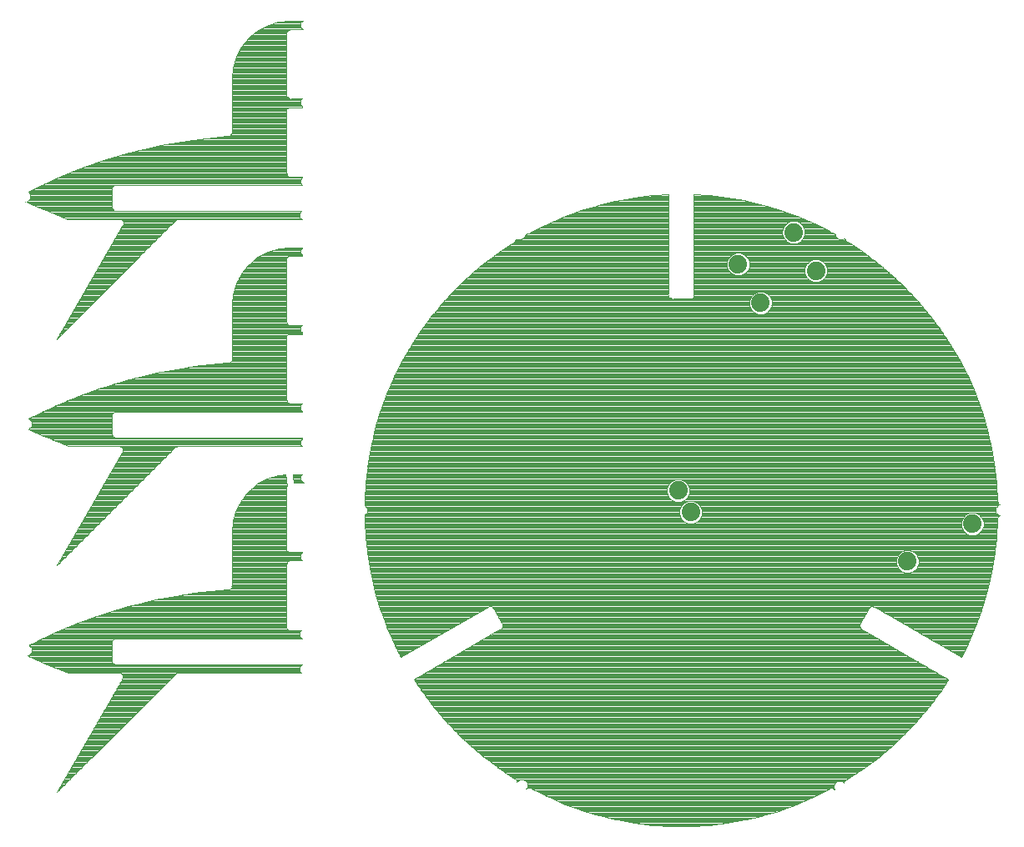
<source format=gtl>
G75*
%MOIN*%
%OFA0B0*%
%FSLAX25Y25*%
%IPPOS*%
%LPD*%
%AMOC8*
5,1,8,0,0,1.08239X$1,22.5*
%
%ADD10C,0.07400*%
%ADD11C,0.00394*%
D10*
X0276697Y0157880D03*
X0281697Y0149220D03*
X0368206Y0129550D03*
X0394187Y0144550D03*
X0309562Y0232942D03*
X0300662Y0248358D03*
X0322832Y0261158D03*
X0331732Y0245742D03*
D11*
X0054340Y0082044D02*
X0028453Y0037208D01*
X0075697Y0084451D01*
X0076035Y0084848D01*
X0076099Y0084854D01*
X0076144Y0084899D01*
X0076666Y0084899D01*
X0076861Y0084915D01*
X0076907Y0084960D01*
X0077429Y0084960D01*
X0077948Y0085002D01*
X0077997Y0084960D01*
X0126188Y0084952D01*
X0125500Y0085640D01*
X0125500Y0087460D01*
X0126414Y0088374D01*
X0052501Y0088374D01*
X0052067Y0088289D01*
X0051941Y0088374D01*
X0051788Y0088374D01*
X0051476Y0088687D01*
X0051470Y0088691D01*
X0051317Y0088691D01*
X0051005Y0089003D01*
X0050638Y0089250D01*
X0050609Y0089399D01*
X0050501Y0089507D01*
X0050501Y0089949D01*
X0050416Y0090383D01*
X0050501Y0090509D01*
X0050501Y0097066D01*
X0050430Y0097533D01*
X0050501Y0097629D01*
X0050501Y0097748D01*
X0050835Y0098082D01*
X0051115Y0098462D01*
X0051233Y0098480D01*
X0051317Y0098565D01*
X0051789Y0098565D01*
X0051916Y0098584D01*
X0052001Y0098669D01*
X0052473Y0098669D01*
X0052939Y0098740D01*
X0053036Y0098669D01*
X0126376Y0098669D01*
X0126377Y0098763D01*
X0125500Y0099640D01*
X0125500Y0101460D01*
X0126131Y0102091D01*
X0122900Y0102091D01*
X0122888Y0102079D01*
X0122325Y0102091D01*
X0121762Y0102091D01*
X0121750Y0102102D01*
X0121554Y0102106D01*
X0120990Y0102106D01*
X0120979Y0102118D01*
X0120962Y0102118D01*
X0120572Y0102525D01*
X0120174Y0102923D01*
X0120174Y0102939D01*
X0120163Y0102951D01*
X0120174Y0103514D01*
X0120178Y0127643D01*
X0120064Y0127930D01*
X0120178Y0128197D01*
X0120178Y0128488D01*
X0120397Y0128707D01*
X0120415Y0128748D01*
X0120415Y0129039D01*
X0120633Y0129258D01*
X0120755Y0129542D01*
X0121025Y0129650D01*
X0121231Y0129856D01*
X0121540Y0129856D01*
X0121827Y0129970D01*
X0122095Y0129856D01*
X0126616Y0129856D01*
X0126610Y0130030D01*
X0126000Y0130640D01*
X0126000Y0132460D01*
X0126508Y0132968D01*
X0126497Y0133278D01*
X0121612Y0133278D01*
X0121054Y0133262D01*
X0121038Y0133278D01*
X0121016Y0133278D01*
X0120621Y0133672D01*
X0120216Y0134056D01*
X0120215Y0134078D01*
X0120200Y0134094D01*
X0120200Y0134652D01*
X0120194Y0134845D01*
X0120178Y0134861D01*
X0120179Y0135418D01*
X0120163Y0135976D01*
X0120179Y0135993D01*
X0120183Y0158735D01*
X0120071Y0158961D01*
X0120183Y0159291D01*
X0120183Y0159638D01*
X0120342Y0159797D01*
X0119920Y0164292D01*
X0117466Y0164045D01*
X0116826Y0163962D01*
X0112562Y0162636D01*
X0108648Y0160512D01*
X0105716Y0158094D01*
X0105213Y0157676D01*
X0102795Y0154745D01*
X0102384Y0154238D01*
X0100260Y0150319D01*
X0098937Y0146057D01*
X0098859Y0145416D01*
X0098470Y0141554D01*
X0098440Y0140838D01*
X0098440Y0120839D01*
X0098517Y0120731D01*
X0098440Y0120277D01*
X0098440Y0119816D01*
X0098347Y0119723D01*
X0098337Y0119663D01*
X0098376Y0119274D01*
X0098244Y0119114D01*
X0098210Y0118909D01*
X0097892Y0118683D01*
X0097644Y0118381D01*
X0097438Y0118360D01*
X0097269Y0118240D01*
X0096884Y0118305D01*
X0083004Y0116921D01*
X0082274Y0116807D01*
X0069892Y0114691D01*
X0069165Y0114538D01*
X0057715Y0111815D01*
X0056995Y0111618D01*
X0046490Y0108459D01*
X0036918Y0105015D01*
X0036220Y0104733D01*
X0028964Y0101716D01*
X0028270Y0101416D01*
X0021889Y0098426D01*
X0021211Y0098084D01*
X0017428Y0096124D01*
X0017375Y0096016D01*
X0017347Y0096006D01*
X0018394Y0094960D01*
X0018394Y0093140D01*
X0017107Y0091853D01*
X0016861Y0091853D01*
X0017012Y0091795D01*
X0017027Y0091760D01*
X0023716Y0088813D01*
X0023993Y0088702D01*
X0024513Y0088495D01*
X0024513Y0088495D01*
X0033277Y0084998D01*
X0033789Y0084966D01*
X0053035Y0084964D01*
X0053188Y0085059D01*
X0053593Y0084964D01*
X0054009Y0084964D01*
X0054137Y0084837D01*
X0054312Y0084795D01*
X0054531Y0084442D01*
X0054825Y0084148D01*
X0054825Y0083967D01*
X0054920Y0083814D01*
X0054825Y0083409D01*
X0054825Y0082993D01*
X0054777Y0082945D01*
X0054804Y0082847D01*
X0054618Y0082526D01*
X0054533Y0082164D01*
X0054340Y0082044D01*
X0054533Y0082164D01*
X0054618Y0082526D01*
X0054804Y0082847D01*
X0054777Y0082945D01*
X0054825Y0082993D01*
X0054825Y0083409D01*
X0054920Y0083814D01*
X0054825Y0083967D01*
X0054825Y0084148D01*
X0054531Y0084442D01*
X0054312Y0084795D01*
X0054137Y0084837D01*
X0054009Y0084964D01*
X0053593Y0084964D01*
X0053188Y0085059D01*
X0053035Y0084964D01*
X0033789Y0084966D01*
X0033277Y0084998D01*
X0024513Y0088495D01*
X0024513Y0088495D01*
X0023993Y0088702D01*
X0023716Y0088813D01*
X0017027Y0091760D01*
X0017012Y0091795D01*
X0016861Y0091853D01*
X0017107Y0091853D01*
X0018394Y0093140D01*
X0018394Y0094960D01*
X0017347Y0096006D01*
X0017375Y0096016D01*
X0017428Y0096124D01*
X0021211Y0098084D01*
X0021889Y0098426D01*
X0028270Y0101416D01*
X0028964Y0101716D01*
X0036220Y0104733D01*
X0036918Y0105015D01*
X0046490Y0108459D01*
X0056995Y0111618D01*
X0057715Y0111815D01*
X0069165Y0114538D01*
X0069892Y0114691D01*
X0082274Y0116807D01*
X0083004Y0116921D01*
X0096884Y0118305D01*
X0097269Y0118240D01*
X0097438Y0118360D01*
X0097644Y0118381D01*
X0097892Y0118683D01*
X0098210Y0118909D01*
X0098244Y0119114D01*
X0098376Y0119274D01*
X0098337Y0119663D01*
X0098347Y0119723D01*
X0098440Y0119816D01*
X0098440Y0120277D01*
X0098517Y0120731D01*
X0098440Y0120839D01*
X0098440Y0140838D01*
X0098470Y0141554D01*
X0098859Y0145416D01*
X0098937Y0146057D01*
X0100260Y0150319D01*
X0102384Y0154238D01*
X0102795Y0154745D01*
X0105213Y0157676D01*
X0105716Y0158094D01*
X0108648Y0160512D01*
X0112562Y0162636D01*
X0116826Y0163962D01*
X0117466Y0164045D01*
X0119920Y0164292D01*
X0120342Y0159797D01*
X0120183Y0159638D01*
X0120183Y0159291D01*
X0120071Y0158961D01*
X0120183Y0158735D01*
X0120179Y0135993D01*
X0120163Y0135976D01*
X0120179Y0135418D01*
X0120178Y0134861D01*
X0120194Y0134845D01*
X0120200Y0134652D01*
X0120200Y0134094D01*
X0120215Y0134078D01*
X0120216Y0134056D01*
X0120621Y0133672D01*
X0121016Y0133278D01*
X0121038Y0133278D01*
X0121054Y0133262D01*
X0121612Y0133278D01*
X0126497Y0133278D01*
X0126508Y0132968D01*
X0126000Y0132460D01*
X0126000Y0130640D01*
X0126610Y0130030D01*
X0126616Y0129856D01*
X0122095Y0129856D01*
X0121827Y0129970D01*
X0121540Y0129856D01*
X0121231Y0129856D01*
X0121025Y0129650D01*
X0120755Y0129542D01*
X0120633Y0129258D01*
X0120415Y0129039D01*
X0120415Y0128748D01*
X0120397Y0128707D01*
X0120178Y0128488D01*
X0120178Y0128197D01*
X0120064Y0127930D01*
X0120178Y0127643D01*
X0120174Y0103514D01*
X0120163Y0102951D01*
X0120174Y0102939D01*
X0120174Y0102923D01*
X0120572Y0102525D01*
X0120962Y0102118D01*
X0120979Y0102118D01*
X0120990Y0102106D01*
X0121554Y0102106D01*
X0121750Y0102102D01*
X0121762Y0102091D01*
X0122325Y0102091D01*
X0122888Y0102079D01*
X0122900Y0102091D01*
X0126131Y0102091D01*
X0125500Y0101460D01*
X0125500Y0099640D01*
X0126377Y0098763D01*
X0126376Y0098669D01*
X0053036Y0098669D01*
X0052939Y0098740D01*
X0052473Y0098669D01*
X0052001Y0098669D01*
X0051916Y0098584D01*
X0051789Y0098565D01*
X0051317Y0098565D01*
X0051233Y0098480D01*
X0051115Y0098462D01*
X0050835Y0098082D01*
X0050501Y0097748D01*
X0050501Y0097629D01*
X0050430Y0097533D01*
X0050501Y0097066D01*
X0050501Y0090509D01*
X0050416Y0090383D01*
X0050501Y0089949D01*
X0050501Y0089507D01*
X0050609Y0089399D01*
X0050638Y0089250D01*
X0051005Y0089003D01*
X0051317Y0088691D01*
X0051470Y0088691D01*
X0051476Y0088687D01*
X0051788Y0088374D01*
X0051941Y0088374D01*
X0052067Y0088289D01*
X0052501Y0088374D01*
X0126414Y0088374D01*
X0125500Y0087460D01*
X0125500Y0085640D01*
X0126188Y0084952D01*
X0077997Y0084960D01*
X0077948Y0085002D01*
X0077429Y0084960D01*
X0076907Y0084960D01*
X0076861Y0084915D01*
X0076666Y0084899D01*
X0076144Y0084899D01*
X0076099Y0084854D01*
X0076035Y0084848D01*
X0075697Y0084451D01*
X0028453Y0037208D01*
X0054340Y0082044D01*
X0054367Y0082061D02*
X0073307Y0082061D01*
X0054367Y0082061D01*
X0054601Y0082453D02*
X0073699Y0082453D01*
X0054601Y0082453D01*
X0054803Y0082846D02*
X0074091Y0082846D01*
X0054803Y0082846D01*
X0054825Y0083238D02*
X0074483Y0083238D01*
X0054825Y0083238D01*
X0054877Y0083630D02*
X0074875Y0083630D01*
X0054877Y0083630D01*
X0054825Y0084022D02*
X0075268Y0084022D01*
X0054825Y0084022D01*
X0054559Y0084415D02*
X0075660Y0084415D01*
X0054559Y0084415D01*
X0054264Y0084807D02*
X0075999Y0084807D01*
X0054264Y0084807D01*
X0054123Y0081669D02*
X0072914Y0081669D01*
X0054123Y0081669D01*
X0053897Y0081277D02*
X0072522Y0081277D01*
X0053897Y0081277D01*
X0053670Y0080885D02*
X0072130Y0080885D01*
X0053670Y0080885D01*
X0053444Y0080492D02*
X0071738Y0080492D01*
X0053444Y0080492D01*
X0053217Y0080100D02*
X0071346Y0080100D01*
X0053217Y0080100D01*
X0052991Y0079708D02*
X0070953Y0079708D01*
X0052991Y0079708D01*
X0052765Y0079316D02*
X0070561Y0079316D01*
X0052765Y0079316D01*
X0052538Y0078924D02*
X0070169Y0078924D01*
X0052538Y0078924D01*
X0052312Y0078531D02*
X0069777Y0078531D01*
X0052312Y0078531D01*
X0052085Y0078139D02*
X0069385Y0078139D01*
X0052085Y0078139D01*
X0051859Y0077747D02*
X0068992Y0077747D01*
X0051859Y0077747D01*
X0051632Y0077355D02*
X0068600Y0077355D01*
X0051632Y0077355D01*
X0051406Y0076963D02*
X0068208Y0076963D01*
X0051406Y0076963D01*
X0051179Y0076570D02*
X0067816Y0076570D01*
X0051179Y0076570D01*
X0050953Y0076178D02*
X0067423Y0076178D01*
X0050953Y0076178D01*
X0050727Y0075786D02*
X0067031Y0075786D01*
X0050727Y0075786D01*
X0050500Y0075394D02*
X0066639Y0075394D01*
X0050500Y0075394D01*
X0050274Y0075001D02*
X0066247Y0075001D01*
X0050274Y0075001D01*
X0050047Y0074609D02*
X0065855Y0074609D01*
X0050047Y0074609D01*
X0049821Y0074217D02*
X0065462Y0074217D01*
X0049821Y0074217D01*
X0049594Y0073825D02*
X0065070Y0073825D01*
X0049594Y0073825D01*
X0049368Y0073433D02*
X0064678Y0073433D01*
X0049368Y0073433D01*
X0049141Y0073040D02*
X0064286Y0073040D01*
X0049141Y0073040D01*
X0048915Y0072648D02*
X0063894Y0072648D01*
X0048915Y0072648D01*
X0048689Y0072256D02*
X0063501Y0072256D01*
X0048689Y0072256D01*
X0048462Y0071864D02*
X0063109Y0071864D01*
X0048462Y0071864D01*
X0048236Y0071472D02*
X0062717Y0071472D01*
X0048236Y0071472D01*
X0048009Y0071079D02*
X0062325Y0071079D01*
X0048009Y0071079D01*
X0047783Y0070687D02*
X0061932Y0070687D01*
X0047783Y0070687D01*
X0047556Y0070295D02*
X0061540Y0070295D01*
X0047556Y0070295D01*
X0047330Y0069903D02*
X0061148Y0069903D01*
X0047330Y0069903D01*
X0047103Y0069510D02*
X0060756Y0069510D01*
X0047103Y0069510D01*
X0046877Y0069118D02*
X0060364Y0069118D01*
X0046877Y0069118D01*
X0046651Y0068726D02*
X0059971Y0068726D01*
X0046651Y0068726D01*
X0046424Y0068334D02*
X0059579Y0068334D01*
X0046424Y0068334D01*
X0046198Y0067942D02*
X0059187Y0067942D01*
X0046198Y0067942D01*
X0045971Y0067549D02*
X0058795Y0067549D01*
X0045971Y0067549D01*
X0045745Y0067157D02*
X0058403Y0067157D01*
X0045745Y0067157D01*
X0045518Y0066765D02*
X0058010Y0066765D01*
X0045518Y0066765D01*
X0045292Y0066373D02*
X0057618Y0066373D01*
X0045292Y0066373D01*
X0045065Y0065981D02*
X0057226Y0065981D01*
X0045065Y0065981D01*
X0044839Y0065588D02*
X0056834Y0065588D01*
X0044839Y0065588D01*
X0044612Y0065196D02*
X0056442Y0065196D01*
X0044612Y0065196D01*
X0044386Y0064804D02*
X0056049Y0064804D01*
X0044386Y0064804D01*
X0044160Y0064412D02*
X0055657Y0064412D01*
X0044160Y0064412D01*
X0043933Y0064020D02*
X0055265Y0064020D01*
X0043933Y0064020D01*
X0043707Y0063627D02*
X0054873Y0063627D01*
X0043707Y0063627D01*
X0043480Y0063235D02*
X0054480Y0063235D01*
X0043480Y0063235D01*
X0043254Y0062843D02*
X0054088Y0062843D01*
X0043254Y0062843D01*
X0043027Y0062451D02*
X0053696Y0062451D01*
X0043027Y0062451D01*
X0042801Y0062058D02*
X0053304Y0062058D01*
X0042801Y0062058D01*
X0042574Y0061666D02*
X0052912Y0061666D01*
X0042574Y0061666D01*
X0042348Y0061274D02*
X0052519Y0061274D01*
X0042348Y0061274D01*
X0042122Y0060882D02*
X0052127Y0060882D01*
X0042122Y0060882D01*
X0041895Y0060490D02*
X0051735Y0060490D01*
X0041895Y0060490D01*
X0041669Y0060097D02*
X0051343Y0060097D01*
X0041669Y0060097D01*
X0041442Y0059705D02*
X0050951Y0059705D01*
X0041442Y0059705D01*
X0041216Y0059313D02*
X0050558Y0059313D01*
X0041216Y0059313D01*
X0040989Y0058921D02*
X0050166Y0058921D01*
X0040989Y0058921D01*
X0040763Y0058529D02*
X0049774Y0058529D01*
X0040763Y0058529D01*
X0040536Y0058136D02*
X0049382Y0058136D01*
X0040536Y0058136D01*
X0040310Y0057744D02*
X0048989Y0057744D01*
X0040310Y0057744D01*
X0040084Y0057352D02*
X0048597Y0057352D01*
X0040084Y0057352D01*
X0039857Y0056960D02*
X0048205Y0056960D01*
X0039857Y0056960D01*
X0039631Y0056567D02*
X0047813Y0056567D01*
X0039631Y0056567D01*
X0039404Y0056175D02*
X0047421Y0056175D01*
X0039404Y0056175D01*
X0039178Y0055783D02*
X0047028Y0055783D01*
X0039178Y0055783D01*
X0038951Y0055391D02*
X0046636Y0055391D01*
X0038951Y0055391D01*
X0038725Y0054999D02*
X0046244Y0054999D01*
X0038725Y0054999D01*
X0038498Y0054606D02*
X0045852Y0054606D01*
X0038498Y0054606D01*
X0038272Y0054214D02*
X0045460Y0054214D01*
X0038272Y0054214D01*
X0038045Y0053822D02*
X0045067Y0053822D01*
X0038045Y0053822D01*
X0037819Y0053430D02*
X0044675Y0053430D01*
X0037819Y0053430D01*
X0037593Y0053038D02*
X0044283Y0053038D01*
X0037593Y0053038D01*
X0037366Y0052645D02*
X0043891Y0052645D01*
X0037366Y0052645D01*
X0037140Y0052253D02*
X0043499Y0052253D01*
X0037140Y0052253D01*
X0036913Y0051861D02*
X0043106Y0051861D01*
X0036913Y0051861D01*
X0036687Y0051469D02*
X0042714Y0051469D01*
X0036687Y0051469D01*
X0036460Y0051077D02*
X0042322Y0051077D01*
X0036460Y0051077D01*
X0036234Y0050684D02*
X0041930Y0050684D01*
X0036234Y0050684D01*
X0036007Y0050292D02*
X0041537Y0050292D01*
X0036007Y0050292D01*
X0035781Y0049900D02*
X0041145Y0049900D01*
X0035781Y0049900D01*
X0035555Y0049508D02*
X0040753Y0049508D01*
X0035555Y0049508D01*
X0035328Y0049115D02*
X0040361Y0049115D01*
X0035328Y0049115D01*
X0035102Y0048723D02*
X0039969Y0048723D01*
X0035102Y0048723D01*
X0034875Y0048331D02*
X0039576Y0048331D01*
X0034875Y0048331D01*
X0034649Y0047939D02*
X0039184Y0047939D01*
X0034649Y0047939D01*
X0034422Y0047547D02*
X0038792Y0047547D01*
X0034422Y0047547D01*
X0034196Y0047154D02*
X0038400Y0047154D01*
X0034196Y0047154D01*
X0033969Y0046762D02*
X0038008Y0046762D01*
X0033969Y0046762D01*
X0033743Y0046370D02*
X0037615Y0046370D01*
X0033743Y0046370D01*
X0033517Y0045978D02*
X0037223Y0045978D01*
X0033517Y0045978D01*
X0033290Y0045586D02*
X0036831Y0045586D01*
X0033290Y0045586D01*
X0033064Y0045193D02*
X0036439Y0045193D01*
X0033064Y0045193D01*
X0032837Y0044801D02*
X0036046Y0044801D01*
X0032837Y0044801D01*
X0032611Y0044409D02*
X0035654Y0044409D01*
X0032611Y0044409D01*
X0032384Y0044017D02*
X0035262Y0044017D01*
X0032384Y0044017D01*
X0032158Y0043624D02*
X0034870Y0043624D01*
X0032158Y0043624D01*
X0031931Y0043232D02*
X0034478Y0043232D01*
X0031931Y0043232D01*
X0031705Y0042840D02*
X0034085Y0042840D01*
X0031705Y0042840D01*
X0031479Y0042448D02*
X0033693Y0042448D01*
X0031479Y0042448D01*
X0031252Y0042056D02*
X0033301Y0042056D01*
X0031252Y0042056D01*
X0031026Y0041663D02*
X0032909Y0041663D01*
X0031026Y0041663D01*
X0030799Y0041271D02*
X0032517Y0041271D01*
X0030799Y0041271D01*
X0030573Y0040879D02*
X0032124Y0040879D01*
X0030573Y0040879D01*
X0030346Y0040487D02*
X0031732Y0040487D01*
X0030346Y0040487D01*
X0030120Y0040095D02*
X0031340Y0040095D01*
X0030120Y0040095D01*
X0029893Y0039702D02*
X0030948Y0039702D01*
X0029893Y0039702D01*
X0029667Y0039310D02*
X0030556Y0039310D01*
X0029667Y0039310D01*
X0029440Y0038918D02*
X0030163Y0038918D01*
X0029440Y0038918D01*
X0029214Y0038526D02*
X0029771Y0038526D01*
X0029214Y0038526D01*
X0029379Y0038134D02*
X0028988Y0038134D01*
X0029379Y0038134D01*
X0028987Y0037741D02*
X0028761Y0037741D01*
X0028987Y0037741D01*
X0028594Y0037349D02*
X0028535Y0037349D01*
X0028594Y0037349D01*
X0032774Y0085199D02*
X0125941Y0085199D01*
X0032774Y0085199D01*
X0031791Y0085591D02*
X0125549Y0085591D01*
X0031791Y0085591D01*
X0030808Y0085983D02*
X0125500Y0085983D01*
X0030808Y0085983D01*
X0029825Y0086376D02*
X0125500Y0086376D01*
X0029825Y0086376D01*
X0028842Y0086768D02*
X0125500Y0086768D01*
X0028842Y0086768D01*
X0027859Y0087160D02*
X0125500Y0087160D01*
X0027859Y0087160D01*
X0026876Y0087552D02*
X0125592Y0087552D01*
X0026876Y0087552D01*
X0025893Y0087944D02*
X0125984Y0087944D01*
X0025893Y0087944D01*
X0024910Y0088337D02*
X0051996Y0088337D01*
X0024910Y0088337D01*
X0023927Y0088729D02*
X0051279Y0088729D01*
X0023927Y0088729D01*
X0023017Y0089121D02*
X0050830Y0089121D01*
X0023017Y0089121D01*
X0022127Y0089513D02*
X0050501Y0089513D01*
X0022127Y0089513D01*
X0021237Y0089906D02*
X0050501Y0089906D01*
X0021237Y0089906D01*
X0020347Y0090298D02*
X0050433Y0090298D01*
X0020347Y0090298D01*
X0019457Y0090690D02*
X0050501Y0090690D01*
X0019457Y0090690D01*
X0018567Y0091082D02*
X0050501Y0091082D01*
X0018567Y0091082D01*
X0017676Y0091474D02*
X0050501Y0091474D01*
X0017676Y0091474D01*
X0017120Y0091867D02*
X0050501Y0091867D01*
X0017120Y0091867D01*
X0017512Y0092259D02*
X0050501Y0092259D01*
X0017512Y0092259D01*
X0017905Y0092651D02*
X0050501Y0092651D01*
X0017905Y0092651D01*
X0018297Y0093043D02*
X0050501Y0093043D01*
X0018297Y0093043D01*
X0018394Y0093435D02*
X0050501Y0093435D01*
X0018394Y0093435D01*
X0018394Y0093828D02*
X0050501Y0093828D01*
X0018394Y0093828D01*
X0018394Y0094220D02*
X0050501Y0094220D01*
X0018394Y0094220D01*
X0018394Y0094612D02*
X0050501Y0094612D01*
X0018394Y0094612D01*
X0018349Y0095004D02*
X0050501Y0095004D01*
X0018349Y0095004D01*
X0017957Y0095396D02*
X0050501Y0095396D01*
X0017957Y0095396D01*
X0017565Y0095789D02*
X0050501Y0095789D01*
X0017565Y0095789D01*
X0017538Y0096181D02*
X0050501Y0096181D01*
X0017538Y0096181D01*
X0018295Y0096573D02*
X0050501Y0096573D01*
X0018295Y0096573D01*
X0019051Y0096965D02*
X0050501Y0096965D01*
X0019051Y0096965D01*
X0019808Y0097358D02*
X0050457Y0097358D01*
X0019808Y0097358D01*
X0020565Y0097750D02*
X0050502Y0097750D01*
X0020565Y0097750D01*
X0021325Y0098142D02*
X0050879Y0098142D01*
X0021325Y0098142D01*
X0022121Y0098534D02*
X0051287Y0098534D01*
X0022121Y0098534D01*
X0022958Y0098926D02*
X0126214Y0098926D01*
X0022958Y0098926D01*
X0023795Y0099319D02*
X0125821Y0099319D01*
X0023795Y0099319D01*
X0024632Y0099711D02*
X0125500Y0099711D01*
X0024632Y0099711D01*
X0025469Y0100103D02*
X0125500Y0100103D01*
X0025469Y0100103D01*
X0026306Y0100495D02*
X0125500Y0100495D01*
X0026306Y0100495D01*
X0027143Y0100887D02*
X0125500Y0100887D01*
X0027143Y0100887D01*
X0027980Y0101280D02*
X0125500Y0101280D01*
X0027980Y0101280D01*
X0028863Y0101672D02*
X0125712Y0101672D01*
X0028863Y0101672D01*
X0029802Y0102064D02*
X0126104Y0102064D01*
X0029802Y0102064D01*
X0030745Y0102456D02*
X0120638Y0102456D01*
X0030745Y0102456D01*
X0031688Y0102849D02*
X0120248Y0102849D01*
X0031688Y0102849D01*
X0032632Y0103241D02*
X0120169Y0103241D01*
X0032632Y0103241D01*
X0033575Y0103633D02*
X0120174Y0103633D01*
X0033575Y0103633D01*
X0034518Y0104025D02*
X0120174Y0104025D01*
X0034518Y0104025D01*
X0035461Y0104417D02*
X0120174Y0104417D01*
X0035461Y0104417D01*
X0036410Y0104810D02*
X0120174Y0104810D01*
X0036410Y0104810D01*
X0037437Y0105202D02*
X0120174Y0105202D01*
X0037437Y0105202D01*
X0038527Y0105594D02*
X0120174Y0105594D01*
X0038527Y0105594D01*
X0039617Y0105986D02*
X0120175Y0105986D01*
X0039617Y0105986D01*
X0040708Y0106378D02*
X0120175Y0106378D01*
X0040708Y0106378D01*
X0041798Y0106771D02*
X0120175Y0106771D01*
X0041798Y0106771D01*
X0042888Y0107163D02*
X0120175Y0107163D01*
X0042888Y0107163D01*
X0043979Y0107555D02*
X0120175Y0107555D01*
X0043979Y0107555D01*
X0045069Y0107947D02*
X0120175Y0107947D01*
X0045069Y0107947D01*
X0046159Y0108339D02*
X0120175Y0108339D01*
X0046159Y0108339D01*
X0047399Y0108732D02*
X0120175Y0108732D01*
X0047399Y0108732D01*
X0048703Y0109124D02*
X0120175Y0109124D01*
X0048703Y0109124D01*
X0050007Y0109516D02*
X0120175Y0109516D01*
X0050007Y0109516D01*
X0051311Y0109908D02*
X0120175Y0109908D01*
X0051311Y0109908D01*
X0052616Y0110301D02*
X0120175Y0110301D01*
X0052616Y0110301D01*
X0053920Y0110693D02*
X0120175Y0110693D01*
X0053920Y0110693D01*
X0055224Y0111085D02*
X0120175Y0111085D01*
X0055224Y0111085D01*
X0056528Y0111477D02*
X0120176Y0111477D01*
X0056528Y0111477D01*
X0057942Y0111869D02*
X0120176Y0111869D01*
X0057942Y0111869D01*
X0059592Y0112262D02*
X0120176Y0112262D01*
X0059592Y0112262D01*
X0061241Y0112654D02*
X0120176Y0112654D01*
X0061241Y0112654D01*
X0062890Y0113046D02*
X0120176Y0113046D01*
X0062890Y0113046D01*
X0064539Y0113438D02*
X0120176Y0113438D01*
X0064539Y0113438D01*
X0066188Y0113830D02*
X0120176Y0113830D01*
X0066188Y0113830D01*
X0067837Y0114223D02*
X0120176Y0114223D01*
X0067837Y0114223D01*
X0069530Y0114615D02*
X0120176Y0114615D01*
X0069530Y0114615D01*
X0071744Y0115007D02*
X0120176Y0115007D01*
X0071744Y0115007D01*
X0074038Y0115399D02*
X0120176Y0115399D01*
X0074038Y0115399D01*
X0076332Y0115792D02*
X0120176Y0115792D01*
X0076332Y0115792D01*
X0078627Y0116184D02*
X0120176Y0116184D01*
X0078627Y0116184D01*
X0080921Y0116576D02*
X0120176Y0116576D01*
X0080921Y0116576D01*
X0083476Y0116968D02*
X0120176Y0116968D01*
X0083476Y0116968D01*
X0087410Y0117360D02*
X0120177Y0117360D01*
X0087410Y0117360D01*
X0091345Y0117753D02*
X0120177Y0117753D01*
X0091345Y0117753D01*
X0095279Y0118145D02*
X0120177Y0118145D01*
X0095279Y0118145D01*
X0097772Y0118537D02*
X0120177Y0118537D01*
X0097772Y0118537D01*
X0098213Y0118929D02*
X0120177Y0118929D01*
X0098213Y0118929D01*
X0098371Y0119321D02*
X0120177Y0119321D01*
X0098371Y0119321D01*
X0098345Y0119714D02*
X0120177Y0119714D01*
X0098345Y0119714D01*
X0098440Y0120106D02*
X0120177Y0120106D01*
X0098440Y0120106D01*
X0098477Y0120498D02*
X0120177Y0120498D01*
X0098477Y0120498D01*
X0098440Y0120890D02*
X0120177Y0120890D01*
X0098440Y0120890D01*
X0098440Y0121282D02*
X0120177Y0121282D01*
X0098440Y0121282D01*
X0098440Y0121675D02*
X0120177Y0121675D01*
X0098440Y0121675D01*
X0098440Y0122067D02*
X0120177Y0122067D01*
X0098440Y0122067D01*
X0098440Y0122459D02*
X0120177Y0122459D01*
X0098440Y0122459D01*
X0098440Y0122851D02*
X0120177Y0122851D01*
X0098440Y0122851D01*
X0098440Y0123244D02*
X0120178Y0123244D01*
X0098440Y0123244D01*
X0098440Y0123636D02*
X0120178Y0123636D01*
X0098440Y0123636D01*
X0098440Y0124028D02*
X0120178Y0124028D01*
X0098440Y0124028D01*
X0098440Y0124420D02*
X0120178Y0124420D01*
X0098440Y0124420D01*
X0098440Y0124812D02*
X0120178Y0124812D01*
X0098440Y0124812D01*
X0098440Y0125205D02*
X0120178Y0125205D01*
X0098440Y0125205D01*
X0098440Y0125597D02*
X0120178Y0125597D01*
X0098440Y0125597D01*
X0098440Y0125989D02*
X0120178Y0125989D01*
X0098440Y0125989D01*
X0098440Y0126381D02*
X0120178Y0126381D01*
X0098440Y0126381D01*
X0098440Y0126773D02*
X0120178Y0126773D01*
X0098440Y0126773D01*
X0098440Y0127166D02*
X0120178Y0127166D01*
X0098440Y0127166D01*
X0098440Y0127558D02*
X0120178Y0127558D01*
X0098440Y0127558D01*
X0098440Y0127950D02*
X0120072Y0127950D01*
X0098440Y0127950D01*
X0098440Y0128342D02*
X0120178Y0128342D01*
X0098440Y0128342D01*
X0098440Y0128735D02*
X0120409Y0128735D01*
X0098440Y0128735D01*
X0098440Y0129127D02*
X0120502Y0129127D01*
X0098440Y0129127D01*
X0098440Y0129519D02*
X0120745Y0129519D01*
X0098440Y0129519D01*
X0098440Y0129911D02*
X0121679Y0129911D01*
X0098440Y0129911D01*
X0098440Y0130303D02*
X0126337Y0130303D01*
X0098440Y0130303D01*
X0098440Y0130696D02*
X0126000Y0130696D01*
X0098440Y0130696D01*
X0098440Y0131088D02*
X0126000Y0131088D01*
X0098440Y0131088D01*
X0098440Y0131480D02*
X0126000Y0131480D01*
X0098440Y0131480D01*
X0098440Y0131872D02*
X0126000Y0131872D01*
X0098440Y0131872D01*
X0098440Y0132264D02*
X0126000Y0132264D01*
X0098440Y0132264D01*
X0098440Y0132657D02*
X0126197Y0132657D01*
X0098440Y0132657D01*
X0098440Y0133049D02*
X0126505Y0133049D01*
X0098440Y0133049D01*
X0098440Y0133441D02*
X0120852Y0133441D01*
X0098440Y0133441D01*
X0098440Y0133833D02*
X0120451Y0133833D01*
X0098440Y0133833D01*
X0098440Y0134225D02*
X0120200Y0134225D01*
X0098440Y0134225D01*
X0098440Y0134618D02*
X0120200Y0134618D01*
X0098440Y0134618D01*
X0098440Y0135010D02*
X0120179Y0135010D01*
X0098440Y0135010D01*
X0098440Y0135402D02*
X0120179Y0135402D01*
X0098440Y0135402D01*
X0098440Y0135794D02*
X0120168Y0135794D01*
X0098440Y0135794D01*
X0098440Y0136187D02*
X0120179Y0136187D01*
X0098440Y0136187D01*
X0098440Y0136579D02*
X0120179Y0136579D01*
X0098440Y0136579D01*
X0098440Y0136971D02*
X0120179Y0136971D01*
X0098440Y0136971D01*
X0098440Y0137363D02*
X0120179Y0137363D01*
X0098440Y0137363D01*
X0098440Y0137755D02*
X0120179Y0137755D01*
X0098440Y0137755D01*
X0098440Y0138148D02*
X0120179Y0138148D01*
X0098440Y0138148D01*
X0098440Y0138540D02*
X0120179Y0138540D01*
X0098440Y0138540D01*
X0098440Y0138932D02*
X0120179Y0138932D01*
X0098440Y0138932D01*
X0098440Y0139324D02*
X0120179Y0139324D01*
X0098440Y0139324D01*
X0098440Y0139716D02*
X0120179Y0139716D01*
X0098440Y0139716D01*
X0098440Y0140109D02*
X0120179Y0140109D01*
X0098440Y0140109D01*
X0098440Y0140501D02*
X0120179Y0140501D01*
X0098440Y0140501D01*
X0098442Y0140893D02*
X0120180Y0140893D01*
X0098442Y0140893D01*
X0098459Y0141285D02*
X0120180Y0141285D01*
X0098459Y0141285D01*
X0098482Y0141678D02*
X0120180Y0141678D01*
X0098482Y0141678D01*
X0098522Y0142070D02*
X0120180Y0142070D01*
X0098522Y0142070D01*
X0098561Y0142462D02*
X0120180Y0142462D01*
X0098561Y0142462D01*
X0098601Y0142854D02*
X0120180Y0142854D01*
X0098601Y0142854D01*
X0098640Y0143246D02*
X0120180Y0143246D01*
X0098640Y0143246D01*
X0098680Y0143639D02*
X0120180Y0143639D01*
X0098680Y0143639D01*
X0098719Y0144031D02*
X0120180Y0144031D01*
X0098719Y0144031D01*
X0098759Y0144423D02*
X0120180Y0144423D01*
X0098759Y0144423D01*
X0098799Y0144815D02*
X0120180Y0144815D01*
X0098799Y0144815D01*
X0098838Y0145207D02*
X0120180Y0145207D01*
X0098838Y0145207D01*
X0098881Y0145600D02*
X0120180Y0145600D01*
X0098881Y0145600D01*
X0098929Y0145992D02*
X0120180Y0145992D01*
X0098929Y0145992D01*
X0099038Y0146384D02*
X0120180Y0146384D01*
X0099038Y0146384D01*
X0099160Y0146776D02*
X0120181Y0146776D01*
X0099160Y0146776D01*
X0099282Y0147168D02*
X0120181Y0147168D01*
X0099282Y0147168D01*
X0099404Y0147561D02*
X0120181Y0147561D01*
X0099404Y0147561D01*
X0099525Y0147953D02*
X0120181Y0147953D01*
X0099525Y0147953D01*
X0099647Y0148345D02*
X0120181Y0148345D01*
X0099647Y0148345D01*
X0099769Y0148737D02*
X0120181Y0148737D01*
X0099769Y0148737D01*
X0099891Y0149130D02*
X0120181Y0149130D01*
X0099891Y0149130D01*
X0100012Y0149522D02*
X0120181Y0149522D01*
X0100012Y0149522D01*
X0100134Y0149914D02*
X0120181Y0149914D01*
X0100134Y0149914D01*
X0100256Y0150306D02*
X0120181Y0150306D01*
X0100256Y0150306D01*
X0100466Y0150698D02*
X0120181Y0150698D01*
X0100466Y0150698D01*
X0100678Y0151091D02*
X0120181Y0151091D01*
X0100678Y0151091D01*
X0100891Y0151483D02*
X0120181Y0151483D01*
X0100891Y0151483D01*
X0101103Y0151875D02*
X0120181Y0151875D01*
X0101103Y0151875D01*
X0101316Y0152267D02*
X0120182Y0152267D01*
X0101316Y0152267D01*
X0101528Y0152659D02*
X0120182Y0152659D01*
X0101528Y0152659D01*
X0101741Y0153052D02*
X0120182Y0153052D01*
X0101741Y0153052D01*
X0101953Y0153444D02*
X0120182Y0153444D01*
X0101953Y0153444D01*
X0102166Y0153836D02*
X0120182Y0153836D01*
X0102166Y0153836D01*
X0102378Y0154228D02*
X0120182Y0154228D01*
X0102378Y0154228D01*
X0102694Y0154621D02*
X0120182Y0154621D01*
X0102694Y0154621D01*
X0103016Y0155013D02*
X0120182Y0155013D01*
X0103016Y0155013D01*
X0103340Y0155405D02*
X0120182Y0155405D01*
X0103340Y0155405D01*
X0103663Y0155797D02*
X0120182Y0155797D01*
X0103663Y0155797D01*
X0103987Y0156189D02*
X0120182Y0156189D01*
X0103987Y0156189D01*
X0104311Y0156582D02*
X0120182Y0156582D01*
X0104311Y0156582D01*
X0104634Y0156974D02*
X0120182Y0156974D01*
X0104634Y0156974D01*
X0104958Y0157366D02*
X0120182Y0157366D01*
X0104958Y0157366D01*
X0105313Y0157758D02*
X0120182Y0157758D01*
X0105313Y0157758D01*
X0105785Y0158150D02*
X0120183Y0158150D01*
X0105785Y0158150D01*
X0106260Y0158543D02*
X0120183Y0158543D01*
X0106260Y0158543D01*
X0106736Y0158935D02*
X0120084Y0158935D01*
X0106736Y0158935D01*
X0107212Y0159327D02*
X0120183Y0159327D01*
X0107212Y0159327D01*
X0107687Y0159719D02*
X0120264Y0159719D01*
X0107687Y0159719D01*
X0108163Y0160111D02*
X0120312Y0160111D01*
X0108163Y0160111D01*
X0108638Y0160504D02*
X0120275Y0160504D01*
X0108638Y0160504D01*
X0109356Y0160896D02*
X0120239Y0160896D01*
X0109356Y0160896D01*
X0110078Y0161288D02*
X0120202Y0161288D01*
X0110078Y0161288D01*
X0110801Y0161680D02*
X0120165Y0161680D01*
X0110801Y0161680D01*
X0111524Y0162073D02*
X0120128Y0162073D01*
X0111524Y0162073D01*
X0112246Y0162465D02*
X0120091Y0162465D01*
X0112246Y0162465D01*
X0113272Y0162857D02*
X0120054Y0162857D01*
X0113272Y0162857D01*
X0114533Y0163249D02*
X0120017Y0163249D01*
X0114533Y0163249D01*
X0115794Y0163641D02*
X0119981Y0163641D01*
X0115794Y0163641D01*
X0117379Y0164034D02*
X0119944Y0164034D01*
X0117379Y0164034D01*
X0122795Y0164465D02*
X0123100Y0161043D01*
X0127097Y0161043D01*
X0126000Y0162140D01*
X0126000Y0163960D01*
X0126505Y0164465D01*
X0122795Y0164465D01*
X0126505Y0164465D01*
X0126000Y0163960D01*
X0126000Y0162140D01*
X0127097Y0161043D01*
X0123100Y0161043D01*
X0122795Y0164465D01*
X0122798Y0164426D02*
X0126466Y0164426D01*
X0122798Y0164426D01*
X0122833Y0164034D02*
X0126074Y0164034D01*
X0122833Y0164034D01*
X0122868Y0163641D02*
X0126000Y0163641D01*
X0122868Y0163641D01*
X0122903Y0163249D02*
X0126000Y0163249D01*
X0122903Y0163249D01*
X0122938Y0162857D02*
X0126000Y0162857D01*
X0122938Y0162857D01*
X0122973Y0162465D02*
X0126000Y0162465D01*
X0122973Y0162465D01*
X0123008Y0162073D02*
X0126067Y0162073D01*
X0123008Y0162073D01*
X0123043Y0161680D02*
X0126460Y0161680D01*
X0123043Y0161680D01*
X0123078Y0161288D02*
X0126852Y0161288D01*
X0123078Y0161288D01*
X0126555Y0175585D02*
X0077348Y0175593D01*
X0077017Y0175704D01*
X0076793Y0175593D01*
X0076544Y0175593D01*
X0076296Y0175346D01*
X0076140Y0175268D01*
X0075891Y0175268D01*
X0075643Y0175021D01*
X0075330Y0174865D01*
X0075251Y0174629D01*
X0028463Y0127841D01*
X0054459Y0172865D01*
X0054525Y0172890D01*
X0054743Y0173357D01*
X0055001Y0173804D01*
X0054982Y0173872D01*
X0055012Y0173937D01*
X0054835Y0174421D01*
X0054702Y0174919D01*
X0054640Y0174955D01*
X0054616Y0175021D01*
X0054148Y0175239D01*
X0053809Y0175435D01*
X0053646Y0175597D01*
X0053377Y0175597D01*
X0053133Y0175711D01*
X0052822Y0175597D01*
X0033554Y0175599D01*
X0033060Y0175722D01*
X0024380Y0179186D01*
X0023331Y0179621D01*
X0017115Y0182361D01*
X0018394Y0183640D01*
X0018394Y0185460D01*
X0017212Y0186641D01*
X0021426Y0188826D01*
X0022109Y0189158D01*
X0028489Y0192148D01*
X0036442Y0195456D01*
X0037145Y0195727D01*
X0046007Y0198918D01*
X0046718Y0199157D01*
X0057224Y0202317D01*
X0057947Y0202501D01*
X0069395Y0205224D01*
X0070125Y0205362D01*
X0082507Y0207479D01*
X0083239Y0207577D01*
X0096105Y0208859D01*
X0096231Y0208790D01*
X0096663Y0208915D01*
X0097111Y0208959D01*
X0097202Y0209071D01*
X0097254Y0209086D01*
X0097634Y0209086D01*
X0097789Y0209241D01*
X0097999Y0209302D01*
X0098182Y0209634D01*
X0098450Y0209903D01*
X0098450Y0210121D01*
X0098556Y0210313D01*
X0098450Y0210678D01*
X0098450Y0231690D01*
X0098502Y0232406D01*
X0098889Y0236246D01*
X0099006Y0236879D01*
X0100137Y0240523D01*
X0100363Y0241130D01*
X0102178Y0244473D01*
X0102517Y0245028D01*
X0104935Y0247959D01*
X0105376Y0248438D01*
X0108308Y0250857D01*
X0108833Y0251240D01*
X0112177Y0253055D01*
X0112762Y0253331D01*
X0116407Y0254462D01*
X0117030Y0254633D01*
X0121554Y0255089D01*
X0122271Y0255099D01*
X0126340Y0255099D01*
X0126342Y0254802D01*
X0126000Y0254460D01*
X0126000Y0252640D01*
X0126360Y0252280D01*
X0126365Y0251678D01*
X0122807Y0251678D01*
X0122748Y0251726D01*
X0122240Y0251678D01*
X0121728Y0251678D01*
X0121675Y0251624D01*
X0121521Y0251609D01*
X0121010Y0251609D01*
X0120956Y0251555D01*
X0120880Y0251548D01*
X0120555Y0251154D01*
X0120193Y0250793D01*
X0120193Y0250717D01*
X0120145Y0250658D01*
X0120193Y0250149D01*
X0120189Y0225991D01*
X0120086Y0225613D01*
X0120189Y0225434D01*
X0120189Y0225228D01*
X0120466Y0224951D01*
X0120476Y0224933D01*
X0120476Y0224727D01*
X0120753Y0224450D01*
X0120947Y0224110D01*
X0121146Y0224056D01*
X0121292Y0223911D01*
X0121684Y0223911D01*
X0122062Y0223808D01*
X0122240Y0223911D01*
X0126451Y0223911D01*
X0126000Y0223460D01*
X0126000Y0221640D01*
X0126510Y0221130D01*
X0126478Y0220489D01*
X0122883Y0220489D01*
X0122859Y0220511D01*
X0122310Y0220489D01*
X0121762Y0220489D01*
X0121738Y0220465D01*
X0121554Y0220458D01*
X0121005Y0220458D01*
X0120982Y0220434D01*
X0120948Y0220433D01*
X0120577Y0220029D01*
X0120189Y0219642D01*
X0120189Y0219608D01*
X0120166Y0219584D01*
X0120189Y0219036D01*
X0120184Y0194898D01*
X0120071Y0194585D01*
X0120184Y0194343D01*
X0120184Y0194077D01*
X0120420Y0193841D01*
X0120436Y0193807D01*
X0120436Y0193540D01*
X0120671Y0193305D01*
X0120812Y0193003D01*
X0121063Y0192912D01*
X0121252Y0192724D01*
X0121585Y0192724D01*
X0121898Y0192610D01*
X0122140Y0192724D01*
X0126666Y0192724D01*
X0126664Y0192624D01*
X0126000Y0191960D01*
X0126000Y0190140D01*
X0126619Y0189521D01*
X0126616Y0189302D01*
X0052138Y0189302D01*
X0051686Y0189379D01*
X0051577Y0189302D01*
X0051443Y0189302D01*
X0051118Y0188977D01*
X0050743Y0188712D01*
X0050721Y0188580D01*
X0050626Y0188485D01*
X0050626Y0188027D01*
X0050606Y0187908D01*
X0050511Y0187813D01*
X0050511Y0187354D01*
X0050434Y0186902D01*
X0050511Y0186792D01*
X0050511Y0181180D01*
X0050398Y0180865D01*
X0050511Y0180625D01*
X0050511Y0180359D01*
X0050747Y0180123D01*
X0050763Y0180089D01*
X0050763Y0179824D01*
X0050999Y0179587D01*
X0051141Y0179285D01*
X0051391Y0179195D01*
X0051579Y0179007D01*
X0051913Y0179007D01*
X0052227Y0178894D01*
X0052468Y0179007D01*
X0126427Y0179007D01*
X0126477Y0178437D01*
X0126000Y0177960D01*
X0126000Y0176140D01*
X0126555Y0175585D01*
X0077348Y0175593D01*
X0077017Y0175704D01*
X0076793Y0175593D01*
X0076544Y0175593D01*
X0076296Y0175346D01*
X0076140Y0175268D01*
X0075891Y0175268D01*
X0075643Y0175021D01*
X0075330Y0174865D01*
X0075251Y0174629D01*
X0028463Y0127841D01*
X0054459Y0172865D01*
X0054525Y0172890D01*
X0054743Y0173357D01*
X0055001Y0173804D01*
X0054982Y0173872D01*
X0055012Y0173937D01*
X0054835Y0174421D01*
X0054702Y0174919D01*
X0054640Y0174955D01*
X0054616Y0175021D01*
X0054148Y0175239D01*
X0053809Y0175435D01*
X0053646Y0175597D01*
X0053377Y0175597D01*
X0053133Y0175711D01*
X0052822Y0175597D01*
X0033554Y0175599D01*
X0033060Y0175722D01*
X0024380Y0179186D01*
X0023331Y0179621D01*
X0017115Y0182361D01*
X0018394Y0183640D01*
X0018394Y0185460D01*
X0017212Y0186641D01*
X0021426Y0188826D01*
X0022109Y0189158D01*
X0028489Y0192148D01*
X0036442Y0195456D01*
X0037145Y0195727D01*
X0046007Y0198918D01*
X0046718Y0199157D01*
X0057224Y0202317D01*
X0057947Y0202501D01*
X0069395Y0205224D01*
X0070125Y0205362D01*
X0082507Y0207479D01*
X0083239Y0207577D01*
X0096105Y0208859D01*
X0096231Y0208790D01*
X0096663Y0208915D01*
X0097111Y0208959D01*
X0097202Y0209071D01*
X0097254Y0209086D01*
X0097634Y0209086D01*
X0097789Y0209241D01*
X0097999Y0209302D01*
X0098182Y0209634D01*
X0098450Y0209903D01*
X0098450Y0210121D01*
X0098556Y0210313D01*
X0098450Y0210678D01*
X0098450Y0231690D01*
X0098502Y0232406D01*
X0098889Y0236246D01*
X0099006Y0236879D01*
X0100137Y0240523D01*
X0100363Y0241130D01*
X0102178Y0244473D01*
X0102517Y0245028D01*
X0104935Y0247959D01*
X0105376Y0248438D01*
X0108308Y0250857D01*
X0108833Y0251240D01*
X0112177Y0253055D01*
X0112762Y0253331D01*
X0116407Y0254462D01*
X0117030Y0254633D01*
X0121554Y0255089D01*
X0122271Y0255099D01*
X0126340Y0255099D01*
X0126342Y0254802D01*
X0126000Y0254460D01*
X0126000Y0252640D01*
X0126360Y0252280D01*
X0126365Y0251678D01*
X0122807Y0251678D01*
X0122748Y0251726D01*
X0122240Y0251678D01*
X0121728Y0251678D01*
X0121675Y0251624D01*
X0121521Y0251609D01*
X0121010Y0251609D01*
X0120956Y0251555D01*
X0120880Y0251548D01*
X0120555Y0251154D01*
X0120193Y0250793D01*
X0120193Y0250717D01*
X0120145Y0250658D01*
X0120193Y0250149D01*
X0120189Y0225991D01*
X0120086Y0225613D01*
X0120189Y0225434D01*
X0120189Y0225228D01*
X0120466Y0224951D01*
X0120476Y0224933D01*
X0120476Y0224727D01*
X0120753Y0224450D01*
X0120947Y0224110D01*
X0121146Y0224056D01*
X0121292Y0223911D01*
X0121684Y0223911D01*
X0122062Y0223808D01*
X0122240Y0223911D01*
X0126451Y0223911D01*
X0126000Y0223460D01*
X0126000Y0221640D01*
X0126510Y0221130D01*
X0126478Y0220489D01*
X0122883Y0220489D01*
X0122859Y0220511D01*
X0122310Y0220489D01*
X0121762Y0220489D01*
X0121738Y0220465D01*
X0121554Y0220458D01*
X0121005Y0220458D01*
X0120982Y0220434D01*
X0120948Y0220433D01*
X0120577Y0220029D01*
X0120189Y0219642D01*
X0120189Y0219608D01*
X0120166Y0219584D01*
X0120189Y0219036D01*
X0120184Y0194898D01*
X0120071Y0194585D01*
X0120184Y0194343D01*
X0120184Y0194077D01*
X0120420Y0193841D01*
X0120436Y0193807D01*
X0120436Y0193540D01*
X0120671Y0193305D01*
X0120812Y0193003D01*
X0121063Y0192912D01*
X0121252Y0192724D01*
X0121585Y0192724D01*
X0121898Y0192610D01*
X0122140Y0192724D01*
X0126666Y0192724D01*
X0126664Y0192624D01*
X0126000Y0191960D01*
X0126000Y0190140D01*
X0126619Y0189521D01*
X0126616Y0189302D01*
X0052138Y0189302D01*
X0051686Y0189379D01*
X0051577Y0189302D01*
X0051443Y0189302D01*
X0051118Y0188977D01*
X0050743Y0188712D01*
X0050721Y0188580D01*
X0050626Y0188485D01*
X0050626Y0188027D01*
X0050606Y0187908D01*
X0050511Y0187813D01*
X0050511Y0187354D01*
X0050434Y0186902D01*
X0050511Y0186792D01*
X0050511Y0181180D01*
X0050398Y0180865D01*
X0050511Y0180625D01*
X0050511Y0180359D01*
X0050747Y0180123D01*
X0050763Y0180089D01*
X0050763Y0179824D01*
X0050999Y0179587D01*
X0051141Y0179285D01*
X0051391Y0179195D01*
X0051579Y0179007D01*
X0051913Y0179007D01*
X0052227Y0178894D01*
X0052468Y0179007D01*
X0126427Y0179007D01*
X0126477Y0178437D01*
X0126000Y0177960D01*
X0126000Y0176140D01*
X0126555Y0175585D01*
X0126340Y0175800D02*
X0032865Y0175800D01*
X0126340Y0175800D01*
X0126000Y0176192D02*
X0031882Y0176192D01*
X0126000Y0176192D01*
X0126000Y0176584D02*
X0030900Y0176584D01*
X0126000Y0176584D01*
X0126000Y0176977D02*
X0029917Y0176977D01*
X0126000Y0176977D01*
X0126000Y0177369D02*
X0028934Y0177369D01*
X0126000Y0177369D01*
X0126000Y0177761D02*
X0027951Y0177761D01*
X0126000Y0177761D01*
X0126193Y0178153D02*
X0026968Y0178153D01*
X0126193Y0178153D01*
X0126468Y0178545D02*
X0025985Y0178545D01*
X0126468Y0178545D01*
X0126433Y0178938D02*
X0052320Y0178938D01*
X0126433Y0178938D01*
X0126613Y0189527D02*
X0022897Y0189527D01*
X0126613Y0189527D01*
X0126220Y0189920D02*
X0023734Y0189920D01*
X0126220Y0189920D01*
X0126000Y0190312D02*
X0024571Y0190312D01*
X0126000Y0190312D01*
X0126000Y0190704D02*
X0025408Y0190704D01*
X0126000Y0190704D01*
X0126000Y0191096D02*
X0026245Y0191096D01*
X0126000Y0191096D01*
X0126000Y0191488D02*
X0027082Y0191488D01*
X0126000Y0191488D01*
X0126000Y0191881D02*
X0027919Y0191881D01*
X0126000Y0191881D01*
X0126313Y0192273D02*
X0028789Y0192273D01*
X0126313Y0192273D01*
X0126665Y0192665D02*
X0122015Y0192665D01*
X0126665Y0192665D01*
X0121747Y0192665D02*
X0029732Y0192665D01*
X0121747Y0192665D01*
X0120787Y0193057D02*
X0030675Y0193057D01*
X0120787Y0193057D01*
X0120526Y0193450D02*
X0031618Y0193450D01*
X0120526Y0193450D01*
X0120419Y0193842D02*
X0032561Y0193842D01*
X0120419Y0193842D01*
X0120184Y0194234D02*
X0033505Y0194234D01*
X0120184Y0194234D01*
X0120086Y0194626D02*
X0034448Y0194626D01*
X0120086Y0194626D01*
X0120184Y0195018D02*
X0035391Y0195018D01*
X0120184Y0195018D01*
X0120185Y0195411D02*
X0036334Y0195411D01*
X0120185Y0195411D01*
X0120185Y0195803D02*
X0037355Y0195803D01*
X0120185Y0195803D01*
X0120185Y0196195D02*
X0038444Y0196195D01*
X0120185Y0196195D01*
X0120185Y0196587D02*
X0039534Y0196587D01*
X0120185Y0196587D01*
X0120185Y0196979D02*
X0040623Y0196979D01*
X0120185Y0196979D01*
X0120185Y0197372D02*
X0041713Y0197372D01*
X0120185Y0197372D01*
X0120185Y0197764D02*
X0042802Y0197764D01*
X0120185Y0197764D01*
X0120185Y0198156D02*
X0043892Y0198156D01*
X0120185Y0198156D01*
X0120185Y0198548D02*
X0044981Y0198548D01*
X0120185Y0198548D01*
X0120185Y0198940D02*
X0046075Y0198940D01*
X0120185Y0198940D01*
X0120185Y0199333D02*
X0047300Y0199333D01*
X0120185Y0199333D01*
X0120185Y0199725D02*
X0048604Y0199725D01*
X0120185Y0199725D01*
X0120185Y0200117D02*
X0049908Y0200117D01*
X0120185Y0200117D01*
X0120185Y0200509D02*
X0051212Y0200509D01*
X0120185Y0200509D01*
X0120185Y0200902D02*
X0052517Y0200902D01*
X0120185Y0200902D01*
X0120186Y0201294D02*
X0053821Y0201294D01*
X0120186Y0201294D01*
X0120186Y0201686D02*
X0055125Y0201686D01*
X0120186Y0201686D01*
X0120186Y0202078D02*
X0056429Y0202078D01*
X0120186Y0202078D01*
X0120186Y0202470D02*
X0057825Y0202470D01*
X0120186Y0202470D01*
X0120186Y0202863D02*
X0059465Y0202863D01*
X0120186Y0202863D01*
X0120186Y0203255D02*
X0061114Y0203255D01*
X0120186Y0203255D01*
X0120186Y0203647D02*
X0062763Y0203647D01*
X0120186Y0203647D01*
X0120186Y0204039D02*
X0064412Y0204039D01*
X0120186Y0204039D01*
X0120186Y0204431D02*
X0066061Y0204431D01*
X0120186Y0204431D01*
X0120186Y0204824D02*
X0067710Y0204824D01*
X0120186Y0204824D01*
X0120186Y0205216D02*
X0069359Y0205216D01*
X0120186Y0205216D01*
X0120186Y0205608D02*
X0071566Y0205608D01*
X0120186Y0205608D01*
X0120186Y0206000D02*
X0073860Y0206000D01*
X0120186Y0206000D01*
X0120186Y0206393D02*
X0076154Y0206393D01*
X0120186Y0206393D01*
X0120187Y0206785D02*
X0078448Y0206785D01*
X0120187Y0206785D01*
X0120187Y0207177D02*
X0080743Y0207177D01*
X0120187Y0207177D01*
X0120187Y0207569D02*
X0083184Y0207569D01*
X0120187Y0207569D01*
X0120187Y0207961D02*
X0087099Y0207961D01*
X0120187Y0207961D01*
X0120187Y0208354D02*
X0091033Y0208354D01*
X0120187Y0208354D01*
X0120187Y0208746D02*
X0094968Y0208746D01*
X0120187Y0208746D01*
X0120187Y0209138D02*
X0097686Y0209138D01*
X0120187Y0209138D01*
X0120187Y0209530D02*
X0098125Y0209530D01*
X0120187Y0209530D01*
X0120187Y0209922D02*
X0098450Y0209922D01*
X0120187Y0209922D01*
X0120187Y0210315D02*
X0098556Y0210315D01*
X0120187Y0210315D01*
X0120187Y0210707D02*
X0098450Y0210707D01*
X0120187Y0210707D01*
X0120187Y0211099D02*
X0098450Y0211099D01*
X0120187Y0211099D01*
X0120187Y0211491D02*
X0098450Y0211491D01*
X0120187Y0211491D01*
X0120187Y0211883D02*
X0098450Y0211883D01*
X0120187Y0211883D01*
X0120187Y0212276D02*
X0098450Y0212276D01*
X0120187Y0212276D01*
X0120188Y0212668D02*
X0098450Y0212668D01*
X0120188Y0212668D01*
X0120188Y0213060D02*
X0098450Y0213060D01*
X0120188Y0213060D01*
X0120188Y0213452D02*
X0098450Y0213452D01*
X0120188Y0213452D01*
X0120188Y0213845D02*
X0098450Y0213845D01*
X0120188Y0213845D01*
X0120188Y0214237D02*
X0098450Y0214237D01*
X0120188Y0214237D01*
X0120188Y0214629D02*
X0098450Y0214629D01*
X0120188Y0214629D01*
X0120188Y0215021D02*
X0098450Y0215021D01*
X0120188Y0215021D01*
X0120188Y0215413D02*
X0098450Y0215413D01*
X0120188Y0215413D01*
X0120188Y0215806D02*
X0098450Y0215806D01*
X0120188Y0215806D01*
X0120188Y0216198D02*
X0098450Y0216198D01*
X0120188Y0216198D01*
X0120188Y0216590D02*
X0098450Y0216590D01*
X0120188Y0216590D01*
X0120188Y0216982D02*
X0098450Y0216982D01*
X0120188Y0216982D01*
X0120188Y0217374D02*
X0098450Y0217374D01*
X0120188Y0217374D01*
X0120188Y0217767D02*
X0098450Y0217767D01*
X0120188Y0217767D01*
X0120188Y0218159D02*
X0098450Y0218159D01*
X0120188Y0218159D01*
X0120189Y0218551D02*
X0098450Y0218551D01*
X0120189Y0218551D01*
X0120189Y0218943D02*
X0098450Y0218943D01*
X0120189Y0218943D01*
X0120176Y0219336D02*
X0098450Y0219336D01*
X0120176Y0219336D01*
X0120275Y0219728D02*
X0098450Y0219728D01*
X0120275Y0219728D01*
X0120660Y0220120D02*
X0098450Y0220120D01*
X0120660Y0220120D01*
X0121161Y0224042D02*
X0098450Y0224042D01*
X0121161Y0224042D01*
X0120762Y0224434D02*
X0098450Y0224434D01*
X0120762Y0224434D01*
X0120476Y0224826D02*
X0098450Y0224826D01*
X0120476Y0224826D01*
X0120198Y0225219D02*
X0098450Y0225219D01*
X0120198Y0225219D01*
X0120087Y0225611D02*
X0098450Y0225611D01*
X0120087Y0225611D01*
X0120189Y0226003D02*
X0098450Y0226003D01*
X0120189Y0226003D01*
X0120189Y0226395D02*
X0098450Y0226395D01*
X0120189Y0226395D01*
X0120189Y0226788D02*
X0098450Y0226788D01*
X0120189Y0226788D01*
X0120189Y0227180D02*
X0098450Y0227180D01*
X0120189Y0227180D01*
X0120189Y0227572D02*
X0098450Y0227572D01*
X0120189Y0227572D01*
X0120189Y0227964D02*
X0098450Y0227964D01*
X0120189Y0227964D01*
X0120189Y0228356D02*
X0098450Y0228356D01*
X0120189Y0228356D01*
X0120189Y0228749D02*
X0098450Y0228749D01*
X0120189Y0228749D01*
X0120189Y0229141D02*
X0098450Y0229141D01*
X0120189Y0229141D01*
X0120190Y0229533D02*
X0098450Y0229533D01*
X0120190Y0229533D01*
X0120190Y0229925D02*
X0098450Y0229925D01*
X0120190Y0229925D01*
X0120190Y0230317D02*
X0098450Y0230317D01*
X0120190Y0230317D01*
X0120190Y0230710D02*
X0098450Y0230710D01*
X0120190Y0230710D01*
X0120190Y0231102D02*
X0098450Y0231102D01*
X0120190Y0231102D01*
X0120190Y0231494D02*
X0098450Y0231494D01*
X0120190Y0231494D01*
X0120190Y0231886D02*
X0098464Y0231886D01*
X0120190Y0231886D01*
X0120190Y0232279D02*
X0098493Y0232279D01*
X0120190Y0232279D01*
X0120190Y0232671D02*
X0098529Y0232671D01*
X0120190Y0232671D01*
X0120190Y0233063D02*
X0098568Y0233063D01*
X0120190Y0233063D01*
X0120190Y0233455D02*
X0098608Y0233455D01*
X0120190Y0233455D01*
X0120190Y0233847D02*
X0098647Y0233847D01*
X0120190Y0233847D01*
X0120190Y0234240D02*
X0098687Y0234240D01*
X0120190Y0234240D01*
X0120190Y0234632D02*
X0098726Y0234632D01*
X0120190Y0234632D01*
X0120190Y0235024D02*
X0098766Y0235024D01*
X0120190Y0235024D01*
X0120191Y0235416D02*
X0098805Y0235416D01*
X0120191Y0235416D01*
X0120191Y0235808D02*
X0098845Y0235808D01*
X0120191Y0235808D01*
X0120191Y0236201D02*
X0098885Y0236201D01*
X0120191Y0236201D01*
X0120191Y0236593D02*
X0098953Y0236593D01*
X0120191Y0236593D01*
X0120191Y0236985D02*
X0099039Y0236985D01*
X0120191Y0236985D01*
X0120191Y0237377D02*
X0099160Y0237377D01*
X0120191Y0237377D01*
X0120191Y0237769D02*
X0099282Y0237769D01*
X0120191Y0237769D01*
X0120191Y0238162D02*
X0099404Y0238162D01*
X0120191Y0238162D01*
X0120191Y0238554D02*
X0099526Y0238554D01*
X0120191Y0238554D01*
X0120191Y0238946D02*
X0099647Y0238946D01*
X0120191Y0238946D01*
X0120191Y0239338D02*
X0099769Y0239338D01*
X0120191Y0239338D01*
X0120191Y0239731D02*
X0099891Y0239731D01*
X0120191Y0239731D01*
X0120191Y0240123D02*
X0100013Y0240123D01*
X0120191Y0240123D01*
X0120191Y0240515D02*
X0100134Y0240515D01*
X0120191Y0240515D01*
X0120191Y0240907D02*
X0100280Y0240907D01*
X0120191Y0240907D01*
X0120192Y0241299D02*
X0100455Y0241299D01*
X0120192Y0241299D01*
X0120192Y0241692D02*
X0100668Y0241692D01*
X0120192Y0241692D01*
X0120192Y0242084D02*
X0100881Y0242084D01*
X0120192Y0242084D01*
X0120192Y0242476D02*
X0101094Y0242476D01*
X0120192Y0242476D01*
X0120192Y0242868D02*
X0101307Y0242868D01*
X0120192Y0242868D01*
X0120192Y0243260D02*
X0101520Y0243260D01*
X0120192Y0243260D01*
X0120192Y0243653D02*
X0101732Y0243653D01*
X0120192Y0243653D01*
X0120192Y0244045D02*
X0101945Y0244045D01*
X0120192Y0244045D01*
X0120192Y0244437D02*
X0102158Y0244437D01*
X0120192Y0244437D01*
X0120192Y0244829D02*
X0102395Y0244829D01*
X0120192Y0244829D01*
X0120192Y0245222D02*
X0102676Y0245222D01*
X0120192Y0245222D01*
X0120192Y0245614D02*
X0103000Y0245614D01*
X0120192Y0245614D01*
X0120192Y0246006D02*
X0103323Y0246006D01*
X0120192Y0246006D01*
X0120192Y0246398D02*
X0103647Y0246398D01*
X0120192Y0246398D01*
X0120193Y0246790D02*
X0103971Y0246790D01*
X0120193Y0246790D01*
X0120193Y0247183D02*
X0104294Y0247183D01*
X0120193Y0247183D01*
X0120193Y0247575D02*
X0104618Y0247575D01*
X0120193Y0247575D01*
X0120193Y0247967D02*
X0104942Y0247967D01*
X0120193Y0247967D01*
X0120193Y0248359D02*
X0105304Y0248359D01*
X0120193Y0248359D01*
X0120193Y0248751D02*
X0105756Y0248751D01*
X0120193Y0248751D01*
X0120193Y0249144D02*
X0106232Y0249144D01*
X0120193Y0249144D01*
X0120193Y0249536D02*
X0106707Y0249536D01*
X0120193Y0249536D01*
X0120193Y0249928D02*
X0107182Y0249928D01*
X0120193Y0249928D01*
X0120177Y0250320D02*
X0107658Y0250320D01*
X0120177Y0250320D01*
X0120190Y0250712D02*
X0108133Y0250712D01*
X0120190Y0250712D01*
X0120505Y0251105D02*
X0108648Y0251105D01*
X0120505Y0251105D01*
X0120838Y0251497D02*
X0109307Y0251497D01*
X0120838Y0251497D01*
X0120936Y0255027D02*
X0126341Y0255027D01*
X0120936Y0255027D01*
X0117046Y0254635D02*
X0126175Y0254635D01*
X0117046Y0254635D01*
X0115699Y0254242D02*
X0126000Y0254242D01*
X0115699Y0254242D01*
X0114435Y0253850D02*
X0126000Y0253850D01*
X0114435Y0253850D01*
X0113172Y0253458D02*
X0126000Y0253458D01*
X0113172Y0253458D01*
X0112200Y0253066D02*
X0126000Y0253066D01*
X0112200Y0253066D01*
X0111475Y0252674D02*
X0126000Y0252674D01*
X0111475Y0252674D01*
X0110752Y0252281D02*
X0126359Y0252281D01*
X0110752Y0252281D01*
X0110029Y0251889D02*
X0126363Y0251889D01*
X0110029Y0251889D01*
X0125500Y0267140D02*
X0126420Y0266220D01*
X0076946Y0266228D01*
X0076426Y0266270D01*
X0076377Y0266229D01*
X0076313Y0266229D01*
X0075944Y0265860D01*
X0075795Y0265733D01*
X0075730Y0265733D01*
X0075362Y0265364D01*
X0074965Y0265027D01*
X0074960Y0264962D01*
X0028473Y0218476D01*
X0054163Y0262971D01*
X0054169Y0262973D01*
X0054451Y0263471D01*
X0054737Y0263966D01*
X0054736Y0263972D01*
X0054744Y0263987D01*
X0055019Y0264261D01*
X0055019Y0264471D01*
X0055122Y0264653D01*
X0055019Y0265028D01*
X0055019Y0265416D01*
X0054871Y0265564D01*
X0054815Y0265766D01*
X0054477Y0265958D01*
X0054203Y0266232D01*
X0053993Y0266232D01*
X0053811Y0266336D01*
X0053437Y0266233D01*
X0033406Y0266235D01*
X0032921Y0266417D01*
X0024171Y0269909D01*
X0023096Y0270364D01*
X0016777Y0273149D01*
X0016513Y0273353D01*
X0016607Y0273353D01*
X0017894Y0274640D01*
X0017894Y0276460D01*
X0017127Y0277226D01*
X0021724Y0279608D01*
X0028104Y0282598D01*
X0028795Y0282905D01*
X0036746Y0286213D01*
X0046316Y0289661D01*
X0047032Y0289884D01*
X0056069Y0292602D01*
X0057542Y0293037D01*
X0068989Y0295761D01*
X0069713Y0295925D01*
X0082823Y0298166D01*
X0096383Y0299521D01*
X0096449Y0299477D01*
X0096947Y0299577D01*
X0097453Y0299628D01*
X0097503Y0299689D01*
X0097581Y0299705D01*
X0097862Y0300128D01*
X0098184Y0300522D01*
X0098177Y0300589D01*
X0098460Y0300872D01*
X0098460Y0301028D01*
X0098547Y0301158D01*
X0098460Y0301588D01*
X0098460Y0321912D01*
X0098471Y0322629D01*
X0098927Y0327154D01*
X0099097Y0327777D01*
X0100229Y0331422D01*
X0100505Y0332007D01*
X0102320Y0335351D01*
X0102703Y0335877D01*
X0105121Y0338808D01*
X0105600Y0339250D01*
X0108531Y0341668D01*
X0109086Y0342007D01*
X0112429Y0343822D01*
X0113036Y0344048D01*
X0116679Y0345179D01*
X0117312Y0345296D01*
X0121153Y0345682D01*
X0121868Y0345734D01*
X0126743Y0345733D01*
X0126745Y0345705D01*
X0126000Y0344960D01*
X0126000Y0343140D01*
X0126829Y0342311D01*
X0122377Y0342311D01*
X0122064Y0342424D01*
X0121823Y0342311D01*
X0121556Y0342311D01*
X0121320Y0342075D01*
X0121286Y0342060D01*
X0121020Y0342060D01*
X0120784Y0341824D01*
X0120483Y0341683D01*
X0120392Y0341432D01*
X0120203Y0341243D01*
X0120203Y0340910D01*
X0120090Y0340597D01*
X0120203Y0340356D01*
X0120199Y0316679D01*
X0120114Y0316551D01*
X0120199Y0316119D01*
X0120199Y0315678D01*
X0120308Y0315570D01*
X0120338Y0315419D01*
X0120704Y0315173D01*
X0121015Y0314862D01*
X0121169Y0314862D01*
X0121175Y0314858D01*
X0121487Y0314546D01*
X0121641Y0314546D01*
X0121768Y0314460D01*
X0122201Y0314546D01*
X0126586Y0314546D01*
X0126000Y0313960D01*
X0126000Y0312140D01*
X0126589Y0311551D01*
X0126561Y0311124D01*
X0121643Y0311124D01*
X0121090Y0311143D01*
X0121069Y0311124D01*
X0121041Y0311124D01*
X0120650Y0310733D01*
X0120246Y0310355D01*
X0120245Y0310327D01*
X0120225Y0310308D01*
X0120225Y0309754D01*
X0120218Y0309566D01*
X0120199Y0309546D01*
X0120199Y0308993D01*
X0120180Y0308440D01*
X0120199Y0308420D01*
X0120195Y0285679D01*
X0120084Y0285460D01*
X0120195Y0285123D01*
X0120195Y0284769D01*
X0120368Y0284596D01*
X0120389Y0284530D01*
X0120389Y0284175D01*
X0120562Y0284002D01*
X0120638Y0283770D01*
X0120955Y0283610D01*
X0121206Y0283359D01*
X0121450Y0283359D01*
X0121668Y0283248D01*
X0122005Y0283359D01*
X0126625Y0283359D01*
X0126622Y0283082D01*
X0126000Y0282460D01*
X0126000Y0280640D01*
X0126591Y0280049D01*
X0126590Y0279937D01*
X0052086Y0279937D01*
X0051598Y0279997D01*
X0051521Y0279937D01*
X0051424Y0279937D01*
X0051076Y0279589D01*
X0050688Y0279286D01*
X0050676Y0279189D01*
X0050607Y0279121D01*
X0050607Y0278629D01*
X0050590Y0278488D01*
X0050521Y0278419D01*
X0050521Y0277927D01*
X0050461Y0277439D01*
X0050521Y0277362D01*
X0050521Y0271738D01*
X0050416Y0271371D01*
X0050521Y0271182D01*
X0050521Y0270965D01*
X0050791Y0270695D01*
X0050802Y0270675D01*
X0050802Y0270459D01*
X0051072Y0270189D01*
X0051257Y0269855D01*
X0051465Y0269796D01*
X0051619Y0269642D01*
X0052000Y0269642D01*
X0052367Y0269537D01*
X0052557Y0269642D01*
X0126182Y0269642D01*
X0125500Y0268960D01*
X0125500Y0267140D01*
X0126420Y0266220D01*
X0076946Y0266228D01*
X0076426Y0266270D01*
X0076377Y0266229D01*
X0076313Y0266229D01*
X0075944Y0265860D01*
X0075795Y0265733D01*
X0075730Y0265733D01*
X0075362Y0265364D01*
X0074965Y0265027D01*
X0074960Y0264962D01*
X0028473Y0218476D01*
X0054163Y0262971D01*
X0054169Y0262973D01*
X0054451Y0263471D01*
X0054737Y0263966D01*
X0054736Y0263972D01*
X0054744Y0263987D01*
X0055019Y0264261D01*
X0055019Y0264471D01*
X0055122Y0264653D01*
X0055019Y0265028D01*
X0055019Y0265416D01*
X0054871Y0265564D01*
X0054815Y0265766D01*
X0054477Y0265958D01*
X0054203Y0266232D01*
X0053993Y0266232D01*
X0053811Y0266336D01*
X0053437Y0266233D01*
X0033406Y0266235D01*
X0032921Y0266417D01*
X0024171Y0269909D01*
X0023096Y0270364D01*
X0016777Y0273149D01*
X0016513Y0273353D01*
X0016607Y0273353D01*
X0017894Y0274640D01*
X0017894Y0276460D01*
X0017127Y0277226D01*
X0021724Y0279608D01*
X0028104Y0282598D01*
X0028795Y0282905D01*
X0036746Y0286213D01*
X0046316Y0289661D01*
X0047032Y0289884D01*
X0056069Y0292602D01*
X0057542Y0293037D01*
X0068989Y0295761D01*
X0069713Y0295925D01*
X0082823Y0298166D01*
X0096383Y0299521D01*
X0096449Y0299477D01*
X0096947Y0299577D01*
X0097453Y0299628D01*
X0097503Y0299689D01*
X0097581Y0299705D01*
X0097862Y0300128D01*
X0098184Y0300522D01*
X0098177Y0300589D01*
X0098460Y0300872D01*
X0098460Y0301028D01*
X0098547Y0301158D01*
X0098460Y0301588D01*
X0098460Y0321912D01*
X0098471Y0322629D01*
X0098927Y0327154D01*
X0099097Y0327777D01*
X0100229Y0331422D01*
X0100505Y0332007D01*
X0102320Y0335351D01*
X0102703Y0335877D01*
X0105121Y0338808D01*
X0105600Y0339250D01*
X0108531Y0341668D01*
X0109086Y0342007D01*
X0112429Y0343822D01*
X0113036Y0344048D01*
X0116679Y0345179D01*
X0117312Y0345296D01*
X0121153Y0345682D01*
X0121868Y0345734D01*
X0126743Y0345733D01*
X0126745Y0345705D01*
X0126000Y0344960D01*
X0126000Y0343140D01*
X0126829Y0342311D01*
X0122377Y0342311D01*
X0122064Y0342424D01*
X0121823Y0342311D01*
X0121556Y0342311D01*
X0121320Y0342075D01*
X0121286Y0342060D01*
X0121020Y0342060D01*
X0120784Y0341824D01*
X0120483Y0341683D01*
X0120392Y0341432D01*
X0120203Y0341243D01*
X0120203Y0340910D01*
X0120090Y0340597D01*
X0120203Y0340356D01*
X0120199Y0316679D01*
X0120114Y0316551D01*
X0120199Y0316119D01*
X0120199Y0315678D01*
X0120308Y0315570D01*
X0120338Y0315419D01*
X0120704Y0315173D01*
X0121015Y0314862D01*
X0121169Y0314862D01*
X0121175Y0314858D01*
X0121487Y0314546D01*
X0121641Y0314546D01*
X0121768Y0314460D01*
X0122201Y0314546D01*
X0126586Y0314546D01*
X0126000Y0313960D01*
X0126000Y0312140D01*
X0126589Y0311551D01*
X0126561Y0311124D01*
X0121643Y0311124D01*
X0121090Y0311143D01*
X0121069Y0311124D01*
X0121041Y0311124D01*
X0120650Y0310733D01*
X0120246Y0310355D01*
X0120245Y0310327D01*
X0120225Y0310308D01*
X0120225Y0309754D01*
X0120218Y0309566D01*
X0120199Y0309546D01*
X0120199Y0308993D01*
X0120180Y0308440D01*
X0120199Y0308420D01*
X0120195Y0285679D01*
X0120084Y0285460D01*
X0120195Y0285123D01*
X0120195Y0284769D01*
X0120368Y0284596D01*
X0120389Y0284530D01*
X0120389Y0284175D01*
X0120562Y0284002D01*
X0120638Y0283770D01*
X0120955Y0283610D01*
X0121206Y0283359D01*
X0121450Y0283359D01*
X0121668Y0283248D01*
X0122005Y0283359D01*
X0126625Y0283359D01*
X0126622Y0283082D01*
X0126000Y0282460D01*
X0126000Y0280640D01*
X0126591Y0280049D01*
X0126590Y0279937D01*
X0052086Y0279937D01*
X0051598Y0279997D01*
X0051521Y0279937D01*
X0051424Y0279937D01*
X0051076Y0279589D01*
X0050688Y0279286D01*
X0050676Y0279189D01*
X0050607Y0279121D01*
X0050607Y0278629D01*
X0050590Y0278488D01*
X0050521Y0278419D01*
X0050521Y0277927D01*
X0050461Y0277439D01*
X0050521Y0277362D01*
X0050521Y0271738D01*
X0050416Y0271371D01*
X0050521Y0271182D01*
X0050521Y0270965D01*
X0050791Y0270695D01*
X0050802Y0270675D01*
X0050802Y0270459D01*
X0051072Y0270189D01*
X0051257Y0269855D01*
X0051465Y0269796D01*
X0051619Y0269642D01*
X0052000Y0269642D01*
X0052367Y0269537D01*
X0052557Y0269642D01*
X0126182Y0269642D01*
X0125500Y0268960D01*
X0125500Y0267140D01*
X0125500Y0267185D02*
X0030995Y0267185D01*
X0125500Y0267185D01*
X0125500Y0267578D02*
X0030012Y0267578D01*
X0125500Y0267578D01*
X0125500Y0267970D02*
X0029029Y0267970D01*
X0125500Y0267970D01*
X0125500Y0268362D02*
X0028047Y0268362D01*
X0125500Y0268362D01*
X0125500Y0268754D02*
X0027064Y0268754D01*
X0125500Y0268754D01*
X0125686Y0269146D02*
X0026081Y0269146D01*
X0125686Y0269146D01*
X0126079Y0269539D02*
X0052370Y0269539D01*
X0126079Y0269539D01*
X0125847Y0266793D02*
X0031978Y0266793D01*
X0125847Y0266793D01*
X0126239Y0266401D02*
X0032963Y0266401D01*
X0126239Y0266401D01*
X0126512Y0280128D02*
X0022835Y0280128D01*
X0126512Y0280128D01*
X0126119Y0280521D02*
X0023672Y0280521D01*
X0126119Y0280521D01*
X0126000Y0280913D02*
X0024509Y0280913D01*
X0126000Y0280913D01*
X0126000Y0281305D02*
X0025346Y0281305D01*
X0126000Y0281305D01*
X0126000Y0281697D02*
X0026182Y0281697D01*
X0126000Y0281697D01*
X0126000Y0282089D02*
X0027019Y0282089D01*
X0126000Y0282089D01*
X0126022Y0282482D02*
X0027856Y0282482D01*
X0126022Y0282482D01*
X0126414Y0282874D02*
X0028724Y0282874D01*
X0126414Y0282874D01*
X0126624Y0283266D02*
X0121722Y0283266D01*
X0126624Y0283266D01*
X0121633Y0283266D02*
X0029662Y0283266D01*
X0121633Y0283266D01*
X0120859Y0283658D02*
X0030605Y0283658D01*
X0120859Y0283658D01*
X0120514Y0284051D02*
X0031548Y0284051D01*
X0120514Y0284051D01*
X0120389Y0284443D02*
X0032490Y0284443D01*
X0120389Y0284443D01*
X0120195Y0284835D02*
X0033433Y0284835D01*
X0120195Y0284835D01*
X0120161Y0285227D02*
X0034376Y0285227D01*
X0120161Y0285227D01*
X0120165Y0285619D02*
X0035319Y0285619D01*
X0120165Y0285619D01*
X0120195Y0286012D02*
X0036262Y0286012D01*
X0120195Y0286012D01*
X0120195Y0286404D02*
X0037275Y0286404D01*
X0120195Y0286404D01*
X0120195Y0286796D02*
X0038364Y0286796D01*
X0120195Y0286796D01*
X0120195Y0287188D02*
X0039453Y0287188D01*
X0120195Y0287188D01*
X0120195Y0287580D02*
X0040542Y0287580D01*
X0120195Y0287580D01*
X0120195Y0287973D02*
X0041630Y0287973D01*
X0120195Y0287973D01*
X0120195Y0288365D02*
X0042719Y0288365D01*
X0120195Y0288365D01*
X0120196Y0288757D02*
X0043808Y0288757D01*
X0120196Y0288757D01*
X0120196Y0289149D02*
X0044897Y0289149D01*
X0120196Y0289149D01*
X0120196Y0289541D02*
X0045985Y0289541D01*
X0120196Y0289541D01*
X0120196Y0289934D02*
X0047198Y0289934D01*
X0120196Y0289934D01*
X0120196Y0290326D02*
X0048502Y0290326D01*
X0120196Y0290326D01*
X0120196Y0290718D02*
X0049806Y0290718D01*
X0120196Y0290718D01*
X0120196Y0291110D02*
X0051110Y0291110D01*
X0120196Y0291110D01*
X0120196Y0291503D02*
X0052413Y0291503D01*
X0120196Y0291503D01*
X0120196Y0291895D02*
X0053717Y0291895D01*
X0120196Y0291895D01*
X0120196Y0292287D02*
X0055021Y0292287D01*
X0120196Y0292287D01*
X0120196Y0292679D02*
X0056329Y0292679D01*
X0120196Y0292679D01*
X0120196Y0293071D02*
X0057684Y0293071D01*
X0120196Y0293071D01*
X0120196Y0293464D02*
X0059333Y0293464D01*
X0120196Y0293464D01*
X0120196Y0293856D02*
X0060982Y0293856D01*
X0120196Y0293856D01*
X0120196Y0294248D02*
X0062630Y0294248D01*
X0120196Y0294248D01*
X0120196Y0294640D02*
X0064279Y0294640D01*
X0120196Y0294640D01*
X0120196Y0295032D02*
X0065928Y0295032D01*
X0120196Y0295032D01*
X0120197Y0295425D02*
X0067576Y0295425D01*
X0120197Y0295425D01*
X0120197Y0295817D02*
X0069237Y0295817D01*
X0120197Y0295817D01*
X0120197Y0296209D02*
X0071377Y0296209D01*
X0120197Y0296209D01*
X0120197Y0296601D02*
X0073671Y0296601D01*
X0120197Y0296601D01*
X0120197Y0296994D02*
X0075964Y0296994D01*
X0120197Y0296994D01*
X0120197Y0297386D02*
X0078258Y0297386D01*
X0120197Y0297386D01*
X0120197Y0297778D02*
X0080552Y0297778D01*
X0120197Y0297778D01*
X0120197Y0298170D02*
X0082862Y0298170D01*
X0120197Y0298170D01*
X0120197Y0298562D02*
X0086787Y0298562D01*
X0120197Y0298562D01*
X0120197Y0298955D02*
X0090713Y0298955D01*
X0120197Y0298955D01*
X0120197Y0299347D02*
X0094638Y0299347D01*
X0120197Y0299347D01*
X0120197Y0299739D02*
X0097603Y0299739D01*
X0120197Y0299739D01*
X0120197Y0300131D02*
X0097865Y0300131D01*
X0120197Y0300131D01*
X0120197Y0300523D02*
X0098184Y0300523D01*
X0120197Y0300523D01*
X0120197Y0300916D02*
X0098460Y0300916D01*
X0120197Y0300916D01*
X0120197Y0301308D02*
X0098517Y0301308D01*
X0120197Y0301308D01*
X0120198Y0301700D02*
X0098460Y0301700D01*
X0120198Y0301700D01*
X0120198Y0302092D02*
X0098460Y0302092D01*
X0120198Y0302092D01*
X0120198Y0302484D02*
X0098460Y0302484D01*
X0120198Y0302484D01*
X0120198Y0302877D02*
X0098460Y0302877D01*
X0120198Y0302877D01*
X0120198Y0303269D02*
X0098460Y0303269D01*
X0120198Y0303269D01*
X0120198Y0303661D02*
X0098460Y0303661D01*
X0120198Y0303661D01*
X0120198Y0304053D02*
X0098460Y0304053D01*
X0120198Y0304053D01*
X0120198Y0304446D02*
X0098460Y0304446D01*
X0120198Y0304446D01*
X0120198Y0304838D02*
X0098460Y0304838D01*
X0120198Y0304838D01*
X0120198Y0305230D02*
X0098460Y0305230D01*
X0120198Y0305230D01*
X0120198Y0305622D02*
X0098460Y0305622D01*
X0120198Y0305622D01*
X0120198Y0306014D02*
X0098460Y0306014D01*
X0120198Y0306014D01*
X0120198Y0306407D02*
X0098460Y0306407D01*
X0120198Y0306407D01*
X0120198Y0306799D02*
X0098460Y0306799D01*
X0120198Y0306799D01*
X0120198Y0307191D02*
X0098460Y0307191D01*
X0120198Y0307191D01*
X0120198Y0307583D02*
X0098460Y0307583D01*
X0120198Y0307583D01*
X0120199Y0307975D02*
X0098460Y0307975D01*
X0120199Y0307975D01*
X0120199Y0308368D02*
X0098460Y0308368D01*
X0120199Y0308368D01*
X0120191Y0308760D02*
X0098460Y0308760D01*
X0120191Y0308760D01*
X0120199Y0309152D02*
X0098460Y0309152D01*
X0120199Y0309152D01*
X0120199Y0309544D02*
X0098460Y0309544D01*
X0120199Y0309544D01*
X0120225Y0309937D02*
X0098460Y0309937D01*
X0120225Y0309937D01*
X0120245Y0310329D02*
X0098460Y0310329D01*
X0120245Y0310329D01*
X0120638Y0310721D02*
X0098460Y0310721D01*
X0120638Y0310721D01*
X0121031Y0311113D02*
X0098460Y0311113D01*
X0121031Y0311113D01*
X0121390Y0314643D02*
X0098460Y0314643D01*
X0121390Y0314643D01*
X0120842Y0315035D02*
X0098460Y0315035D01*
X0120842Y0315035D01*
X0120336Y0315427D02*
X0098460Y0315427D01*
X0120336Y0315427D01*
X0120199Y0315820D02*
X0098460Y0315820D01*
X0120199Y0315820D01*
X0120181Y0316212D02*
X0098460Y0316212D01*
X0120181Y0316212D01*
X0120149Y0316604D02*
X0098460Y0316604D01*
X0120149Y0316604D01*
X0120199Y0316996D02*
X0098460Y0316996D01*
X0120199Y0316996D01*
X0120199Y0317389D02*
X0098460Y0317389D01*
X0120199Y0317389D01*
X0120199Y0317781D02*
X0098460Y0317781D01*
X0120199Y0317781D01*
X0120199Y0318173D02*
X0098460Y0318173D01*
X0120199Y0318173D01*
X0120199Y0318565D02*
X0098460Y0318565D01*
X0120199Y0318565D01*
X0120200Y0318957D02*
X0098460Y0318957D01*
X0120200Y0318957D01*
X0120200Y0319350D02*
X0098460Y0319350D01*
X0120200Y0319350D01*
X0120200Y0319742D02*
X0098460Y0319742D01*
X0120200Y0319742D01*
X0120200Y0320134D02*
X0098460Y0320134D01*
X0120200Y0320134D01*
X0120200Y0320526D02*
X0098460Y0320526D01*
X0120200Y0320526D01*
X0120200Y0320918D02*
X0098460Y0320918D01*
X0120200Y0320918D01*
X0120200Y0321311D02*
X0098460Y0321311D01*
X0120200Y0321311D01*
X0120200Y0321703D02*
X0098460Y0321703D01*
X0120200Y0321703D01*
X0120200Y0322095D02*
X0098463Y0322095D01*
X0120200Y0322095D01*
X0120200Y0322487D02*
X0098469Y0322487D01*
X0120200Y0322487D01*
X0120200Y0322880D02*
X0098496Y0322880D01*
X0120200Y0322880D01*
X0120200Y0323272D02*
X0098535Y0323272D01*
X0120200Y0323272D01*
X0120200Y0323664D02*
X0098575Y0323664D01*
X0120200Y0323664D01*
X0120200Y0324056D02*
X0098614Y0324056D01*
X0120200Y0324056D01*
X0120200Y0324448D02*
X0098654Y0324448D01*
X0120200Y0324448D01*
X0120200Y0324841D02*
X0098694Y0324841D01*
X0120200Y0324841D01*
X0120201Y0325233D02*
X0098733Y0325233D01*
X0120201Y0325233D01*
X0120201Y0325625D02*
X0098773Y0325625D01*
X0120201Y0325625D01*
X0120201Y0326017D02*
X0098812Y0326017D01*
X0120201Y0326017D01*
X0120201Y0326409D02*
X0098852Y0326409D01*
X0120201Y0326409D01*
X0120201Y0326802D02*
X0098891Y0326802D01*
X0120201Y0326802D01*
X0120201Y0327194D02*
X0098938Y0327194D01*
X0120201Y0327194D01*
X0120201Y0327586D02*
X0099045Y0327586D01*
X0120201Y0327586D01*
X0120201Y0327978D02*
X0099160Y0327978D01*
X0120201Y0327978D01*
X0120201Y0328370D02*
X0099282Y0328370D01*
X0120201Y0328370D01*
X0120201Y0328763D02*
X0099403Y0328763D01*
X0120201Y0328763D01*
X0120201Y0329155D02*
X0099525Y0329155D01*
X0120201Y0329155D01*
X0120201Y0329547D02*
X0099647Y0329547D01*
X0120201Y0329547D01*
X0120201Y0329939D02*
X0099769Y0329939D01*
X0120201Y0329939D01*
X0120201Y0330332D02*
X0099890Y0330332D01*
X0120201Y0330332D01*
X0120201Y0330724D02*
X0100012Y0330724D01*
X0120201Y0330724D01*
X0120201Y0331116D02*
X0100134Y0331116D01*
X0120201Y0331116D01*
X0120202Y0331508D02*
X0100270Y0331508D01*
X0120202Y0331508D01*
X0120202Y0331900D02*
X0100454Y0331900D01*
X0120202Y0331900D01*
X0120202Y0332293D02*
X0100660Y0332293D01*
X0120202Y0332293D01*
X0120202Y0332685D02*
X0100872Y0332685D01*
X0120202Y0332685D01*
X0120202Y0333077D02*
X0101085Y0333077D01*
X0120202Y0333077D01*
X0120202Y0333469D02*
X0101298Y0333469D01*
X0120202Y0333469D01*
X0120202Y0333861D02*
X0101511Y0333861D01*
X0120202Y0333861D01*
X0120202Y0334254D02*
X0101724Y0334254D01*
X0120202Y0334254D01*
X0120202Y0334646D02*
X0101937Y0334646D01*
X0120202Y0334646D01*
X0120202Y0335038D02*
X0102150Y0335038D01*
X0120202Y0335038D01*
X0120202Y0335430D02*
X0102377Y0335430D01*
X0120202Y0335430D01*
X0120202Y0335823D02*
X0102663Y0335823D01*
X0120202Y0335823D01*
X0120202Y0336215D02*
X0102982Y0336215D01*
X0120202Y0336215D01*
X0120202Y0336607D02*
X0103305Y0336607D01*
X0120202Y0336607D01*
X0120202Y0336999D02*
X0103629Y0336999D01*
X0120202Y0336999D01*
X0120202Y0337391D02*
X0103952Y0337391D01*
X0120202Y0337391D01*
X0120203Y0337784D02*
X0104276Y0337784D01*
X0120203Y0337784D01*
X0120203Y0338176D02*
X0104600Y0338176D01*
X0120203Y0338176D01*
X0120203Y0338568D02*
X0104923Y0338568D01*
X0120203Y0338568D01*
X0120203Y0338960D02*
X0105286Y0338960D01*
X0120203Y0338960D01*
X0120203Y0339352D02*
X0105725Y0339352D01*
X0120203Y0339352D01*
X0120203Y0339745D02*
X0106200Y0339745D01*
X0120203Y0339745D01*
X0120203Y0340137D02*
X0106675Y0340137D01*
X0120203Y0340137D01*
X0120122Y0340529D02*
X0107151Y0340529D01*
X0120122Y0340529D01*
X0120203Y0340921D02*
X0107626Y0340921D01*
X0120203Y0340921D01*
X0120273Y0341313D02*
X0108102Y0341313D01*
X0120273Y0341313D01*
X0120531Y0341706D02*
X0108593Y0341706D01*
X0120531Y0341706D01*
X0121343Y0342098D02*
X0109254Y0342098D01*
X0121343Y0342098D01*
X0120613Y0345628D02*
X0126668Y0345628D01*
X0120613Y0345628D01*
X0116986Y0345236D02*
X0126276Y0345236D01*
X0116986Y0345236D01*
X0115598Y0344843D02*
X0126000Y0344843D01*
X0115598Y0344843D01*
X0114335Y0344451D02*
X0126000Y0344451D01*
X0114335Y0344451D01*
X0113071Y0344059D02*
X0126000Y0344059D01*
X0113071Y0344059D01*
X0112144Y0343667D02*
X0126000Y0343667D01*
X0112144Y0343667D01*
X0111421Y0343275D02*
X0126000Y0343275D01*
X0111421Y0343275D01*
X0110699Y0342882D02*
X0126258Y0342882D01*
X0110699Y0342882D01*
X0109976Y0342490D02*
X0126650Y0342490D01*
X0109976Y0342490D01*
X0098460Y0314251D02*
X0126291Y0314251D01*
X0098460Y0314251D01*
X0098460Y0313859D02*
X0126000Y0313859D01*
X0098460Y0313859D01*
X0098460Y0313466D02*
X0126000Y0313466D01*
X0098460Y0313466D01*
X0098460Y0313074D02*
X0126000Y0313074D01*
X0098460Y0313074D01*
X0098460Y0312682D02*
X0126000Y0312682D01*
X0098460Y0312682D01*
X0098460Y0312290D02*
X0126000Y0312290D01*
X0098460Y0312290D01*
X0098460Y0311898D02*
X0126242Y0311898D01*
X0098460Y0311898D01*
X0098460Y0311505D02*
X0126586Y0311505D01*
X0098460Y0311505D01*
X0052362Y0269539D02*
X0025098Y0269539D01*
X0052362Y0269539D01*
X0051215Y0269931D02*
X0024118Y0269931D01*
X0051215Y0269931D01*
X0050938Y0270323D02*
X0023192Y0270323D01*
X0050938Y0270323D01*
X0050771Y0270715D02*
X0022298Y0270715D01*
X0050771Y0270715D01*
X0050521Y0271108D02*
X0021408Y0271108D01*
X0050521Y0271108D01*
X0050453Y0271500D02*
X0020519Y0271500D01*
X0050453Y0271500D01*
X0050521Y0271892D02*
X0019629Y0271892D01*
X0050521Y0271892D01*
X0050521Y0272284D02*
X0018739Y0272284D01*
X0050521Y0272284D01*
X0050521Y0272676D02*
X0017849Y0272676D01*
X0050521Y0272676D01*
X0050521Y0273069D02*
X0016960Y0273069D01*
X0050521Y0273069D01*
X0050521Y0273461D02*
X0016714Y0273461D01*
X0050521Y0273461D01*
X0050521Y0273853D02*
X0017107Y0273853D01*
X0050521Y0273853D01*
X0050521Y0274245D02*
X0017499Y0274245D01*
X0050521Y0274245D01*
X0050521Y0274637D02*
X0017891Y0274637D01*
X0050521Y0274637D01*
X0050521Y0275030D02*
X0017894Y0275030D01*
X0050521Y0275030D01*
X0050521Y0275422D02*
X0017894Y0275422D01*
X0050521Y0275422D01*
X0050521Y0275814D02*
X0017894Y0275814D01*
X0050521Y0275814D01*
X0050521Y0276206D02*
X0017894Y0276206D01*
X0050521Y0276206D01*
X0050521Y0276598D02*
X0017755Y0276598D01*
X0050521Y0276598D01*
X0050521Y0276991D02*
X0017363Y0276991D01*
X0050521Y0276991D01*
X0050505Y0277383D02*
X0017430Y0277383D01*
X0050505Y0277383D01*
X0050503Y0277775D02*
X0018187Y0277775D01*
X0050503Y0277775D01*
X0050521Y0278167D02*
X0018944Y0278167D01*
X0050521Y0278167D01*
X0050599Y0278560D02*
X0019701Y0278560D01*
X0050599Y0278560D01*
X0050607Y0278952D02*
X0020458Y0278952D01*
X0050607Y0278952D01*
X0050762Y0279344D02*
X0021216Y0279344D01*
X0050762Y0279344D01*
X0051223Y0279736D02*
X0021999Y0279736D01*
X0051223Y0279736D01*
X0054427Y0266009D02*
X0076093Y0266009D01*
X0054427Y0266009D01*
X0054857Y0265617D02*
X0075614Y0265617D01*
X0054857Y0265617D01*
X0055019Y0265224D02*
X0075197Y0265224D01*
X0055019Y0265224D01*
X0055073Y0264832D02*
X0074830Y0264832D01*
X0055073Y0264832D01*
X0055019Y0264440D02*
X0074437Y0264440D01*
X0055019Y0264440D01*
X0054805Y0264048D02*
X0074045Y0264048D01*
X0054805Y0264048D01*
X0054558Y0263655D02*
X0073653Y0263655D01*
X0054558Y0263655D01*
X0054334Y0263263D02*
X0073261Y0263263D01*
X0054334Y0263263D01*
X0054105Y0262871D02*
X0072868Y0262871D01*
X0054105Y0262871D01*
X0053879Y0262479D02*
X0072476Y0262479D01*
X0053879Y0262479D01*
X0053652Y0262087D02*
X0072084Y0262087D01*
X0053652Y0262087D01*
X0053426Y0261694D02*
X0071692Y0261694D01*
X0053426Y0261694D01*
X0053200Y0261302D02*
X0071300Y0261302D01*
X0053200Y0261302D01*
X0052973Y0260910D02*
X0070907Y0260910D01*
X0052973Y0260910D01*
X0052747Y0260518D02*
X0070515Y0260518D01*
X0052747Y0260518D01*
X0052520Y0260126D02*
X0070123Y0260126D01*
X0052520Y0260126D01*
X0052294Y0259733D02*
X0069731Y0259733D01*
X0052294Y0259733D01*
X0052067Y0259341D02*
X0069339Y0259341D01*
X0052067Y0259341D01*
X0051841Y0258949D02*
X0068946Y0258949D01*
X0051841Y0258949D01*
X0051614Y0258557D02*
X0068554Y0258557D01*
X0051614Y0258557D01*
X0051388Y0258165D02*
X0068162Y0258165D01*
X0051388Y0258165D01*
X0051162Y0257772D02*
X0067770Y0257772D01*
X0051162Y0257772D01*
X0050935Y0257380D02*
X0067377Y0257380D01*
X0050935Y0257380D01*
X0050709Y0256988D02*
X0066985Y0256988D01*
X0050709Y0256988D01*
X0050482Y0256596D02*
X0066593Y0256596D01*
X0050482Y0256596D01*
X0050256Y0256203D02*
X0066201Y0256203D01*
X0050256Y0256203D01*
X0050029Y0255811D02*
X0065809Y0255811D01*
X0050029Y0255811D01*
X0049803Y0255419D02*
X0065416Y0255419D01*
X0049803Y0255419D01*
X0049576Y0255027D02*
X0065024Y0255027D01*
X0049576Y0255027D01*
X0049350Y0254635D02*
X0064632Y0254635D01*
X0049350Y0254635D01*
X0049123Y0254242D02*
X0064240Y0254242D01*
X0049123Y0254242D01*
X0048897Y0253850D02*
X0063848Y0253850D01*
X0048897Y0253850D01*
X0048671Y0253458D02*
X0063455Y0253458D01*
X0048671Y0253458D01*
X0048444Y0253066D02*
X0063063Y0253066D01*
X0048444Y0253066D01*
X0048218Y0252674D02*
X0062671Y0252674D01*
X0048218Y0252674D01*
X0047991Y0252281D02*
X0062279Y0252281D01*
X0047991Y0252281D01*
X0047765Y0251889D02*
X0061887Y0251889D01*
X0047765Y0251889D01*
X0047538Y0251497D02*
X0061494Y0251497D01*
X0047538Y0251497D01*
X0047312Y0251105D02*
X0061102Y0251105D01*
X0047312Y0251105D01*
X0047085Y0250712D02*
X0060710Y0250712D01*
X0047085Y0250712D01*
X0046859Y0250320D02*
X0060318Y0250320D01*
X0046859Y0250320D01*
X0046633Y0249928D02*
X0059925Y0249928D01*
X0046633Y0249928D01*
X0046406Y0249536D02*
X0059533Y0249536D01*
X0046406Y0249536D01*
X0046180Y0249144D02*
X0059141Y0249144D01*
X0046180Y0249144D01*
X0045953Y0248751D02*
X0058749Y0248751D01*
X0045953Y0248751D01*
X0045727Y0248359D02*
X0058357Y0248359D01*
X0045727Y0248359D01*
X0045500Y0247967D02*
X0057964Y0247967D01*
X0045500Y0247967D01*
X0045274Y0247575D02*
X0057572Y0247575D01*
X0045274Y0247575D01*
X0045047Y0247183D02*
X0057180Y0247183D01*
X0045047Y0247183D01*
X0044821Y0246790D02*
X0056788Y0246790D01*
X0044821Y0246790D01*
X0044595Y0246398D02*
X0056396Y0246398D01*
X0044595Y0246398D01*
X0044368Y0246006D02*
X0056003Y0246006D01*
X0044368Y0246006D01*
X0044142Y0245614D02*
X0055611Y0245614D01*
X0044142Y0245614D01*
X0043915Y0245222D02*
X0055219Y0245222D01*
X0043915Y0245222D01*
X0043689Y0244829D02*
X0054827Y0244829D01*
X0043689Y0244829D01*
X0043462Y0244437D02*
X0054434Y0244437D01*
X0043462Y0244437D01*
X0043236Y0244045D02*
X0054042Y0244045D01*
X0043236Y0244045D01*
X0043009Y0243653D02*
X0053650Y0243653D01*
X0043009Y0243653D01*
X0042783Y0243260D02*
X0053258Y0243260D01*
X0042783Y0243260D01*
X0042557Y0242868D02*
X0052866Y0242868D01*
X0042557Y0242868D01*
X0042330Y0242476D02*
X0052473Y0242476D01*
X0042330Y0242476D01*
X0042104Y0242084D02*
X0052081Y0242084D01*
X0042104Y0242084D01*
X0041877Y0241692D02*
X0051689Y0241692D01*
X0041877Y0241692D01*
X0041651Y0241299D02*
X0051297Y0241299D01*
X0041651Y0241299D01*
X0041424Y0240907D02*
X0050905Y0240907D01*
X0041424Y0240907D01*
X0041198Y0240515D02*
X0050512Y0240515D01*
X0041198Y0240515D01*
X0040971Y0240123D02*
X0050120Y0240123D01*
X0040971Y0240123D01*
X0040745Y0239731D02*
X0049728Y0239731D01*
X0040745Y0239731D01*
X0040518Y0239338D02*
X0049336Y0239338D01*
X0040518Y0239338D01*
X0040292Y0238946D02*
X0048944Y0238946D01*
X0040292Y0238946D01*
X0040066Y0238554D02*
X0048551Y0238554D01*
X0040066Y0238554D01*
X0039839Y0238162D02*
X0048159Y0238162D01*
X0039839Y0238162D01*
X0039613Y0237769D02*
X0047767Y0237769D01*
X0039613Y0237769D01*
X0039386Y0237377D02*
X0047375Y0237377D01*
X0039386Y0237377D01*
X0039160Y0236985D02*
X0046982Y0236985D01*
X0039160Y0236985D01*
X0038933Y0236593D02*
X0046590Y0236593D01*
X0038933Y0236593D01*
X0038707Y0236201D02*
X0046198Y0236201D01*
X0038707Y0236201D01*
X0038480Y0235808D02*
X0045806Y0235808D01*
X0038480Y0235808D01*
X0038254Y0235416D02*
X0045414Y0235416D01*
X0038254Y0235416D01*
X0038028Y0235024D02*
X0045021Y0235024D01*
X0038028Y0235024D01*
X0037801Y0234632D02*
X0044629Y0234632D01*
X0037801Y0234632D01*
X0037575Y0234240D02*
X0044237Y0234240D01*
X0037575Y0234240D01*
X0037348Y0233847D02*
X0043845Y0233847D01*
X0037348Y0233847D01*
X0037122Y0233455D02*
X0043453Y0233455D01*
X0037122Y0233455D01*
X0036895Y0233063D02*
X0043060Y0233063D01*
X0036895Y0233063D01*
X0036669Y0232671D02*
X0042668Y0232671D01*
X0036669Y0232671D01*
X0036442Y0232279D02*
X0042276Y0232279D01*
X0036442Y0232279D01*
X0036216Y0231886D02*
X0041884Y0231886D01*
X0036216Y0231886D01*
X0035990Y0231494D02*
X0041491Y0231494D01*
X0035990Y0231494D01*
X0035763Y0231102D02*
X0041099Y0231102D01*
X0035763Y0231102D01*
X0035537Y0230710D02*
X0040707Y0230710D01*
X0035537Y0230710D01*
X0035310Y0230317D02*
X0040315Y0230317D01*
X0035310Y0230317D01*
X0035084Y0229925D02*
X0039923Y0229925D01*
X0035084Y0229925D01*
X0034857Y0229533D02*
X0039530Y0229533D01*
X0034857Y0229533D01*
X0034631Y0229141D02*
X0039138Y0229141D01*
X0034631Y0229141D01*
X0034404Y0228749D02*
X0038746Y0228749D01*
X0034404Y0228749D01*
X0034178Y0228356D02*
X0038354Y0228356D01*
X0034178Y0228356D01*
X0033952Y0227964D02*
X0037962Y0227964D01*
X0033952Y0227964D01*
X0033725Y0227572D02*
X0037569Y0227572D01*
X0033725Y0227572D01*
X0033499Y0227180D02*
X0037177Y0227180D01*
X0033499Y0227180D01*
X0033272Y0226788D02*
X0036785Y0226788D01*
X0033272Y0226788D01*
X0033046Y0226395D02*
X0036393Y0226395D01*
X0033046Y0226395D01*
X0032819Y0226003D02*
X0036001Y0226003D01*
X0032819Y0226003D01*
X0032593Y0225611D02*
X0035608Y0225611D01*
X0032593Y0225611D01*
X0032366Y0225219D02*
X0035216Y0225219D01*
X0032366Y0225219D01*
X0032140Y0224826D02*
X0034824Y0224826D01*
X0032140Y0224826D01*
X0031913Y0224434D02*
X0034432Y0224434D01*
X0031913Y0224434D01*
X0031687Y0224042D02*
X0034039Y0224042D01*
X0031687Y0224042D01*
X0031461Y0223650D02*
X0033647Y0223650D01*
X0031461Y0223650D01*
X0031234Y0223258D02*
X0033255Y0223258D01*
X0031234Y0223258D01*
X0031008Y0222865D02*
X0032863Y0222865D01*
X0031008Y0222865D01*
X0030781Y0222473D02*
X0032471Y0222473D01*
X0030781Y0222473D01*
X0030555Y0222081D02*
X0032078Y0222081D01*
X0030555Y0222081D01*
X0030328Y0221689D02*
X0031686Y0221689D01*
X0030328Y0221689D01*
X0030102Y0221297D02*
X0031294Y0221297D01*
X0030102Y0221297D01*
X0029875Y0220904D02*
X0030902Y0220904D01*
X0029875Y0220904D01*
X0029649Y0220512D02*
X0030510Y0220512D01*
X0029649Y0220512D01*
X0029423Y0220120D02*
X0030117Y0220120D01*
X0029423Y0220120D01*
X0029196Y0219728D02*
X0029725Y0219728D01*
X0029196Y0219728D01*
X0029333Y0219336D02*
X0028970Y0219336D01*
X0029333Y0219336D01*
X0028941Y0218943D02*
X0028743Y0218943D01*
X0028941Y0218943D01*
X0028548Y0218551D02*
X0028517Y0218551D01*
X0028548Y0218551D01*
X0022062Y0189135D02*
X0051276Y0189135D01*
X0022062Y0189135D01*
X0021266Y0188743D02*
X0050787Y0188743D01*
X0021266Y0188743D01*
X0020510Y0188351D02*
X0050626Y0188351D01*
X0020510Y0188351D01*
X0019753Y0187959D02*
X0050615Y0187959D01*
X0019753Y0187959D01*
X0018997Y0187566D02*
X0050511Y0187566D01*
X0018997Y0187566D01*
X0018240Y0187174D02*
X0050480Y0187174D01*
X0018240Y0187174D01*
X0017483Y0186782D02*
X0050511Y0186782D01*
X0017483Y0186782D01*
X0017464Y0186390D02*
X0050511Y0186390D01*
X0017464Y0186390D01*
X0017856Y0185997D02*
X0050511Y0185997D01*
X0017856Y0185997D01*
X0018248Y0185605D02*
X0050511Y0185605D01*
X0018248Y0185605D01*
X0018394Y0185213D02*
X0050511Y0185213D01*
X0018394Y0185213D01*
X0018394Y0184821D02*
X0050511Y0184821D01*
X0018394Y0184821D01*
X0018394Y0184429D02*
X0050511Y0184429D01*
X0018394Y0184429D01*
X0018394Y0184036D02*
X0050511Y0184036D01*
X0018394Y0184036D01*
X0018394Y0183644D02*
X0050511Y0183644D01*
X0018394Y0183644D01*
X0018006Y0183252D02*
X0050511Y0183252D01*
X0018006Y0183252D01*
X0017613Y0182860D02*
X0050511Y0182860D01*
X0017613Y0182860D01*
X0017221Y0182468D02*
X0050511Y0182468D01*
X0017221Y0182468D01*
X0017763Y0182075D02*
X0050511Y0182075D01*
X0017763Y0182075D01*
X0018653Y0181683D02*
X0050511Y0181683D01*
X0018653Y0181683D01*
X0019542Y0181291D02*
X0050511Y0181291D01*
X0019542Y0181291D01*
X0020432Y0180899D02*
X0050410Y0180899D01*
X0020432Y0180899D01*
X0021322Y0180507D02*
X0050511Y0180507D01*
X0021322Y0180507D01*
X0022212Y0180114D02*
X0050751Y0180114D01*
X0022212Y0180114D01*
X0023101Y0179722D02*
X0050864Y0179722D01*
X0023101Y0179722D01*
X0024033Y0179330D02*
X0051120Y0179330D01*
X0024033Y0179330D01*
X0025002Y0178938D02*
X0052106Y0178938D01*
X0025002Y0178938D01*
X0046869Y0159719D02*
X0060342Y0159719D01*
X0046869Y0159719D01*
X0046642Y0159327D02*
X0059949Y0159327D01*
X0046642Y0159327D01*
X0046416Y0158935D02*
X0059557Y0158935D01*
X0046416Y0158935D01*
X0046189Y0158543D02*
X0059165Y0158543D01*
X0046189Y0158543D01*
X0045963Y0158150D02*
X0058773Y0158150D01*
X0045963Y0158150D01*
X0045736Y0157758D02*
X0058381Y0157758D01*
X0045736Y0157758D01*
X0045510Y0157366D02*
X0057988Y0157366D01*
X0045510Y0157366D01*
X0045283Y0156974D02*
X0057596Y0156974D01*
X0045283Y0156974D01*
X0045057Y0156582D02*
X0057204Y0156582D01*
X0045057Y0156582D01*
X0044831Y0156189D02*
X0056812Y0156189D01*
X0044831Y0156189D01*
X0044604Y0155797D02*
X0056420Y0155797D01*
X0044604Y0155797D01*
X0044378Y0155405D02*
X0056027Y0155405D01*
X0044378Y0155405D01*
X0044151Y0155013D02*
X0055635Y0155013D01*
X0044151Y0155013D01*
X0043925Y0154621D02*
X0055243Y0154621D01*
X0043925Y0154621D01*
X0043698Y0154228D02*
X0054851Y0154228D01*
X0043698Y0154228D01*
X0043472Y0153836D02*
X0054458Y0153836D01*
X0043472Y0153836D01*
X0043245Y0153444D02*
X0054066Y0153444D01*
X0043245Y0153444D01*
X0043019Y0153052D02*
X0053674Y0153052D01*
X0043019Y0153052D01*
X0042793Y0152659D02*
X0053282Y0152659D01*
X0042793Y0152659D01*
X0042566Y0152267D02*
X0052890Y0152267D01*
X0042566Y0152267D01*
X0042340Y0151875D02*
X0052497Y0151875D01*
X0042340Y0151875D01*
X0042113Y0151483D02*
X0052105Y0151483D01*
X0042113Y0151483D01*
X0041887Y0151091D02*
X0051713Y0151091D01*
X0041887Y0151091D01*
X0041660Y0150698D02*
X0051321Y0150698D01*
X0041660Y0150698D01*
X0041434Y0150306D02*
X0050929Y0150306D01*
X0041434Y0150306D01*
X0041207Y0149914D02*
X0050536Y0149914D01*
X0041207Y0149914D01*
X0040981Y0149522D02*
X0050144Y0149522D01*
X0040981Y0149522D01*
X0040754Y0149130D02*
X0049752Y0149130D01*
X0040754Y0149130D01*
X0040528Y0148737D02*
X0049360Y0148737D01*
X0040528Y0148737D01*
X0040302Y0148345D02*
X0048967Y0148345D01*
X0040302Y0148345D01*
X0040075Y0147953D02*
X0048575Y0147953D01*
X0040075Y0147953D01*
X0039849Y0147561D02*
X0048183Y0147561D01*
X0039849Y0147561D01*
X0039622Y0147168D02*
X0047791Y0147168D01*
X0039622Y0147168D01*
X0039396Y0146776D02*
X0047399Y0146776D01*
X0039396Y0146776D01*
X0039169Y0146384D02*
X0047006Y0146384D01*
X0039169Y0146384D01*
X0038943Y0145992D02*
X0046614Y0145992D01*
X0038943Y0145992D01*
X0038716Y0145600D02*
X0046222Y0145600D01*
X0038716Y0145600D01*
X0038490Y0145207D02*
X0045830Y0145207D01*
X0038490Y0145207D01*
X0038264Y0144815D02*
X0045438Y0144815D01*
X0038264Y0144815D01*
X0038037Y0144423D02*
X0045045Y0144423D01*
X0038037Y0144423D01*
X0037811Y0144031D02*
X0044653Y0144031D01*
X0037811Y0144031D01*
X0037584Y0143639D02*
X0044261Y0143639D01*
X0037584Y0143639D01*
X0037358Y0143246D02*
X0043869Y0143246D01*
X0037358Y0143246D01*
X0037131Y0142854D02*
X0043477Y0142854D01*
X0037131Y0142854D01*
X0036905Y0142462D02*
X0043084Y0142462D01*
X0036905Y0142462D01*
X0036678Y0142070D02*
X0042692Y0142070D01*
X0036678Y0142070D01*
X0036452Y0141678D02*
X0042300Y0141678D01*
X0036452Y0141678D01*
X0036226Y0141285D02*
X0041908Y0141285D01*
X0036226Y0141285D01*
X0035999Y0140893D02*
X0041515Y0140893D01*
X0035999Y0140893D01*
X0035773Y0140501D02*
X0041123Y0140501D01*
X0035773Y0140501D01*
X0035546Y0140109D02*
X0040731Y0140109D01*
X0035546Y0140109D01*
X0035320Y0139716D02*
X0040339Y0139716D01*
X0035320Y0139716D01*
X0035093Y0139324D02*
X0039947Y0139324D01*
X0035093Y0139324D01*
X0034867Y0138932D02*
X0039554Y0138932D01*
X0034867Y0138932D01*
X0034640Y0138540D02*
X0039162Y0138540D01*
X0034640Y0138540D01*
X0034414Y0138148D02*
X0038770Y0138148D01*
X0034414Y0138148D01*
X0034188Y0137755D02*
X0038378Y0137755D01*
X0034188Y0137755D01*
X0033961Y0137363D02*
X0037986Y0137363D01*
X0033961Y0137363D01*
X0033735Y0136971D02*
X0037593Y0136971D01*
X0033735Y0136971D01*
X0033508Y0136579D02*
X0037201Y0136579D01*
X0033508Y0136579D01*
X0033282Y0136187D02*
X0036809Y0136187D01*
X0033282Y0136187D01*
X0033055Y0135794D02*
X0036417Y0135794D01*
X0033055Y0135794D01*
X0032829Y0135402D02*
X0036024Y0135402D01*
X0032829Y0135402D01*
X0032602Y0135010D02*
X0035632Y0135010D01*
X0032602Y0135010D01*
X0032376Y0134618D02*
X0035240Y0134618D01*
X0032376Y0134618D01*
X0032149Y0134225D02*
X0034848Y0134225D01*
X0032149Y0134225D01*
X0031923Y0133833D02*
X0034456Y0133833D01*
X0031923Y0133833D01*
X0031697Y0133441D02*
X0034063Y0133441D01*
X0031697Y0133441D01*
X0031470Y0133049D02*
X0033671Y0133049D01*
X0031470Y0133049D01*
X0031244Y0132657D02*
X0033279Y0132657D01*
X0031244Y0132657D01*
X0031017Y0132264D02*
X0032887Y0132264D01*
X0031017Y0132264D01*
X0030791Y0131872D02*
X0032495Y0131872D01*
X0030791Y0131872D01*
X0030564Y0131480D02*
X0032102Y0131480D01*
X0030564Y0131480D01*
X0030338Y0131088D02*
X0031710Y0131088D01*
X0030338Y0131088D01*
X0030111Y0130696D02*
X0031318Y0130696D01*
X0030111Y0130696D01*
X0029885Y0130303D02*
X0030926Y0130303D01*
X0029885Y0130303D01*
X0029659Y0129911D02*
X0030534Y0129911D01*
X0029659Y0129911D01*
X0029432Y0129519D02*
X0030141Y0129519D01*
X0029432Y0129519D01*
X0029206Y0129127D02*
X0029749Y0129127D01*
X0029206Y0129127D01*
X0029357Y0128735D02*
X0028979Y0128735D01*
X0029357Y0128735D01*
X0028965Y0128342D02*
X0028753Y0128342D01*
X0028965Y0128342D01*
X0028572Y0127950D02*
X0028526Y0127950D01*
X0028572Y0127950D01*
X0047095Y0160111D02*
X0060734Y0160111D01*
X0047095Y0160111D01*
X0047321Y0160504D02*
X0061126Y0160504D01*
X0047321Y0160504D01*
X0047548Y0160896D02*
X0061518Y0160896D01*
X0047548Y0160896D01*
X0047774Y0161288D02*
X0061910Y0161288D01*
X0047774Y0161288D01*
X0048001Y0161680D02*
X0062303Y0161680D01*
X0048001Y0161680D01*
X0048227Y0162073D02*
X0062695Y0162073D01*
X0048227Y0162073D01*
X0048454Y0162465D02*
X0063087Y0162465D01*
X0048454Y0162465D01*
X0048680Y0162857D02*
X0063479Y0162857D01*
X0048680Y0162857D01*
X0048907Y0163249D02*
X0063872Y0163249D01*
X0048907Y0163249D01*
X0049133Y0163641D02*
X0064264Y0163641D01*
X0049133Y0163641D01*
X0049359Y0164034D02*
X0064656Y0164034D01*
X0049359Y0164034D01*
X0049586Y0164426D02*
X0065048Y0164426D01*
X0049586Y0164426D01*
X0049812Y0164818D02*
X0065440Y0164818D01*
X0049812Y0164818D01*
X0050039Y0165210D02*
X0065833Y0165210D01*
X0050039Y0165210D01*
X0050265Y0165602D02*
X0066225Y0165602D01*
X0050265Y0165602D01*
X0050492Y0165995D02*
X0066617Y0165995D01*
X0050492Y0165995D01*
X0050718Y0166387D02*
X0067009Y0166387D01*
X0050718Y0166387D01*
X0050945Y0166779D02*
X0067401Y0166779D01*
X0050945Y0166779D01*
X0051171Y0167171D02*
X0067794Y0167171D01*
X0051171Y0167171D01*
X0051398Y0167564D02*
X0068186Y0167564D01*
X0051398Y0167564D01*
X0051624Y0167956D02*
X0068578Y0167956D01*
X0051624Y0167956D01*
X0051850Y0168348D02*
X0068970Y0168348D01*
X0051850Y0168348D01*
X0052077Y0168740D02*
X0069363Y0168740D01*
X0052077Y0168740D01*
X0052303Y0169132D02*
X0069755Y0169132D01*
X0052303Y0169132D01*
X0052530Y0169525D02*
X0070147Y0169525D01*
X0052530Y0169525D01*
X0052756Y0169917D02*
X0070539Y0169917D01*
X0052756Y0169917D01*
X0052983Y0170309D02*
X0070931Y0170309D01*
X0052983Y0170309D01*
X0053209Y0170701D02*
X0071324Y0170701D01*
X0053209Y0170701D01*
X0053436Y0171093D02*
X0071716Y0171093D01*
X0053436Y0171093D01*
X0053662Y0171486D02*
X0072108Y0171486D01*
X0053662Y0171486D01*
X0053888Y0171878D02*
X0072500Y0171878D01*
X0053888Y0171878D01*
X0054115Y0172270D02*
X0072892Y0172270D01*
X0054115Y0172270D01*
X0054341Y0172662D02*
X0073285Y0172662D01*
X0054341Y0172662D01*
X0054602Y0173054D02*
X0073677Y0173054D01*
X0054602Y0173054D01*
X0054794Y0173447D02*
X0074069Y0173447D01*
X0054794Y0173447D01*
X0054991Y0173839D02*
X0074461Y0173839D01*
X0054991Y0173839D01*
X0054905Y0174231D02*
X0074853Y0174231D01*
X0054905Y0174231D01*
X0054781Y0174623D02*
X0075246Y0174623D01*
X0054781Y0174623D01*
X0054618Y0175016D02*
X0075632Y0175016D01*
X0054618Y0175016D01*
X0053856Y0175408D02*
X0076358Y0175408D01*
X0053856Y0175408D01*
X0098450Y0220512D02*
X0126479Y0220512D01*
X0098450Y0220512D01*
X0098450Y0220904D02*
X0126499Y0220904D01*
X0098450Y0220904D01*
X0098450Y0221297D02*
X0126343Y0221297D01*
X0098450Y0221297D01*
X0098450Y0221689D02*
X0126000Y0221689D01*
X0098450Y0221689D01*
X0098450Y0222081D02*
X0126000Y0222081D01*
X0098450Y0222081D01*
X0098450Y0222473D02*
X0126000Y0222473D01*
X0098450Y0222473D01*
X0098450Y0222865D02*
X0126000Y0222865D01*
X0098450Y0222865D01*
X0098450Y0223258D02*
X0126000Y0223258D01*
X0098450Y0223258D01*
X0098450Y0223650D02*
X0126190Y0223650D01*
X0098450Y0223650D01*
X0160244Y0196632D02*
X0157856Y0190025D01*
X0157624Y0189316D01*
X0155627Y0182578D01*
X0154026Y0175741D01*
X0153880Y0175009D01*
X0152807Y0168824D01*
X0152684Y0168087D01*
X0151888Y0161106D01*
X0151831Y0160362D01*
X0151512Y0154565D01*
X0151568Y0154484D01*
X0151480Y0154001D01*
X0151454Y0153511D01*
X0151380Y0153445D01*
X0151371Y0153396D01*
X0151385Y0151969D01*
X0152394Y0150960D01*
X0152394Y0149140D01*
X0151422Y0148169D01*
X0151438Y0146592D01*
X0151448Y0146484D01*
X0151469Y0146465D01*
X0151500Y0145913D01*
X0151550Y0145363D01*
X0151532Y0145341D01*
X0151850Y0139618D01*
X0151911Y0138874D01*
X0152710Y0131895D01*
X0153913Y0124973D01*
X0154062Y0124242D01*
X0155670Y0117402D01*
X0157670Y0110670D01*
X0157906Y0109962D01*
X0160042Y0104057D01*
X0160300Y0103357D01*
X0163071Y0096901D01*
X0163390Y0096226D01*
X0165852Y0091306D01*
X0200757Y0111458D01*
X0201207Y0111753D01*
X0201252Y0111744D01*
X0201291Y0111766D01*
X0201811Y0111627D01*
X0202338Y0111517D01*
X0202362Y0111479D01*
X0202406Y0111468D01*
X0202675Y0111002D01*
X0202772Y0110855D01*
X0202815Y0110843D01*
X0203084Y0110377D01*
X0203379Y0109926D01*
X0203370Y0109882D01*
X0206195Y0104991D01*
X0206488Y0104638D01*
X0206475Y0104504D01*
X0206543Y0104388D01*
X0206424Y0103945D01*
X0206424Y0103942D01*
X0206491Y0103825D01*
X0206372Y0103382D01*
X0206330Y0102926D01*
X0206227Y0102840D01*
X0206192Y0102710D01*
X0205795Y0102481D01*
X0205443Y0102188D01*
X0205309Y0102200D01*
X0171110Y0082455D01*
X0174358Y0077545D01*
X0178567Y0071917D01*
X0179029Y0071332D01*
X0183560Y0065964D01*
X0188394Y0060868D01*
X0188924Y0060343D01*
X0194052Y0055538D01*
X0199443Y0051040D01*
X0200034Y0050583D01*
X0205080Y0046849D01*
X0205684Y0046410D01*
X0211270Y0042761D01*
X0211467Y0042752D01*
X0211737Y0042456D01*
X0212072Y0042237D01*
X0212112Y0042045D01*
X0212245Y0041899D01*
X0212227Y0041499D01*
X0212281Y0041241D01*
X0213287Y0042247D01*
X0215107Y0042247D01*
X0216394Y0040960D01*
X0216394Y0039140D01*
X0215958Y0038704D01*
X0216114Y0038746D01*
X0216235Y0038876D01*
X0216654Y0038891D01*
X0217058Y0038999D01*
X0217210Y0038912D01*
X0217568Y0039029D01*
X0217762Y0038930D01*
X0217979Y0038938D01*
X0218258Y0038678D01*
X0223694Y0035917D01*
X0224362Y0035584D01*
X0230801Y0032773D01*
X0231496Y0032501D01*
X0237386Y0030329D01*
X0238089Y0030078D01*
X0244810Y0028036D01*
X0245533Y0027849D01*
X0251635Y0026376D01*
X0252363Y0026213D01*
X0259276Y0024965D01*
X0260017Y0024867D01*
X0266249Y0024113D01*
X0266992Y0024038D01*
X0273998Y0023604D01*
X0274737Y0023600D01*
X0281018Y0023648D01*
X0281767Y0023666D01*
X0288779Y0024094D01*
X0289223Y0024144D01*
X0295465Y0024888D01*
X0296206Y0024985D01*
X0303117Y0026215D01*
X0303846Y0026383D01*
X0309947Y0027834D01*
X0310668Y0028029D01*
X0316678Y0029828D01*
X0317390Y0030052D01*
X0323986Y0032446D01*
X0330441Y0035214D01*
X0331118Y0035532D01*
X0336582Y0038261D01*
X0336609Y0038284D01*
X0336648Y0038428D01*
X0337033Y0038651D01*
X0337370Y0038942D01*
X0337518Y0038931D01*
X0337647Y0039006D01*
X0338077Y0038890D01*
X0338521Y0038858D01*
X0338619Y0038745D01*
X0338763Y0038707D01*
X0338985Y0038321D01*
X0339033Y0038267D01*
X0339250Y0038390D01*
X0339000Y0038640D01*
X0339000Y0040460D01*
X0340287Y0041747D01*
X0342107Y0041747D01*
X0342851Y0041003D01*
X0342883Y0041152D01*
X0342958Y0041675D01*
X0343004Y0041709D01*
X0343016Y0041765D01*
X0343460Y0042051D01*
X0343882Y0042367D01*
X0343939Y0042359D01*
X0349432Y0045896D01*
X0350038Y0046329D01*
X0355111Y0050038D01*
X0355708Y0050486D01*
X0361127Y0054963D01*
X0361685Y0055458D01*
X0366830Y0060247D01*
X0371684Y0065331D01*
X0372186Y0065883D01*
X0376731Y0071245D01*
X0377185Y0071836D01*
X0380958Y0076862D01*
X0381399Y0077464D01*
X0384668Y0082402D01*
X0350217Y0102292D01*
X0349790Y0102447D01*
X0349731Y0102573D01*
X0349612Y0102642D01*
X0349494Y0103081D01*
X0349492Y0103085D01*
X0349373Y0103154D01*
X0349255Y0103594D01*
X0349062Y0104006D01*
X0349110Y0104136D01*
X0349074Y0104269D01*
X0349301Y0104664D01*
X0349457Y0105091D01*
X0349582Y0105150D01*
X0352859Y0110824D01*
X0353041Y0111270D01*
X0353141Y0111312D01*
X0353195Y0111406D01*
X0353661Y0111531D01*
X0354105Y0111718D01*
X0354206Y0111677D01*
X0354310Y0111705D01*
X0354728Y0111464D01*
X0354853Y0111413D01*
X0354958Y0111441D01*
X0355375Y0111200D01*
X0355822Y0111018D01*
X0355864Y0110918D01*
X0389798Y0091325D01*
X0392224Y0096165D01*
X0392548Y0096837D01*
X0395324Y0103291D01*
X0395587Y0103989D01*
X0397728Y0109891D01*
X0397970Y0110598D01*
X0399976Y0117330D01*
X0400153Y0118055D01*
X0401593Y0124165D01*
X0401748Y0124896D01*
X0402958Y0131812D01*
X0403766Y0138794D01*
X0403833Y0139537D01*
X0404221Y0146410D01*
X0404142Y0146799D01*
X0404252Y0146966D01*
X0404264Y0147166D01*
X0404560Y0147430D01*
X0404779Y0147761D01*
X0404975Y0147801D01*
X0405033Y0147853D01*
X0404787Y0147853D01*
X0403500Y0149140D01*
X0403500Y0150960D01*
X0404787Y0152247D01*
X0405048Y0152247D01*
X0404986Y0152309D01*
X0404683Y0152453D01*
X0404593Y0152702D01*
X0404407Y0152889D01*
X0404407Y0153224D01*
X0404391Y0153267D01*
X0404224Y0153416D01*
X0404204Y0153791D01*
X0404077Y0154144D01*
X0404173Y0154346D01*
X0403844Y0160272D01*
X0403791Y0161017D01*
X0402993Y0167996D01*
X0402874Y0168733D01*
X0401798Y0174919D01*
X0401657Y0175652D01*
X0400052Y0182491D01*
X0399846Y0183208D01*
X0398059Y0189226D01*
X0397830Y0189937D01*
X0395442Y0196540D01*
X0392674Y0203001D01*
X0392363Y0203678D01*
X0389225Y0209952D01*
X0388851Y0210584D01*
X0385617Y0215971D01*
X0385217Y0216613D01*
X0381337Y0222478D01*
X0380894Y0223079D01*
X0377130Y0228104D01*
X0376669Y0228691D01*
X0372139Y0234057D01*
X0367304Y0239155D01*
X0366775Y0239681D01*
X0361649Y0244486D01*
X0356256Y0248984D01*
X0355667Y0249442D01*
X0350620Y0253176D01*
X0350016Y0253616D01*
X0344462Y0257244D01*
X0344302Y0257243D01*
X0343993Y0257550D01*
X0343629Y0257788D01*
X0343597Y0257944D01*
X0343483Y0258057D01*
X0343482Y0258331D01*
X0342892Y0258638D01*
X0342607Y0258353D01*
X0340787Y0258353D01*
X0339500Y0259640D01*
X0339500Y0260407D01*
X0338155Y0261109D01*
X0338089Y0261129D01*
X0337963Y0261088D01*
X0337553Y0261296D01*
X0337114Y0261433D01*
X0337052Y0261551D01*
X0331845Y0264196D01*
X0331172Y0264520D01*
X0324734Y0267331D01*
X0324035Y0267594D01*
X0318145Y0269766D01*
X0317439Y0270008D01*
X0310720Y0272050D01*
X0303890Y0273701D01*
X0303160Y0273855D01*
X0296246Y0275102D01*
X0289273Y0275945D01*
X0288530Y0276011D01*
X0282990Y0276355D01*
X0282990Y0236157D01*
X0283052Y0235674D01*
X0282990Y0235593D01*
X0282990Y0235490D01*
X0282645Y0235145D01*
X0282347Y0234759D01*
X0282246Y0234746D01*
X0282174Y0234674D01*
X0281686Y0234674D01*
X0281549Y0234656D01*
X0281476Y0234584D01*
X0280989Y0234584D01*
X0280505Y0234521D01*
X0280424Y0234584D01*
X0274801Y0234584D01*
X0274442Y0234477D01*
X0274245Y0234584D01*
X0274022Y0234584D01*
X0273757Y0234849D01*
X0273735Y0234861D01*
X0273512Y0234861D01*
X0273246Y0235126D01*
X0272917Y0235305D01*
X0272853Y0235519D01*
X0272695Y0235677D01*
X0272695Y0236052D01*
X0272589Y0236412D01*
X0272695Y0236608D01*
X0272695Y0276295D01*
X0266918Y0275937D01*
X0266176Y0275863D01*
X0259197Y0275012D01*
X0252283Y0273752D01*
X0251552Y0273599D01*
X0244724Y0271933D01*
X0244009Y0271721D01*
X0238003Y0269874D01*
X0237294Y0269644D01*
X0230709Y0267185D01*
X0230021Y0266897D01*
X0223592Y0264051D01*
X0217442Y0260883D01*
X0217087Y0260608D01*
X0216943Y0260626D01*
X0216815Y0260560D01*
X0216421Y0260685D01*
X0215394Y0260135D01*
X0215394Y0259640D01*
X0214107Y0258353D01*
X0212287Y0258353D01*
X0212209Y0258431D01*
X0211666Y0258140D01*
X0211686Y0258064D01*
X0211511Y0257765D01*
X0211442Y0257426D01*
X0211231Y0257286D01*
X0211103Y0257068D01*
X0210768Y0256980D01*
X0205077Y0253218D01*
X0204475Y0252776D01*
X0199450Y0249021D01*
X0198865Y0248556D01*
X0194064Y0244519D01*
X0193497Y0244032D01*
X0188392Y0239214D01*
X0187875Y0238674D01*
X0183568Y0234115D01*
X0183072Y0233556D01*
X0179034Y0228756D01*
X0178560Y0228179D01*
X0174356Y0222556D01*
X0173940Y0221936D01*
X0170475Y0216699D01*
X0170072Y0216059D01*
X0166463Y0210039D01*
X0163327Y0203765D01*
X0163011Y0203089D01*
X0160244Y0196632D01*
X0160227Y0196587D02*
X0395422Y0196587D01*
X0395567Y0196195D02*
X0160086Y0196195D01*
X0159944Y0195803D02*
X0395709Y0195803D01*
X0395850Y0195411D02*
X0159802Y0195411D01*
X0159660Y0195018D02*
X0395992Y0195018D01*
X0396134Y0194626D02*
X0159519Y0194626D01*
X0159377Y0194234D02*
X0396276Y0194234D01*
X0396418Y0193842D02*
X0159235Y0193842D01*
X0159094Y0193450D02*
X0396560Y0193450D01*
X0396702Y0193057D02*
X0158952Y0193057D01*
X0158810Y0192665D02*
X0396843Y0192665D01*
X0396985Y0192273D02*
X0158668Y0192273D01*
X0158527Y0191881D02*
X0397127Y0191881D01*
X0397269Y0191488D02*
X0158385Y0191488D01*
X0158243Y0191096D02*
X0397411Y0191096D01*
X0397553Y0190704D02*
X0158101Y0190704D01*
X0157960Y0190312D02*
X0397695Y0190312D01*
X0397836Y0189920D02*
X0157822Y0189920D01*
X0157693Y0189527D02*
X0397962Y0189527D01*
X0398085Y0189135D02*
X0157570Y0189135D01*
X0157454Y0188743D02*
X0398202Y0188743D01*
X0398318Y0188351D02*
X0157338Y0188351D01*
X0157222Y0187959D02*
X0398435Y0187959D01*
X0398552Y0187566D02*
X0157105Y0187566D01*
X0156989Y0187174D02*
X0398668Y0187174D01*
X0398785Y0186782D02*
X0156873Y0186782D01*
X0156757Y0186390D02*
X0398901Y0186390D01*
X0399018Y0185997D02*
X0156640Y0185997D01*
X0156524Y0185605D02*
X0399134Y0185605D01*
X0399251Y0185213D02*
X0156408Y0185213D01*
X0156292Y0184821D02*
X0399367Y0184821D01*
X0399484Y0184429D02*
X0156176Y0184429D01*
X0156059Y0184036D02*
X0399600Y0184036D01*
X0399717Y0183644D02*
X0155943Y0183644D01*
X0155827Y0183252D02*
X0399833Y0183252D01*
X0399946Y0182860D02*
X0155711Y0182860D01*
X0155601Y0182468D02*
X0400058Y0182468D01*
X0400150Y0182075D02*
X0155510Y0182075D01*
X0155418Y0181683D02*
X0400242Y0181683D01*
X0400334Y0181291D02*
X0155326Y0181291D01*
X0155234Y0180899D02*
X0400426Y0180899D01*
X0400518Y0180507D02*
X0155142Y0180507D01*
X0155050Y0180114D02*
X0400610Y0180114D01*
X0400702Y0179722D02*
X0154958Y0179722D01*
X0154866Y0179330D02*
X0400794Y0179330D01*
X0400886Y0178938D02*
X0154775Y0178938D01*
X0154683Y0178545D02*
X0400978Y0178545D01*
X0401070Y0178153D02*
X0154591Y0178153D01*
X0154499Y0177761D02*
X0401162Y0177761D01*
X0401254Y0177369D02*
X0154407Y0177369D01*
X0154315Y0176977D02*
X0401346Y0176977D01*
X0401438Y0176584D02*
X0154223Y0176584D01*
X0154131Y0176192D02*
X0401530Y0176192D01*
X0401623Y0175800D02*
X0154039Y0175800D01*
X0153959Y0175408D02*
X0401704Y0175408D01*
X0401780Y0175016D02*
X0153882Y0175016D01*
X0153813Y0174623D02*
X0401850Y0174623D01*
X0401918Y0174231D02*
X0153745Y0174231D01*
X0153677Y0173839D02*
X0401986Y0173839D01*
X0402054Y0173447D02*
X0153609Y0173447D01*
X0153541Y0173054D02*
X0402123Y0173054D01*
X0402191Y0172662D02*
X0153473Y0172662D01*
X0153405Y0172270D02*
X0402259Y0172270D01*
X0402327Y0171878D02*
X0153337Y0171878D01*
X0153269Y0171486D02*
X0402396Y0171486D01*
X0402464Y0171093D02*
X0153201Y0171093D01*
X0153133Y0170701D02*
X0402532Y0170701D01*
X0402600Y0170309D02*
X0153065Y0170309D01*
X0152996Y0169917D02*
X0402668Y0169917D01*
X0402737Y0169525D02*
X0152928Y0169525D01*
X0152860Y0169132D02*
X0402805Y0169132D01*
X0402873Y0168740D02*
X0152793Y0168740D01*
X0152727Y0168348D02*
X0402936Y0168348D01*
X0402997Y0167956D02*
X0152669Y0167956D01*
X0152624Y0167564D02*
X0403042Y0167564D01*
X0403087Y0167171D02*
X0152579Y0167171D01*
X0152535Y0166779D02*
X0403132Y0166779D01*
X0403177Y0166387D02*
X0152490Y0166387D01*
X0152445Y0165995D02*
X0403222Y0165995D01*
X0403266Y0165602D02*
X0152401Y0165602D01*
X0152356Y0165210D02*
X0403311Y0165210D01*
X0403356Y0164818D02*
X0152311Y0164818D01*
X0152267Y0164426D02*
X0403401Y0164426D01*
X0403446Y0164034D02*
X0152222Y0164034D01*
X0152177Y0163641D02*
X0403491Y0163641D01*
X0403536Y0163249D02*
X0152132Y0163249D01*
X0152088Y0162857D02*
X0403581Y0162857D01*
X0403626Y0162465D02*
X0152043Y0162465D01*
X0151998Y0162073D02*
X0275067Y0162073D01*
X0275802Y0162377D02*
X0274150Y0161692D01*
X0272885Y0160427D01*
X0272200Y0158775D01*
X0272200Y0156986D01*
X0272885Y0155333D01*
X0274150Y0154068D01*
X0275802Y0153383D01*
X0277591Y0153383D01*
X0279244Y0154068D01*
X0280509Y0155333D01*
X0281194Y0156986D01*
X0281194Y0158775D01*
X0280509Y0160427D01*
X0279244Y0161692D01*
X0277591Y0162377D01*
X0275802Y0162377D01*
X0274138Y0161680D02*
X0151954Y0161680D01*
X0151909Y0161288D02*
X0273745Y0161288D01*
X0273353Y0160896D02*
X0151872Y0160896D01*
X0151842Y0160504D02*
X0272961Y0160504D01*
X0272754Y0160111D02*
X0151817Y0160111D01*
X0151795Y0159719D02*
X0272591Y0159719D01*
X0272429Y0159327D02*
X0151774Y0159327D01*
X0151752Y0158935D02*
X0272266Y0158935D01*
X0272200Y0158543D02*
X0151731Y0158543D01*
X0151709Y0158150D02*
X0272200Y0158150D01*
X0272200Y0157758D02*
X0151687Y0157758D01*
X0151666Y0157366D02*
X0272200Y0157366D01*
X0272205Y0156974D02*
X0151644Y0156974D01*
X0151623Y0156582D02*
X0272367Y0156582D01*
X0272530Y0156189D02*
X0151601Y0156189D01*
X0151579Y0155797D02*
X0272692Y0155797D01*
X0272855Y0155405D02*
X0151558Y0155405D01*
X0151536Y0155013D02*
X0273205Y0155013D01*
X0273597Y0154621D02*
X0151515Y0154621D01*
X0151522Y0154228D02*
X0273989Y0154228D01*
X0274709Y0153836D02*
X0151471Y0153836D01*
X0151380Y0153444D02*
X0275656Y0153444D01*
X0277738Y0153444D02*
X0280144Y0153444D01*
X0280802Y0153717D02*
X0279150Y0153032D01*
X0277885Y0151767D01*
X0277200Y0150114D01*
X0277200Y0148325D01*
X0277885Y0146673D01*
X0279150Y0145408D01*
X0280802Y0144723D01*
X0282591Y0144723D01*
X0284244Y0145408D01*
X0285509Y0146673D01*
X0286194Y0148325D01*
X0286194Y0150114D01*
X0285509Y0151767D01*
X0284244Y0153032D01*
X0282591Y0153717D01*
X0280802Y0153717D01*
X0279797Y0154621D02*
X0404158Y0154621D01*
X0404136Y0155013D02*
X0280189Y0155013D01*
X0280539Y0155405D02*
X0404114Y0155405D01*
X0404092Y0155797D02*
X0280701Y0155797D01*
X0280864Y0156189D02*
X0404071Y0156189D01*
X0404049Y0156582D02*
X0281026Y0156582D01*
X0281189Y0156974D02*
X0404027Y0156974D01*
X0404005Y0157366D02*
X0281194Y0157366D01*
X0281194Y0157758D02*
X0403983Y0157758D01*
X0403962Y0158150D02*
X0281194Y0158150D01*
X0281194Y0158543D02*
X0403940Y0158543D01*
X0403918Y0158935D02*
X0281127Y0158935D01*
X0280965Y0159327D02*
X0403896Y0159327D01*
X0403875Y0159719D02*
X0280802Y0159719D01*
X0280640Y0160111D02*
X0403853Y0160111D01*
X0403827Y0160504D02*
X0280433Y0160504D01*
X0280041Y0160896D02*
X0403800Y0160896D01*
X0403760Y0161288D02*
X0279648Y0161288D01*
X0279256Y0161680D02*
X0403715Y0161680D01*
X0403670Y0162073D02*
X0278326Y0162073D01*
X0279405Y0154228D02*
X0404117Y0154228D01*
X0404187Y0153836D02*
X0278685Y0153836D01*
X0279197Y0153052D02*
X0151374Y0153052D01*
X0151378Y0152659D02*
X0278777Y0152659D01*
X0278385Y0152267D02*
X0151382Y0152267D01*
X0151479Y0151875D02*
X0277993Y0151875D01*
X0277767Y0151483D02*
X0151871Y0151483D01*
X0152263Y0151091D02*
X0277604Y0151091D01*
X0277442Y0150698D02*
X0152394Y0150698D01*
X0152394Y0150306D02*
X0277279Y0150306D01*
X0277200Y0149914D02*
X0152394Y0149914D01*
X0152394Y0149522D02*
X0277200Y0149522D01*
X0277200Y0149130D02*
X0152383Y0149130D01*
X0151991Y0148737D02*
X0277200Y0148737D01*
X0277200Y0148345D02*
X0151599Y0148345D01*
X0151425Y0147953D02*
X0277354Y0147953D01*
X0277517Y0147561D02*
X0151428Y0147561D01*
X0151432Y0147168D02*
X0277679Y0147168D01*
X0277842Y0146776D02*
X0151436Y0146776D01*
X0151474Y0146384D02*
X0278173Y0146384D01*
X0278565Y0145992D02*
X0151495Y0145992D01*
X0151528Y0145600D02*
X0278958Y0145600D01*
X0279633Y0145207D02*
X0151539Y0145207D01*
X0151561Y0144815D02*
X0280580Y0144815D01*
X0282814Y0144815D02*
X0389690Y0144815D01*
X0389690Y0144423D02*
X0151583Y0144423D01*
X0151604Y0144031D02*
X0389690Y0144031D01*
X0389690Y0143656D02*
X0390375Y0142003D01*
X0391640Y0140738D01*
X0393293Y0140053D01*
X0395082Y0140053D01*
X0396734Y0140738D01*
X0397999Y0142003D01*
X0398684Y0143656D01*
X0398684Y0145444D01*
X0397999Y0147097D01*
X0396734Y0148362D01*
X0395082Y0149047D01*
X0393293Y0149047D01*
X0391640Y0148362D01*
X0390375Y0147097D01*
X0389690Y0145444D01*
X0389690Y0143656D01*
X0389697Y0143639D02*
X0151626Y0143639D01*
X0151648Y0143246D02*
X0389860Y0143246D01*
X0390022Y0142854D02*
X0151670Y0142854D01*
X0151692Y0142462D02*
X0390185Y0142462D01*
X0390347Y0142070D02*
X0151713Y0142070D01*
X0151735Y0141678D02*
X0390700Y0141678D01*
X0391092Y0141285D02*
X0151757Y0141285D01*
X0151779Y0140893D02*
X0391485Y0140893D01*
X0392212Y0140501D02*
X0151801Y0140501D01*
X0151822Y0140109D02*
X0393159Y0140109D01*
X0395216Y0140109D02*
X0403865Y0140109D01*
X0403888Y0140501D02*
X0396163Y0140501D01*
X0396890Y0140893D02*
X0403910Y0140893D01*
X0403932Y0141285D02*
X0397282Y0141285D01*
X0397674Y0141678D02*
X0403954Y0141678D01*
X0403976Y0142070D02*
X0398027Y0142070D01*
X0398190Y0142462D02*
X0403998Y0142462D01*
X0404020Y0142854D02*
X0398352Y0142854D01*
X0398515Y0143246D02*
X0404042Y0143246D01*
X0404065Y0143639D02*
X0398677Y0143639D01*
X0398684Y0144031D02*
X0404087Y0144031D01*
X0404109Y0144423D02*
X0398684Y0144423D01*
X0398684Y0144815D02*
X0404131Y0144815D01*
X0404153Y0145207D02*
X0398684Y0145207D01*
X0398620Y0145600D02*
X0404175Y0145600D01*
X0404197Y0145992D02*
X0398457Y0145992D01*
X0398295Y0146384D02*
X0404219Y0146384D01*
X0404146Y0146776D02*
X0398132Y0146776D01*
X0397928Y0147168D02*
X0404266Y0147168D01*
X0404646Y0147561D02*
X0397536Y0147561D01*
X0397144Y0147953D02*
X0404687Y0147953D01*
X0404295Y0148345D02*
X0396752Y0148345D01*
X0395829Y0148737D02*
X0403903Y0148737D01*
X0403510Y0149130D02*
X0286194Y0149130D01*
X0286194Y0149522D02*
X0403500Y0149522D01*
X0403500Y0149914D02*
X0286194Y0149914D01*
X0286114Y0150306D02*
X0403500Y0150306D01*
X0403500Y0150698D02*
X0285952Y0150698D01*
X0285789Y0151091D02*
X0403631Y0151091D01*
X0404023Y0151483D02*
X0285627Y0151483D01*
X0285401Y0151875D02*
X0404415Y0151875D01*
X0405028Y0152267D02*
X0285009Y0152267D01*
X0284617Y0152659D02*
X0404609Y0152659D01*
X0404407Y0153052D02*
X0284197Y0153052D01*
X0283250Y0153444D02*
X0404223Y0153444D01*
X0392546Y0148737D02*
X0286194Y0148737D01*
X0286194Y0148345D02*
X0391623Y0148345D01*
X0391231Y0147953D02*
X0286039Y0147953D01*
X0285877Y0147561D02*
X0390838Y0147561D01*
X0390446Y0147168D02*
X0285714Y0147168D01*
X0285552Y0146776D02*
X0390242Y0146776D01*
X0390080Y0146384D02*
X0285221Y0146384D01*
X0284828Y0145992D02*
X0389917Y0145992D01*
X0389755Y0145600D02*
X0284436Y0145600D01*
X0283761Y0145207D02*
X0389690Y0145207D01*
X0403843Y0139716D02*
X0151844Y0139716D01*
X0151874Y0139324D02*
X0403814Y0139324D01*
X0403779Y0138932D02*
X0151906Y0138932D01*
X0151949Y0138540D02*
X0403737Y0138540D01*
X0403692Y0138148D02*
X0151994Y0138148D01*
X0152039Y0137755D02*
X0403646Y0137755D01*
X0403601Y0137363D02*
X0152084Y0137363D01*
X0152129Y0136971D02*
X0403555Y0136971D01*
X0403510Y0136579D02*
X0152174Y0136579D01*
X0152218Y0136187D02*
X0403464Y0136187D01*
X0403419Y0135794D02*
X0152263Y0135794D01*
X0152308Y0135402D02*
X0403373Y0135402D01*
X0403328Y0135010D02*
X0152353Y0135010D01*
X0152398Y0134618D02*
X0403283Y0134618D01*
X0403237Y0134225D02*
X0152443Y0134225D01*
X0152488Y0133833D02*
X0366796Y0133833D01*
X0367312Y0134047D02*
X0365659Y0133362D01*
X0364394Y0132097D01*
X0363710Y0130444D01*
X0363710Y0128656D01*
X0364394Y0127003D01*
X0365659Y0125738D01*
X0367312Y0125053D01*
X0369101Y0125053D01*
X0370754Y0125738D01*
X0372019Y0127003D01*
X0372703Y0128656D01*
X0372703Y0130444D01*
X0372019Y0132097D01*
X0370754Y0133362D01*
X0369101Y0134047D01*
X0367312Y0134047D01*
X0365850Y0133441D02*
X0152533Y0133441D01*
X0152578Y0133049D02*
X0365346Y0133049D01*
X0364954Y0132657D02*
X0152622Y0132657D01*
X0152667Y0132264D02*
X0364561Y0132264D01*
X0364301Y0131872D02*
X0152714Y0131872D01*
X0152782Y0131480D02*
X0364139Y0131480D01*
X0363976Y0131088D02*
X0152850Y0131088D01*
X0152918Y0130696D02*
X0363814Y0130696D01*
X0363710Y0130303D02*
X0152986Y0130303D01*
X0153054Y0129911D02*
X0363710Y0129911D01*
X0363710Y0129519D02*
X0153123Y0129519D01*
X0153191Y0129127D02*
X0363710Y0129127D01*
X0363710Y0128735D02*
X0153259Y0128735D01*
X0153327Y0128342D02*
X0363839Y0128342D01*
X0364002Y0127950D02*
X0153395Y0127950D01*
X0153464Y0127558D02*
X0364164Y0127558D01*
X0364327Y0127166D02*
X0153532Y0127166D01*
X0153600Y0126773D02*
X0364624Y0126773D01*
X0365016Y0126381D02*
X0153668Y0126381D01*
X0153736Y0125989D02*
X0365408Y0125989D01*
X0365999Y0125597D02*
X0153804Y0125597D01*
X0153873Y0125205D02*
X0366946Y0125205D01*
X0369467Y0125205D02*
X0401802Y0125205D01*
X0401871Y0125597D02*
X0370413Y0125597D01*
X0371005Y0125989D02*
X0401939Y0125989D01*
X0402008Y0126381D02*
X0371397Y0126381D01*
X0371789Y0126773D02*
X0402076Y0126773D01*
X0402145Y0127166D02*
X0372086Y0127166D01*
X0372249Y0127558D02*
X0402214Y0127558D01*
X0402282Y0127950D02*
X0372411Y0127950D01*
X0372574Y0128342D02*
X0402351Y0128342D01*
X0402419Y0128735D02*
X0372703Y0128735D01*
X0372703Y0129127D02*
X0402488Y0129127D01*
X0402557Y0129519D02*
X0372703Y0129519D01*
X0372703Y0129911D02*
X0402625Y0129911D01*
X0402694Y0130303D02*
X0372703Y0130303D01*
X0372599Y0130696D02*
X0402762Y0130696D01*
X0402831Y0131088D02*
X0372437Y0131088D01*
X0372274Y0131480D02*
X0402899Y0131480D01*
X0402965Y0131872D02*
X0372112Y0131872D01*
X0371852Y0132264D02*
X0403010Y0132264D01*
X0403055Y0132657D02*
X0371459Y0132657D01*
X0371067Y0133049D02*
X0403101Y0133049D01*
X0403146Y0133441D02*
X0370563Y0133441D01*
X0369617Y0133833D02*
X0403192Y0133833D01*
X0401730Y0124812D02*
X0153946Y0124812D01*
X0154026Y0124420D02*
X0401647Y0124420D01*
X0401561Y0124028D02*
X0154112Y0124028D01*
X0154205Y0123636D02*
X0401468Y0123636D01*
X0401376Y0123244D02*
X0154297Y0123244D01*
X0154389Y0122851D02*
X0401284Y0122851D01*
X0401191Y0122459D02*
X0154481Y0122459D01*
X0154573Y0122067D02*
X0401099Y0122067D01*
X0401006Y0121675D02*
X0154666Y0121675D01*
X0154758Y0121282D02*
X0400914Y0121282D01*
X0400822Y0120890D02*
X0154850Y0120890D01*
X0154942Y0120498D02*
X0400729Y0120498D01*
X0400637Y0120106D02*
X0155034Y0120106D01*
X0155126Y0119714D02*
X0400544Y0119714D01*
X0400452Y0119321D02*
X0155219Y0119321D01*
X0155311Y0118929D02*
X0400360Y0118929D01*
X0400267Y0118537D02*
X0155403Y0118537D01*
X0155495Y0118145D02*
X0400175Y0118145D01*
X0400079Y0117753D02*
X0155587Y0117753D01*
X0155682Y0117360D02*
X0399983Y0117360D01*
X0399868Y0116968D02*
X0155798Y0116968D01*
X0155915Y0116576D02*
X0399751Y0116576D01*
X0399634Y0116184D02*
X0156032Y0116184D01*
X0156148Y0115792D02*
X0399517Y0115792D01*
X0399401Y0115399D02*
X0156265Y0115399D01*
X0156381Y0115007D02*
X0399284Y0115007D01*
X0399167Y0114615D02*
X0156498Y0114615D01*
X0156614Y0114223D02*
X0399050Y0114223D01*
X0398933Y0113830D02*
X0156731Y0113830D01*
X0156847Y0113438D02*
X0398816Y0113438D01*
X0398699Y0113046D02*
X0156964Y0113046D01*
X0157080Y0112654D02*
X0398582Y0112654D01*
X0398466Y0112262D02*
X0157197Y0112262D01*
X0157313Y0111869D02*
X0398349Y0111869D01*
X0398232Y0111477D02*
X0354705Y0111477D01*
X0355657Y0111085D02*
X0398115Y0111085D01*
X0397998Y0110693D02*
X0356254Y0110693D01*
X0356933Y0110301D02*
X0397868Y0110301D01*
X0397734Y0109908D02*
X0357612Y0109908D01*
X0358292Y0109516D02*
X0397592Y0109516D01*
X0397449Y0109124D02*
X0358971Y0109124D01*
X0359650Y0108732D02*
X0397307Y0108732D01*
X0397165Y0108339D02*
X0360330Y0108339D01*
X0361009Y0107947D02*
X0397023Y0107947D01*
X0396881Y0107555D02*
X0361688Y0107555D01*
X0362368Y0107163D02*
X0396738Y0107163D01*
X0396596Y0106771D02*
X0363047Y0106771D01*
X0363726Y0106378D02*
X0396454Y0106378D01*
X0396312Y0105986D02*
X0364405Y0105986D01*
X0365085Y0105594D02*
X0396170Y0105594D01*
X0396027Y0105202D02*
X0365764Y0105202D01*
X0366443Y0104810D02*
X0395885Y0104810D01*
X0395743Y0104417D02*
X0367123Y0104417D01*
X0367802Y0104025D02*
X0395601Y0104025D01*
X0395453Y0103633D02*
X0368481Y0103633D01*
X0369161Y0103241D02*
X0395302Y0103241D01*
X0395134Y0102849D02*
X0369840Y0102849D01*
X0370519Y0102456D02*
X0394965Y0102456D01*
X0394796Y0102064D02*
X0371198Y0102064D01*
X0371878Y0101672D02*
X0394628Y0101672D01*
X0394459Y0101280D02*
X0372557Y0101280D01*
X0373236Y0100887D02*
X0394290Y0100887D01*
X0394121Y0100495D02*
X0373916Y0100495D01*
X0374595Y0100103D02*
X0393953Y0100103D01*
X0393784Y0099711D02*
X0375274Y0099711D01*
X0375954Y0099319D02*
X0393615Y0099319D01*
X0393447Y0098926D02*
X0376633Y0098926D01*
X0377312Y0098534D02*
X0393278Y0098534D01*
X0393109Y0098142D02*
X0377992Y0098142D01*
X0378671Y0097750D02*
X0392941Y0097750D01*
X0392772Y0097358D02*
X0379350Y0097358D01*
X0380029Y0096965D02*
X0392603Y0096965D01*
X0392421Y0096573D02*
X0380709Y0096573D01*
X0381388Y0096181D02*
X0392231Y0096181D01*
X0392035Y0095789D02*
X0382067Y0095789D01*
X0382747Y0095396D02*
X0391839Y0095396D01*
X0391642Y0095004D02*
X0383426Y0095004D01*
X0384105Y0094612D02*
X0391445Y0094612D01*
X0391249Y0094220D02*
X0384785Y0094220D01*
X0385464Y0093828D02*
X0391052Y0093828D01*
X0390856Y0093435D02*
X0386143Y0093435D01*
X0386822Y0093043D02*
X0390659Y0093043D01*
X0390462Y0092651D02*
X0387502Y0092651D01*
X0388181Y0092259D02*
X0390266Y0092259D01*
X0390069Y0091867D02*
X0388860Y0091867D01*
X0389540Y0091474D02*
X0389873Y0091474D01*
X0383900Y0082846D02*
X0171787Y0082846D01*
X0171111Y0082453D02*
X0384580Y0082453D01*
X0384442Y0082061D02*
X0171371Y0082061D01*
X0171630Y0081669D02*
X0384183Y0081669D01*
X0383923Y0081277D02*
X0171890Y0081277D01*
X0172149Y0080885D02*
X0383663Y0080885D01*
X0383404Y0080492D02*
X0172408Y0080492D01*
X0172668Y0080100D02*
X0383144Y0080100D01*
X0382884Y0079708D02*
X0172927Y0079708D01*
X0173187Y0079316D02*
X0382625Y0079316D01*
X0382365Y0078924D02*
X0173446Y0078924D01*
X0173705Y0078531D02*
X0382106Y0078531D01*
X0381846Y0078139D02*
X0173965Y0078139D01*
X0174224Y0077747D02*
X0381586Y0077747D01*
X0381319Y0077355D02*
X0174500Y0077355D01*
X0174794Y0076963D02*
X0381032Y0076963D01*
X0380739Y0076570D02*
X0175087Y0076570D01*
X0175380Y0076178D02*
X0380445Y0076178D01*
X0380150Y0075786D02*
X0175674Y0075786D01*
X0175967Y0075394D02*
X0379856Y0075394D01*
X0379561Y0075001D02*
X0176260Y0075001D01*
X0176554Y0074609D02*
X0379267Y0074609D01*
X0378972Y0074217D02*
X0176847Y0074217D01*
X0177140Y0073825D02*
X0378678Y0073825D01*
X0378383Y0073433D02*
X0177434Y0073433D01*
X0177727Y0073040D02*
X0378089Y0073040D01*
X0377794Y0072648D02*
X0178020Y0072648D01*
X0178314Y0072256D02*
X0377500Y0072256D01*
X0377205Y0071864D02*
X0178609Y0071864D01*
X0178919Y0071472D02*
X0376905Y0071472D01*
X0376590Y0071079D02*
X0179242Y0071079D01*
X0179573Y0070687D02*
X0376258Y0070687D01*
X0375925Y0070295D02*
X0179904Y0070295D01*
X0180235Y0069903D02*
X0375593Y0069903D01*
X0375260Y0069510D02*
X0180566Y0069510D01*
X0180897Y0069118D02*
X0374928Y0069118D01*
X0374595Y0068726D02*
X0181228Y0068726D01*
X0181559Y0068334D02*
X0374263Y0068334D01*
X0373930Y0067942D02*
X0181890Y0067942D01*
X0182221Y0067549D02*
X0373598Y0067549D01*
X0373265Y0067157D02*
X0182552Y0067157D01*
X0182883Y0066765D02*
X0372933Y0066765D01*
X0372600Y0066373D02*
X0183214Y0066373D01*
X0183546Y0065981D02*
X0372268Y0065981D01*
X0371917Y0065588D02*
X0183916Y0065588D01*
X0184288Y0065196D02*
X0371555Y0065196D01*
X0371180Y0064804D02*
X0184660Y0064804D01*
X0185032Y0064412D02*
X0370806Y0064412D01*
X0370431Y0064020D02*
X0185404Y0064020D01*
X0185776Y0063627D02*
X0370057Y0063627D01*
X0369683Y0063235D02*
X0186148Y0063235D01*
X0186520Y0062843D02*
X0369308Y0062843D01*
X0368934Y0062451D02*
X0186892Y0062451D01*
X0187265Y0062058D02*
X0368559Y0062058D01*
X0368185Y0061666D02*
X0187637Y0061666D01*
X0188009Y0061274D02*
X0367810Y0061274D01*
X0367436Y0060882D02*
X0188381Y0060882D01*
X0188776Y0060490D02*
X0367062Y0060490D01*
X0366669Y0060097D02*
X0189186Y0060097D01*
X0189604Y0059705D02*
X0366248Y0059705D01*
X0365827Y0059313D02*
X0190023Y0059313D01*
X0190441Y0058921D02*
X0365405Y0058921D01*
X0364984Y0058529D02*
X0190860Y0058529D01*
X0191279Y0058136D02*
X0364563Y0058136D01*
X0364141Y0057744D02*
X0191697Y0057744D01*
X0192116Y0057352D02*
X0363720Y0057352D01*
X0363298Y0056960D02*
X0192534Y0056960D01*
X0192953Y0056567D02*
X0362877Y0056567D01*
X0362456Y0056175D02*
X0193371Y0056175D01*
X0193790Y0055783D02*
X0362034Y0055783D01*
X0361609Y0055391D02*
X0194228Y0055391D01*
X0194698Y0054999D02*
X0361167Y0054999D01*
X0360695Y0054606D02*
X0195168Y0054606D01*
X0195638Y0054214D02*
X0360221Y0054214D01*
X0359746Y0053822D02*
X0196108Y0053822D01*
X0196578Y0053430D02*
X0359271Y0053430D01*
X0358797Y0053038D02*
X0197049Y0053038D01*
X0197519Y0052645D02*
X0358322Y0052645D01*
X0357847Y0052253D02*
X0197989Y0052253D01*
X0198459Y0051861D02*
X0357373Y0051861D01*
X0356898Y0051469D02*
X0198929Y0051469D01*
X0199399Y0051077D02*
X0356423Y0051077D01*
X0355948Y0050684D02*
X0199902Y0050684D01*
X0200426Y0050292D02*
X0355449Y0050292D01*
X0354921Y0049900D02*
X0200956Y0049900D01*
X0201487Y0049508D02*
X0354385Y0049508D01*
X0353849Y0049115D02*
X0202017Y0049115D01*
X0202547Y0048723D02*
X0353312Y0048723D01*
X0352776Y0048331D02*
X0203077Y0048331D01*
X0203607Y0047939D02*
X0352239Y0047939D01*
X0351703Y0047547D02*
X0204137Y0047547D01*
X0204667Y0047154D02*
X0351167Y0047154D01*
X0350630Y0046762D02*
X0205199Y0046762D01*
X0205745Y0046370D02*
X0350094Y0046370D01*
X0349546Y0045978D02*
X0206346Y0045978D01*
X0206946Y0045586D02*
X0348949Y0045586D01*
X0348340Y0045193D02*
X0207547Y0045193D01*
X0208147Y0044801D02*
X0347731Y0044801D01*
X0347122Y0044409D02*
X0208748Y0044409D01*
X0209348Y0044017D02*
X0346513Y0044017D01*
X0345904Y0043624D02*
X0209949Y0043624D01*
X0210549Y0043232D02*
X0345295Y0043232D01*
X0344686Y0042840D02*
X0211149Y0042840D01*
X0211750Y0042448D02*
X0344077Y0042448D01*
X0343467Y0042056D02*
X0215298Y0042056D01*
X0215690Y0041663D02*
X0340203Y0041663D01*
X0339811Y0041271D02*
X0216082Y0041271D01*
X0216394Y0040879D02*
X0339419Y0040879D01*
X0339027Y0040487D02*
X0216394Y0040487D01*
X0216394Y0040095D02*
X0339000Y0040095D01*
X0339000Y0039702D02*
X0216394Y0039702D01*
X0216394Y0039310D02*
X0339000Y0039310D01*
X0339000Y0038918D02*
X0337975Y0038918D01*
X0337342Y0038918D02*
X0218000Y0038918D01*
X0218558Y0038526D02*
X0336816Y0038526D01*
X0336327Y0038134D02*
X0219330Y0038134D01*
X0220102Y0037741D02*
X0335542Y0037741D01*
X0334757Y0037349D02*
X0220874Y0037349D01*
X0221646Y0036957D02*
X0333971Y0036957D01*
X0333186Y0036565D02*
X0222418Y0036565D01*
X0223191Y0036172D02*
X0332401Y0036172D01*
X0331616Y0035780D02*
X0223968Y0035780D01*
X0224811Y0035388D02*
X0330812Y0035388D01*
X0329931Y0034996D02*
X0225709Y0034996D01*
X0226608Y0034604D02*
X0329017Y0034604D01*
X0328102Y0034211D02*
X0227506Y0034211D01*
X0228405Y0033819D02*
X0327187Y0033819D01*
X0326273Y0033427D02*
X0229303Y0033427D01*
X0230202Y0033035D02*
X0325358Y0033035D01*
X0324444Y0032643D02*
X0231134Y0032643D01*
X0232175Y0032250D02*
X0323446Y0032250D01*
X0322366Y0031858D02*
X0233239Y0031858D01*
X0234302Y0031466D02*
X0321285Y0031466D01*
X0320205Y0031074D02*
X0235366Y0031074D01*
X0236430Y0030681D02*
X0319124Y0030681D01*
X0318044Y0030289D02*
X0237497Y0030289D01*
X0238685Y0029897D02*
X0316897Y0029897D01*
X0315597Y0029505D02*
X0239976Y0029505D01*
X0241266Y0029113D02*
X0314287Y0029113D01*
X0312977Y0028720D02*
X0242557Y0028720D01*
X0243847Y0028328D02*
X0311666Y0028328D01*
X0310324Y0027936D02*
X0245196Y0027936D01*
X0246798Y0027544D02*
X0308729Y0027544D01*
X0307080Y0027152D02*
X0248423Y0027152D01*
X0250047Y0026759D02*
X0305430Y0026759D01*
X0303779Y0026367D02*
X0251675Y0026367D01*
X0253680Y0025975D02*
X0301769Y0025975D01*
X0299565Y0025583D02*
X0255852Y0025583D01*
X0258025Y0025191D02*
X0297361Y0025191D01*
X0294713Y0024798D02*
X0260583Y0024798D01*
X0263827Y0024406D02*
X0291422Y0024406D01*
X0287466Y0024014D02*
X0267380Y0024014D01*
X0273709Y0023622D02*
X0277536Y0023622D01*
X0217229Y0038918D02*
X0217199Y0038918D01*
X0216756Y0038918D02*
X0216172Y0038918D01*
X0215928Y0038675D02*
X0215907Y0038638D01*
X0215897Y0038643D01*
X0215928Y0038675D01*
X0212703Y0041663D02*
X0212234Y0041663D01*
X0212275Y0041271D02*
X0212311Y0041271D01*
X0212110Y0042056D02*
X0213096Y0042056D01*
X0177901Y0086376D02*
X0377786Y0086376D01*
X0377107Y0086768D02*
X0178580Y0086768D01*
X0179259Y0087160D02*
X0376427Y0087160D01*
X0375748Y0087552D02*
X0179938Y0087552D01*
X0180618Y0087944D02*
X0375069Y0087944D01*
X0374389Y0088337D02*
X0181297Y0088337D01*
X0181976Y0088729D02*
X0373710Y0088729D01*
X0373031Y0089121D02*
X0182656Y0089121D01*
X0183335Y0089513D02*
X0372351Y0089513D01*
X0371672Y0089906D02*
X0184014Y0089906D01*
X0184694Y0090298D02*
X0370993Y0090298D01*
X0370313Y0090690D02*
X0185373Y0090690D01*
X0186052Y0091082D02*
X0369634Y0091082D01*
X0368955Y0091474D02*
X0186732Y0091474D01*
X0187411Y0091867D02*
X0368275Y0091867D01*
X0367596Y0092259D02*
X0188090Y0092259D01*
X0188770Y0092651D02*
X0366916Y0092651D01*
X0366237Y0093043D02*
X0189449Y0093043D01*
X0190128Y0093435D02*
X0365558Y0093435D01*
X0364878Y0093828D02*
X0190808Y0093828D01*
X0191487Y0094220D02*
X0364199Y0094220D01*
X0363520Y0094612D02*
X0192166Y0094612D01*
X0192845Y0095004D02*
X0362840Y0095004D01*
X0362161Y0095396D02*
X0193525Y0095396D01*
X0194204Y0095789D02*
X0361482Y0095789D01*
X0360802Y0096181D02*
X0194883Y0096181D01*
X0195563Y0096573D02*
X0360123Y0096573D01*
X0359444Y0096965D02*
X0196242Y0096965D01*
X0196921Y0097358D02*
X0358764Y0097358D01*
X0358085Y0097750D02*
X0197601Y0097750D01*
X0198280Y0098142D02*
X0357406Y0098142D01*
X0356726Y0098534D02*
X0198959Y0098534D01*
X0199639Y0098926D02*
X0356047Y0098926D01*
X0355367Y0099319D02*
X0200318Y0099319D01*
X0200997Y0099711D02*
X0354688Y0099711D01*
X0354009Y0100103D02*
X0201677Y0100103D01*
X0202356Y0100495D02*
X0353329Y0100495D01*
X0352650Y0100887D02*
X0203035Y0100887D01*
X0203715Y0101280D02*
X0351971Y0101280D01*
X0351291Y0101672D02*
X0204394Y0101672D01*
X0205073Y0102064D02*
X0350612Y0102064D01*
X0349786Y0102456D02*
X0205766Y0102456D01*
X0206237Y0102849D02*
X0349556Y0102849D01*
X0349349Y0103241D02*
X0206359Y0103241D01*
X0206439Y0103633D02*
X0349237Y0103633D01*
X0349069Y0104025D02*
X0206445Y0104025D01*
X0206526Y0104417D02*
X0349159Y0104417D01*
X0349355Y0104810D02*
X0206345Y0104810D01*
X0206073Y0105202D02*
X0349612Y0105202D01*
X0349839Y0105594D02*
X0205846Y0105594D01*
X0205620Y0105986D02*
X0350065Y0105986D01*
X0350292Y0106378D02*
X0205393Y0106378D01*
X0205167Y0106771D02*
X0350518Y0106771D01*
X0350745Y0107163D02*
X0204940Y0107163D01*
X0204714Y0107555D02*
X0350971Y0107555D01*
X0351198Y0107947D02*
X0204487Y0107947D01*
X0204261Y0108339D02*
X0351424Y0108339D01*
X0351651Y0108732D02*
X0204034Y0108732D01*
X0203808Y0109124D02*
X0351877Y0109124D01*
X0352104Y0109516D02*
X0203581Y0109516D01*
X0203375Y0109908D02*
X0352330Y0109908D01*
X0352557Y0110301D02*
X0203134Y0110301D01*
X0202902Y0110693D02*
X0352783Y0110693D01*
X0352965Y0111085D02*
X0202627Y0111085D01*
X0202371Y0111477D02*
X0353460Y0111477D01*
X0378466Y0085983D02*
X0177221Y0085983D01*
X0176542Y0085591D02*
X0379145Y0085591D01*
X0379824Y0085199D02*
X0175863Y0085199D01*
X0175183Y0084807D02*
X0380504Y0084807D01*
X0381183Y0084415D02*
X0174504Y0084415D01*
X0173825Y0084022D02*
X0381862Y0084022D01*
X0382542Y0083630D02*
X0173145Y0083630D01*
X0172466Y0083238D02*
X0383221Y0083238D01*
X0342957Y0041663D02*
X0342190Y0041663D01*
X0342582Y0041271D02*
X0342900Y0041271D01*
X0339114Y0038526D02*
X0338867Y0038526D01*
X0200786Y0111477D02*
X0157430Y0111477D01*
X0157546Y0111085D02*
X0200111Y0111085D01*
X0199431Y0110693D02*
X0157663Y0110693D01*
X0157793Y0110301D02*
X0198752Y0110301D01*
X0198073Y0109908D02*
X0157926Y0109908D01*
X0158067Y0109516D02*
X0197393Y0109516D01*
X0196714Y0109124D02*
X0158209Y0109124D01*
X0158351Y0108732D02*
X0196035Y0108732D01*
X0195355Y0108339D02*
X0158493Y0108339D01*
X0158635Y0107947D02*
X0194676Y0107947D01*
X0193997Y0107555D02*
X0158777Y0107555D01*
X0158919Y0107163D02*
X0193317Y0107163D01*
X0192638Y0106771D02*
X0159060Y0106771D01*
X0159202Y0106378D02*
X0191959Y0106378D01*
X0191279Y0105986D02*
X0159344Y0105986D01*
X0159486Y0105594D02*
X0190600Y0105594D01*
X0189921Y0105202D02*
X0159628Y0105202D01*
X0159770Y0104810D02*
X0189241Y0104810D01*
X0188562Y0104417D02*
X0159912Y0104417D01*
X0160054Y0104025D02*
X0187883Y0104025D01*
X0187203Y0103633D02*
X0160198Y0103633D01*
X0160350Y0103241D02*
X0186524Y0103241D01*
X0185845Y0102849D02*
X0160518Y0102849D01*
X0160687Y0102456D02*
X0185165Y0102456D01*
X0184486Y0102064D02*
X0160855Y0102064D01*
X0161023Y0101672D02*
X0183807Y0101672D01*
X0183127Y0101280D02*
X0161192Y0101280D01*
X0161360Y0100887D02*
X0182448Y0100887D01*
X0181769Y0100495D02*
X0161528Y0100495D01*
X0161697Y0100103D02*
X0181089Y0100103D01*
X0180410Y0099711D02*
X0161865Y0099711D01*
X0162033Y0099319D02*
X0179731Y0099319D01*
X0179051Y0098926D02*
X0162202Y0098926D01*
X0162370Y0098534D02*
X0178372Y0098534D01*
X0177693Y0098142D02*
X0162538Y0098142D01*
X0162707Y0097750D02*
X0177013Y0097750D01*
X0176334Y0097358D02*
X0162875Y0097358D01*
X0163043Y0096965D02*
X0175655Y0096965D01*
X0174975Y0096573D02*
X0163226Y0096573D01*
X0163413Y0096181D02*
X0174296Y0096181D01*
X0173617Y0095789D02*
X0163609Y0095789D01*
X0163805Y0095396D02*
X0172937Y0095396D01*
X0172258Y0095004D02*
X0164001Y0095004D01*
X0164198Y0094612D02*
X0171579Y0094612D01*
X0170899Y0094220D02*
X0164394Y0094220D01*
X0164590Y0093828D02*
X0170220Y0093828D01*
X0169541Y0093435D02*
X0164786Y0093435D01*
X0164982Y0093043D02*
X0168861Y0093043D01*
X0168182Y0092651D02*
X0165179Y0092651D01*
X0165375Y0092259D02*
X0167503Y0092259D01*
X0166823Y0091867D02*
X0165571Y0091867D01*
X0165767Y0091474D02*
X0166144Y0091474D01*
X0126377Y0088337D02*
X0052310Y0088337D01*
X0126377Y0088337D01*
X0126614Y0129911D02*
X0121965Y0129911D01*
X0126614Y0129911D01*
X0160392Y0196979D02*
X0395254Y0196979D01*
X0395086Y0197372D02*
X0160561Y0197372D01*
X0160729Y0197764D02*
X0394918Y0197764D01*
X0394750Y0198156D02*
X0160897Y0198156D01*
X0161065Y0198548D02*
X0394582Y0198548D01*
X0394414Y0198940D02*
X0161233Y0198940D01*
X0161401Y0199333D02*
X0394245Y0199333D01*
X0394077Y0199725D02*
X0161569Y0199725D01*
X0161738Y0200117D02*
X0393909Y0200117D01*
X0393741Y0200509D02*
X0161906Y0200509D01*
X0162074Y0200902D02*
X0393573Y0200902D01*
X0393405Y0201294D02*
X0162242Y0201294D01*
X0162410Y0201686D02*
X0393237Y0201686D01*
X0393069Y0202078D02*
X0162578Y0202078D01*
X0162746Y0202470D02*
X0392901Y0202470D01*
X0392733Y0202863D02*
X0162915Y0202863D01*
X0163089Y0203255D02*
X0392557Y0203255D01*
X0392378Y0203647D02*
X0163271Y0203647D01*
X0163463Y0204039D02*
X0392183Y0204039D01*
X0391986Y0204431D02*
X0163660Y0204431D01*
X0163856Y0204824D02*
X0391790Y0204824D01*
X0391594Y0205216D02*
X0164052Y0205216D01*
X0164248Y0205608D02*
X0391398Y0205608D01*
X0391202Y0206000D02*
X0164444Y0206000D01*
X0164640Y0206393D02*
X0391005Y0206393D01*
X0390809Y0206785D02*
X0164836Y0206785D01*
X0165032Y0207177D02*
X0390613Y0207177D01*
X0390417Y0207569D02*
X0165228Y0207569D01*
X0165424Y0207961D02*
X0390221Y0207961D01*
X0390024Y0208354D02*
X0165620Y0208354D01*
X0165816Y0208746D02*
X0389828Y0208746D01*
X0389632Y0209138D02*
X0166013Y0209138D01*
X0166209Y0209530D02*
X0389436Y0209530D01*
X0389240Y0209922D02*
X0166405Y0209922D01*
X0166628Y0210315D02*
X0389011Y0210315D01*
X0388778Y0210707D02*
X0166863Y0210707D01*
X0167098Y0211099D02*
X0388542Y0211099D01*
X0388307Y0211491D02*
X0167334Y0211491D01*
X0167569Y0211883D02*
X0388071Y0211883D01*
X0387836Y0212276D02*
X0167804Y0212276D01*
X0168039Y0212668D02*
X0387600Y0212668D01*
X0387365Y0213060D02*
X0168274Y0213060D01*
X0168509Y0213452D02*
X0387129Y0213452D01*
X0386894Y0213845D02*
X0168745Y0213845D01*
X0168980Y0214237D02*
X0386658Y0214237D01*
X0386423Y0214629D02*
X0169215Y0214629D01*
X0169450Y0215021D02*
X0386187Y0215021D01*
X0385952Y0215413D02*
X0169685Y0215413D01*
X0169920Y0215806D02*
X0385716Y0215806D01*
X0385476Y0216198D02*
X0170160Y0216198D01*
X0170406Y0216590D02*
X0385231Y0216590D01*
X0384973Y0216982D02*
X0170662Y0216982D01*
X0170922Y0217374D02*
X0384713Y0217374D01*
X0384454Y0217767D02*
X0171181Y0217767D01*
X0171441Y0218159D02*
X0384194Y0218159D01*
X0383935Y0218551D02*
X0171700Y0218551D01*
X0171960Y0218943D02*
X0383676Y0218943D01*
X0383416Y0219336D02*
X0172219Y0219336D01*
X0172479Y0219728D02*
X0383157Y0219728D01*
X0382897Y0220120D02*
X0172738Y0220120D01*
X0172998Y0220512D02*
X0382638Y0220512D01*
X0382378Y0220904D02*
X0173257Y0220904D01*
X0173517Y0221297D02*
X0382119Y0221297D01*
X0381859Y0221689D02*
X0173776Y0221689D01*
X0174037Y0222081D02*
X0381600Y0222081D01*
X0381341Y0222473D02*
X0174300Y0222473D01*
X0174587Y0222865D02*
X0381051Y0222865D01*
X0380760Y0223258D02*
X0174881Y0223258D01*
X0175174Y0223650D02*
X0380466Y0223650D01*
X0380173Y0224042D02*
X0175467Y0224042D01*
X0175761Y0224434D02*
X0379879Y0224434D01*
X0379585Y0224826D02*
X0176054Y0224826D01*
X0176347Y0225219D02*
X0379291Y0225219D01*
X0378998Y0225611D02*
X0176640Y0225611D01*
X0176934Y0226003D02*
X0378704Y0226003D01*
X0378410Y0226395D02*
X0177227Y0226395D01*
X0177520Y0226788D02*
X0378116Y0226788D01*
X0377823Y0227180D02*
X0177813Y0227180D01*
X0178107Y0227572D02*
X0377529Y0227572D01*
X0377235Y0227964D02*
X0178400Y0227964D01*
X0178706Y0228356D02*
X0376932Y0228356D01*
X0376620Y0228749D02*
X0311188Y0228749D01*
X0310456Y0228446D02*
X0312109Y0229130D01*
X0313374Y0230395D01*
X0314059Y0232048D01*
X0314059Y0233837D01*
X0313374Y0235490D01*
X0312109Y0236755D01*
X0310456Y0237439D01*
X0308667Y0237439D01*
X0307014Y0236755D01*
X0305749Y0235490D01*
X0305065Y0233837D01*
X0305065Y0232048D01*
X0305749Y0230395D01*
X0307014Y0229130D01*
X0308667Y0228446D01*
X0310456Y0228446D01*
X0312120Y0229141D02*
X0376289Y0229141D01*
X0375958Y0229533D02*
X0312512Y0229533D01*
X0312904Y0229925D02*
X0375627Y0229925D01*
X0375296Y0230317D02*
X0313296Y0230317D01*
X0313504Y0230710D02*
X0374965Y0230710D01*
X0374634Y0231102D02*
X0313667Y0231102D01*
X0313829Y0231494D02*
X0374303Y0231494D01*
X0373972Y0231886D02*
X0313992Y0231886D01*
X0314059Y0232279D02*
X0373641Y0232279D01*
X0373310Y0232671D02*
X0314059Y0232671D01*
X0314059Y0233063D02*
X0372978Y0233063D01*
X0372647Y0233455D02*
X0314059Y0233455D01*
X0314054Y0233847D02*
X0372316Y0233847D01*
X0371966Y0234240D02*
X0313892Y0234240D01*
X0313729Y0234632D02*
X0371594Y0234632D01*
X0371222Y0235024D02*
X0313567Y0235024D01*
X0313404Y0235416D02*
X0370850Y0235416D01*
X0370478Y0235808D02*
X0313055Y0235808D01*
X0312663Y0236201D02*
X0370106Y0236201D01*
X0369734Y0236593D02*
X0312271Y0236593D01*
X0311553Y0236985D02*
X0369362Y0236985D01*
X0368990Y0237377D02*
X0310606Y0237377D01*
X0308518Y0237377D02*
X0282990Y0237377D01*
X0282990Y0236985D02*
X0307571Y0236985D01*
X0306853Y0236593D02*
X0282990Y0236593D01*
X0282990Y0236201D02*
X0306460Y0236201D01*
X0306068Y0235808D02*
X0283035Y0235808D01*
X0282916Y0235416D02*
X0305719Y0235416D01*
X0305557Y0235024D02*
X0282552Y0235024D01*
X0281524Y0234632D02*
X0305394Y0234632D01*
X0305232Y0234240D02*
X0183686Y0234240D01*
X0183331Y0233847D02*
X0305069Y0233847D01*
X0305065Y0233455D02*
X0182988Y0233455D01*
X0182658Y0233063D02*
X0305065Y0233063D01*
X0305065Y0232671D02*
X0182328Y0232671D01*
X0181998Y0232279D02*
X0305065Y0232279D01*
X0305132Y0231886D02*
X0181668Y0231886D01*
X0181338Y0231494D02*
X0305294Y0231494D01*
X0305457Y0231102D02*
X0181008Y0231102D01*
X0180678Y0230710D02*
X0305619Y0230710D01*
X0305827Y0230317D02*
X0180348Y0230317D01*
X0180018Y0229925D02*
X0306219Y0229925D01*
X0306612Y0229533D02*
X0179688Y0229533D01*
X0179358Y0229141D02*
X0307004Y0229141D01*
X0307936Y0228749D02*
X0179028Y0228749D01*
X0184057Y0234632D02*
X0273974Y0234632D01*
X0273348Y0235024D02*
X0184427Y0235024D01*
X0184797Y0235416D02*
X0272884Y0235416D01*
X0272695Y0235808D02*
X0185168Y0235808D01*
X0185538Y0236201D02*
X0272651Y0236201D01*
X0272687Y0236593D02*
X0185909Y0236593D01*
X0186279Y0236985D02*
X0272695Y0236985D01*
X0272695Y0237377D02*
X0186650Y0237377D01*
X0187020Y0237769D02*
X0272695Y0237769D01*
X0272695Y0238162D02*
X0187391Y0238162D01*
X0187761Y0238554D02*
X0272695Y0238554D01*
X0272695Y0238946D02*
X0188136Y0238946D01*
X0188524Y0239338D02*
X0272695Y0239338D01*
X0272695Y0239731D02*
X0188940Y0239731D01*
X0189355Y0240123D02*
X0272695Y0240123D01*
X0272695Y0240515D02*
X0189771Y0240515D01*
X0190186Y0240907D02*
X0272695Y0240907D01*
X0272695Y0241299D02*
X0190602Y0241299D01*
X0191017Y0241692D02*
X0272695Y0241692D01*
X0272695Y0242084D02*
X0191433Y0242084D01*
X0191848Y0242476D02*
X0272695Y0242476D01*
X0272695Y0242868D02*
X0192264Y0242868D01*
X0192679Y0243260D02*
X0272695Y0243260D01*
X0272695Y0243653D02*
X0193095Y0243653D01*
X0193512Y0244045D02*
X0272695Y0244045D01*
X0272695Y0244437D02*
X0193968Y0244437D01*
X0194433Y0244829D02*
X0272695Y0244829D01*
X0272695Y0245222D02*
X0194899Y0245222D01*
X0195365Y0245614D02*
X0272695Y0245614D01*
X0272695Y0246006D02*
X0195832Y0246006D01*
X0196298Y0246398D02*
X0272695Y0246398D01*
X0272695Y0246790D02*
X0196765Y0246790D01*
X0197231Y0247183D02*
X0272695Y0247183D01*
X0272695Y0247575D02*
X0197698Y0247575D01*
X0198164Y0247967D02*
X0272695Y0247967D01*
X0272695Y0248359D02*
X0198630Y0248359D01*
X0199111Y0248751D02*
X0272695Y0248751D01*
X0272695Y0249144D02*
X0199614Y0249144D01*
X0200139Y0249536D02*
X0272695Y0249536D01*
X0272695Y0249928D02*
X0200664Y0249928D01*
X0201189Y0250320D02*
X0272695Y0250320D01*
X0272695Y0250712D02*
X0201714Y0250712D01*
X0202239Y0251105D02*
X0272695Y0251105D01*
X0272695Y0251497D02*
X0202763Y0251497D01*
X0203288Y0251889D02*
X0272695Y0251889D01*
X0272695Y0252281D02*
X0203813Y0252281D01*
X0204338Y0252674D02*
X0272695Y0252674D01*
X0272695Y0253066D02*
X0204870Y0253066D01*
X0205440Y0253458D02*
X0272695Y0253458D01*
X0272695Y0253850D02*
X0206034Y0253850D01*
X0206627Y0254242D02*
X0272695Y0254242D01*
X0272695Y0254635D02*
X0207220Y0254635D01*
X0207813Y0255027D02*
X0272695Y0255027D01*
X0272695Y0255419D02*
X0208407Y0255419D01*
X0209000Y0255811D02*
X0272695Y0255811D01*
X0272695Y0256203D02*
X0209593Y0256203D01*
X0210186Y0256596D02*
X0272695Y0256596D01*
X0272695Y0256988D02*
X0210797Y0256988D01*
X0211373Y0257380D02*
X0272695Y0257380D01*
X0272695Y0257772D02*
X0211516Y0257772D01*
X0211712Y0258165D02*
X0272695Y0258165D01*
X0272695Y0258557D02*
X0214310Y0258557D01*
X0214703Y0258949D02*
X0272695Y0258949D01*
X0272695Y0259341D02*
X0215095Y0259341D01*
X0215394Y0259733D02*
X0272695Y0259733D01*
X0272695Y0260126D02*
X0215394Y0260126D01*
X0216108Y0260518D02*
X0272695Y0260518D01*
X0272695Y0260910D02*
X0217495Y0260910D01*
X0218256Y0261302D02*
X0272695Y0261302D01*
X0272695Y0261694D02*
X0219018Y0261694D01*
X0219779Y0262087D02*
X0272695Y0262087D01*
X0272695Y0262479D02*
X0220540Y0262479D01*
X0221302Y0262871D02*
X0272695Y0262871D01*
X0272695Y0263263D02*
X0222063Y0263263D01*
X0222824Y0263655D02*
X0272695Y0263655D01*
X0272695Y0264048D02*
X0223586Y0264048D01*
X0224471Y0264440D02*
X0272695Y0264440D01*
X0272695Y0264832D02*
X0225357Y0264832D01*
X0226242Y0265224D02*
X0272695Y0265224D01*
X0272695Y0265617D02*
X0227128Y0265617D01*
X0228014Y0266009D02*
X0272695Y0266009D01*
X0272695Y0266401D02*
X0228900Y0266401D01*
X0229786Y0266793D02*
X0272695Y0266793D01*
X0272695Y0267185D02*
X0230709Y0267185D01*
X0231760Y0267578D02*
X0272695Y0267578D01*
X0272695Y0267970D02*
X0232810Y0267970D01*
X0233861Y0268362D02*
X0272695Y0268362D01*
X0272695Y0268754D02*
X0234911Y0268754D01*
X0235961Y0269146D02*
X0272695Y0269146D01*
X0272695Y0269539D02*
X0237012Y0269539D01*
X0238189Y0269931D02*
X0272695Y0269931D01*
X0272695Y0270323D02*
X0239464Y0270323D01*
X0240740Y0270715D02*
X0272695Y0270715D01*
X0272695Y0271108D02*
X0242015Y0271108D01*
X0243290Y0271500D02*
X0272695Y0271500D01*
X0272695Y0271892D02*
X0244585Y0271892D01*
X0246162Y0272284D02*
X0272695Y0272284D01*
X0272695Y0272676D02*
X0247769Y0272676D01*
X0249377Y0273069D02*
X0272695Y0273069D01*
X0272695Y0273461D02*
X0250984Y0273461D01*
X0252839Y0273853D02*
X0272695Y0273853D01*
X0272695Y0274245D02*
X0254990Y0274245D01*
X0257142Y0274637D02*
X0272695Y0274637D01*
X0272695Y0275030D02*
X0259341Y0275030D01*
X0262558Y0275422D02*
X0272695Y0275422D01*
X0272695Y0275814D02*
X0265774Y0275814D01*
X0271258Y0276206D02*
X0272695Y0276206D01*
X0282990Y0276206D02*
X0285383Y0276206D01*
X0282990Y0275814D02*
X0290360Y0275814D01*
X0293603Y0275422D02*
X0282990Y0275422D01*
X0282990Y0275030D02*
X0296649Y0275030D01*
X0298824Y0274637D02*
X0282990Y0274637D01*
X0282990Y0274245D02*
X0300998Y0274245D01*
X0303171Y0273853D02*
X0282990Y0273853D01*
X0282990Y0273461D02*
X0304884Y0273461D01*
X0306507Y0273069D02*
X0282990Y0273069D01*
X0282990Y0272676D02*
X0308129Y0272676D01*
X0309752Y0272284D02*
X0282990Y0272284D01*
X0282990Y0271892D02*
X0311240Y0271892D01*
X0312531Y0271500D02*
X0282990Y0271500D01*
X0282990Y0271108D02*
X0313821Y0271108D01*
X0315112Y0270715D02*
X0282990Y0270715D01*
X0282990Y0270323D02*
X0316402Y0270323D01*
X0317665Y0269931D02*
X0282990Y0269931D01*
X0282990Y0269539D02*
X0318763Y0269539D01*
X0319826Y0269146D02*
X0282990Y0269146D01*
X0282990Y0268754D02*
X0320890Y0268754D01*
X0321954Y0268362D02*
X0282990Y0268362D01*
X0282990Y0267970D02*
X0323017Y0267970D01*
X0324080Y0267578D02*
X0282990Y0267578D01*
X0282990Y0267185D02*
X0325067Y0267185D01*
X0325965Y0266793D02*
X0282990Y0266793D01*
X0282990Y0266401D02*
X0326864Y0266401D01*
X0327762Y0266009D02*
X0282990Y0266009D01*
X0282990Y0265617D02*
X0321846Y0265617D01*
X0321937Y0265654D02*
X0320285Y0264970D01*
X0319020Y0263705D01*
X0318335Y0262052D01*
X0318335Y0260263D01*
X0319020Y0258610D01*
X0320285Y0257345D01*
X0321937Y0256661D01*
X0323726Y0256661D01*
X0325379Y0257345D01*
X0326644Y0258610D01*
X0327329Y0260263D01*
X0327329Y0262052D01*
X0326644Y0263705D01*
X0325379Y0264970D01*
X0323726Y0265654D01*
X0321937Y0265654D01*
X0320899Y0265224D02*
X0282990Y0265224D01*
X0282990Y0264832D02*
X0320147Y0264832D01*
X0319755Y0264440D02*
X0282990Y0264440D01*
X0282990Y0264048D02*
X0319363Y0264048D01*
X0318999Y0263655D02*
X0282990Y0263655D01*
X0282990Y0263263D02*
X0318837Y0263263D01*
X0318674Y0262871D02*
X0282990Y0262871D01*
X0282990Y0262479D02*
X0318512Y0262479D01*
X0318349Y0262087D02*
X0282990Y0262087D01*
X0282990Y0261694D02*
X0318335Y0261694D01*
X0318335Y0261302D02*
X0282990Y0261302D01*
X0282990Y0260910D02*
X0318335Y0260910D01*
X0318335Y0260518D02*
X0282990Y0260518D01*
X0282990Y0260126D02*
X0318392Y0260126D01*
X0318555Y0259733D02*
X0282990Y0259733D01*
X0282990Y0259341D02*
X0318717Y0259341D01*
X0318879Y0258949D02*
X0282990Y0258949D01*
X0282990Y0258557D02*
X0319073Y0258557D01*
X0319466Y0258165D02*
X0282990Y0258165D01*
X0282990Y0257772D02*
X0319858Y0257772D01*
X0320250Y0257380D02*
X0282990Y0257380D01*
X0282990Y0256988D02*
X0321148Y0256988D01*
X0324516Y0256988D02*
X0344854Y0256988D01*
X0345454Y0256596D02*
X0282990Y0256596D01*
X0282990Y0256203D02*
X0346055Y0256203D01*
X0346655Y0255811D02*
X0282990Y0255811D01*
X0282990Y0255419D02*
X0347256Y0255419D01*
X0347856Y0255027D02*
X0282990Y0255027D01*
X0282990Y0254635D02*
X0348457Y0254635D01*
X0349057Y0254242D02*
X0282990Y0254242D01*
X0282990Y0253850D02*
X0349658Y0253850D01*
X0350233Y0253458D02*
X0282990Y0253458D01*
X0282990Y0253066D02*
X0350769Y0253066D01*
X0351299Y0252674D02*
X0301993Y0252674D01*
X0301556Y0252854D02*
X0299767Y0252854D01*
X0298114Y0252170D01*
X0296849Y0250905D01*
X0296165Y0249252D01*
X0296165Y0247463D01*
X0296849Y0245810D01*
X0298114Y0244545D01*
X0299767Y0243861D01*
X0301556Y0243861D01*
X0303209Y0244545D01*
X0304474Y0245810D01*
X0305159Y0247463D01*
X0305159Y0249252D01*
X0304474Y0250905D01*
X0303209Y0252170D01*
X0301556Y0252854D01*
X0302940Y0252281D02*
X0351829Y0252281D01*
X0352360Y0251889D02*
X0303490Y0251889D01*
X0303882Y0251497D02*
X0352890Y0251497D01*
X0353420Y0251105D02*
X0304274Y0251105D01*
X0304554Y0250712D02*
X0353950Y0250712D01*
X0354480Y0250320D02*
X0304716Y0250320D01*
X0304879Y0249928D02*
X0330086Y0249928D01*
X0330837Y0250239D02*
X0329185Y0249555D01*
X0327920Y0248290D01*
X0327235Y0246637D01*
X0327235Y0244848D01*
X0327920Y0243195D01*
X0329185Y0241930D01*
X0330837Y0241246D01*
X0332626Y0241246D01*
X0334279Y0241930D01*
X0335544Y0243195D01*
X0336229Y0244848D01*
X0336229Y0246637D01*
X0335544Y0248290D01*
X0334279Y0249555D01*
X0332626Y0250239D01*
X0330837Y0250239D01*
X0329166Y0249536D02*
X0305041Y0249536D01*
X0305159Y0249144D02*
X0328774Y0249144D01*
X0328382Y0248751D02*
X0305159Y0248751D01*
X0305159Y0248359D02*
X0327989Y0248359D01*
X0327786Y0247967D02*
X0305159Y0247967D01*
X0305159Y0247575D02*
X0327624Y0247575D01*
X0327461Y0247183D02*
X0305042Y0247183D01*
X0304880Y0246790D02*
X0327299Y0246790D01*
X0327235Y0246398D02*
X0304717Y0246398D01*
X0304555Y0246006D02*
X0327235Y0246006D01*
X0327235Y0245614D02*
X0304277Y0245614D01*
X0303885Y0245222D02*
X0327235Y0245222D01*
X0327243Y0244829D02*
X0303493Y0244829D01*
X0302948Y0244437D02*
X0327405Y0244437D01*
X0327568Y0244045D02*
X0302001Y0244045D01*
X0299323Y0244045D02*
X0282990Y0244045D01*
X0282990Y0244437D02*
X0298376Y0244437D01*
X0297831Y0244829D02*
X0282990Y0244829D01*
X0282990Y0245222D02*
X0297438Y0245222D01*
X0297046Y0245614D02*
X0282990Y0245614D01*
X0282990Y0246006D02*
X0296768Y0246006D01*
X0296606Y0246398D02*
X0282990Y0246398D01*
X0282990Y0246790D02*
X0296444Y0246790D01*
X0296281Y0247183D02*
X0282990Y0247183D01*
X0282990Y0247575D02*
X0296165Y0247575D01*
X0296165Y0247967D02*
X0282990Y0247967D01*
X0282990Y0248359D02*
X0296165Y0248359D01*
X0296165Y0248751D02*
X0282990Y0248751D01*
X0282990Y0249144D02*
X0296165Y0249144D01*
X0296282Y0249536D02*
X0282990Y0249536D01*
X0282990Y0249928D02*
X0296445Y0249928D01*
X0296607Y0250320D02*
X0282990Y0250320D01*
X0282990Y0250712D02*
X0296770Y0250712D01*
X0297049Y0251105D02*
X0282990Y0251105D01*
X0282990Y0251497D02*
X0297442Y0251497D01*
X0297834Y0251889D02*
X0282990Y0251889D01*
X0282990Y0252281D02*
X0298384Y0252281D01*
X0299330Y0252674D02*
X0282990Y0252674D01*
X0282990Y0243653D02*
X0327730Y0243653D01*
X0327893Y0243260D02*
X0282990Y0243260D01*
X0282990Y0242868D02*
X0328247Y0242868D01*
X0328639Y0242476D02*
X0282990Y0242476D01*
X0282990Y0242084D02*
X0329031Y0242084D01*
X0329761Y0241692D02*
X0282990Y0241692D01*
X0282990Y0241299D02*
X0330707Y0241299D01*
X0332756Y0241299D02*
X0365049Y0241299D01*
X0365467Y0240907D02*
X0282990Y0240907D01*
X0282990Y0240515D02*
X0365886Y0240515D01*
X0366304Y0240123D02*
X0282990Y0240123D01*
X0282990Y0239731D02*
X0366722Y0239731D01*
X0367120Y0239338D02*
X0282990Y0239338D01*
X0282990Y0238946D02*
X0367502Y0238946D01*
X0367874Y0238554D02*
X0282990Y0238554D01*
X0282990Y0238162D02*
X0368246Y0238162D01*
X0368618Y0237769D02*
X0282990Y0237769D01*
X0323818Y0265617D02*
X0328661Y0265617D01*
X0329559Y0265224D02*
X0324765Y0265224D01*
X0325517Y0264832D02*
X0330458Y0264832D01*
X0331339Y0264440D02*
X0325909Y0264440D01*
X0326301Y0264048D02*
X0332136Y0264048D01*
X0332908Y0263655D02*
X0326665Y0263655D01*
X0326827Y0263263D02*
X0333680Y0263263D01*
X0334453Y0262871D02*
X0326990Y0262871D01*
X0327152Y0262479D02*
X0335225Y0262479D01*
X0335997Y0262087D02*
X0327315Y0262087D01*
X0327329Y0261694D02*
X0336769Y0261694D01*
X0337533Y0261302D02*
X0327329Y0261302D01*
X0327329Y0260910D02*
X0338536Y0260910D01*
X0339288Y0260518D02*
X0327329Y0260518D01*
X0327272Y0260126D02*
X0339500Y0260126D01*
X0339500Y0259733D02*
X0327109Y0259733D01*
X0326947Y0259341D02*
X0339799Y0259341D01*
X0340191Y0258949D02*
X0326784Y0258949D01*
X0326591Y0258557D02*
X0340583Y0258557D01*
X0342810Y0258557D02*
X0343048Y0258557D01*
X0343483Y0258165D02*
X0326198Y0258165D01*
X0325806Y0257772D02*
X0343653Y0257772D01*
X0344164Y0257380D02*
X0325414Y0257380D01*
X0333378Y0249928D02*
X0355010Y0249928D01*
X0355540Y0249536D02*
X0334298Y0249536D01*
X0334690Y0249144D02*
X0356051Y0249144D01*
X0356535Y0248751D02*
X0335082Y0248751D01*
X0335475Y0248359D02*
X0357006Y0248359D01*
X0357476Y0247967D02*
X0335678Y0247967D01*
X0335840Y0247575D02*
X0357946Y0247575D01*
X0358416Y0247183D02*
X0336003Y0247183D01*
X0336165Y0246790D02*
X0358886Y0246790D01*
X0359357Y0246398D02*
X0336229Y0246398D01*
X0336229Y0246006D02*
X0359827Y0246006D01*
X0360297Y0245614D02*
X0336229Y0245614D01*
X0336229Y0245222D02*
X0360767Y0245222D01*
X0361237Y0244829D02*
X0336221Y0244829D01*
X0336059Y0244437D02*
X0361701Y0244437D01*
X0362120Y0244045D02*
X0335896Y0244045D01*
X0335734Y0243653D02*
X0362538Y0243653D01*
X0362956Y0243260D02*
X0335571Y0243260D01*
X0335217Y0242868D02*
X0363375Y0242868D01*
X0363793Y0242476D02*
X0334825Y0242476D01*
X0334433Y0242084D02*
X0364212Y0242084D01*
X0364630Y0241692D02*
X0333703Y0241692D01*
X0015841Y0273353D02*
X0015780Y0273330D01*
X0015780Y0273353D01*
X0015841Y0273353D01*
X0015780Y0273330D01*
X0015780Y0273353D01*
X0015841Y0273353D01*
M02*

</source>
